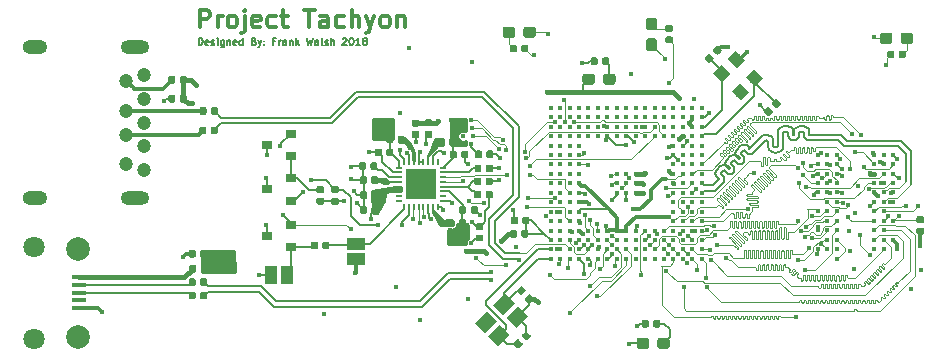
<source format=gtl>
G04 #@! TF.GenerationSoftware,KiCad,Pcbnew,5.0.0-fee4fd1~66~ubuntu18.04.1*
G04 #@! TF.CreationDate,2018-10-21T22:10:04-02:30*
G04 #@! TF.ProjectId,mpuBoard,6D7075426F6172642E6B696361645F70,rev?*
G04 #@! TF.SameCoordinates,Original*
G04 #@! TF.FileFunction,Copper,L1,Top,Signal*
G04 #@! TF.FilePolarity,Positive*
%FSLAX46Y46*%
G04 Gerber Fmt 4.6, Leading zero omitted, Abs format (unit mm)*
G04 Created by KiCad (PCBNEW 5.0.0-fee4fd1~66~ubuntu18.04.1) date Sun Oct 21 22:10:04 2018*
%MOMM*%
%LPD*%
G01*
G04 APERTURE LIST*
G04 #@! TA.AperFunction,NonConductor*
%ADD10C,0.150000*%
G04 #@! TD*
G04 #@! TA.AperFunction,NonConductor*
%ADD11C,0.300000*%
G04 #@! TD*
G04 #@! TA.AperFunction,Conductor*
%ADD12C,0.100000*%
G04 #@! TD*
G04 #@! TA.AperFunction,SMDPad,CuDef*
%ADD13C,0.590000*%
G04 #@! TD*
G04 #@! TA.AperFunction,SMDPad,CuDef*
%ADD14R,0.600000X0.200000*%
G04 #@! TD*
G04 #@! TA.AperFunction,SMDPad,CuDef*
%ADD15R,0.200000X0.600000*%
G04 #@! TD*
G04 #@! TA.AperFunction,SMDPad,CuDef*
%ADD16R,2.650000X2.650000*%
G04 #@! TD*
G04 #@! TA.AperFunction,ComponentPad*
%ADD17C,0.400000*%
G04 #@! TD*
G04 #@! TA.AperFunction,BGAPad,CuDef*
%ADD18C,0.400000*%
G04 #@! TD*
G04 #@! TA.AperFunction,SMDPad,CuDef*
%ADD19R,1.300000X0.450000*%
G04 #@! TD*
G04 #@! TA.AperFunction,ComponentPad*
%ADD20C,2.000000*%
G04 #@! TD*
G04 #@! TA.AperFunction,ComponentPad*
%ADD21C,1.800000*%
G04 #@! TD*
G04 #@! TA.AperFunction,SMDPad,CuDef*
%ADD22R,0.900000X0.800000*%
G04 #@! TD*
G04 #@! TA.AperFunction,SMDPad,CuDef*
%ADD23C,1.200000*%
G04 #@! TD*
G04 #@! TA.AperFunction,SMDPad,CuDef*
%ADD24C,0.980000*%
G04 #@! TD*
G04 #@! TA.AperFunction,SMDPad,CuDef*
%ADD25R,1.500000X1.000000*%
G04 #@! TD*
G04 #@! TA.AperFunction,SMDPad,CuDef*
%ADD26R,1.000000X1.500000*%
G04 #@! TD*
G04 #@! TA.AperFunction,SMDPad,CuDef*
%ADD27C,0.950000*%
G04 #@! TD*
G04 #@! TA.AperFunction,ComponentPad*
%ADD28C,1.200000*%
G04 #@! TD*
G04 #@! TA.AperFunction,ComponentPad*
%ADD29O,2.400000X1.200000*%
G04 #@! TD*
G04 #@! TA.AperFunction,ComponentPad*
%ADD30O,2.100000X1.200000*%
G04 #@! TD*
G04 #@! TA.AperFunction,ViaPad*
%ADD31C,0.450000*%
G04 #@! TD*
G04 #@! TA.AperFunction,Conductor*
%ADD32C,0.200000*%
G04 #@! TD*
G04 #@! TA.AperFunction,Conductor*
%ADD33C,0.400000*%
G04 #@! TD*
G04 #@! TA.AperFunction,Conductor*
%ADD34C,0.300000*%
G04 #@! TD*
G04 #@! TA.AperFunction,Conductor*
%ADD35C,0.088900*%
G04 #@! TD*
G04 #@! TA.AperFunction,Conductor*
%ADD36C,0.089000*%
G04 #@! TD*
G04 #@! TA.AperFunction,Conductor*
%ADD37C,0.254000*%
G04 #@! TD*
G04 APERTURE END LIST*
D10*
X85684614Y-84624828D02*
X85684614Y-84024828D01*
X85827471Y-84024828D01*
X85913185Y-84053400D01*
X85970328Y-84110542D01*
X85998899Y-84167685D01*
X86027471Y-84281971D01*
X86027471Y-84367685D01*
X85998899Y-84481971D01*
X85970328Y-84539114D01*
X85913185Y-84596257D01*
X85827471Y-84624828D01*
X85684614Y-84624828D01*
X86513185Y-84596257D02*
X86456042Y-84624828D01*
X86341757Y-84624828D01*
X86284614Y-84596257D01*
X86256042Y-84539114D01*
X86256042Y-84310542D01*
X86284614Y-84253400D01*
X86341757Y-84224828D01*
X86456042Y-84224828D01*
X86513185Y-84253400D01*
X86541757Y-84310542D01*
X86541757Y-84367685D01*
X86256042Y-84424828D01*
X86770328Y-84596257D02*
X86827471Y-84624828D01*
X86941757Y-84624828D01*
X86998899Y-84596257D01*
X87027471Y-84539114D01*
X87027471Y-84510542D01*
X86998899Y-84453400D01*
X86941757Y-84424828D01*
X86856042Y-84424828D01*
X86798899Y-84396257D01*
X86770328Y-84339114D01*
X86770328Y-84310542D01*
X86798899Y-84253400D01*
X86856042Y-84224828D01*
X86941757Y-84224828D01*
X86998899Y-84253400D01*
X87284614Y-84624828D02*
X87284614Y-84224828D01*
X87284614Y-84024828D02*
X87256042Y-84053400D01*
X87284614Y-84081971D01*
X87313185Y-84053400D01*
X87284614Y-84024828D01*
X87284614Y-84081971D01*
X87827471Y-84224828D02*
X87827471Y-84710542D01*
X87798899Y-84767685D01*
X87770328Y-84796257D01*
X87713185Y-84824828D01*
X87627471Y-84824828D01*
X87570328Y-84796257D01*
X87827471Y-84596257D02*
X87770328Y-84624828D01*
X87656042Y-84624828D01*
X87598899Y-84596257D01*
X87570328Y-84567685D01*
X87541757Y-84510542D01*
X87541757Y-84339114D01*
X87570328Y-84281971D01*
X87598899Y-84253400D01*
X87656042Y-84224828D01*
X87770328Y-84224828D01*
X87827471Y-84253400D01*
X88113185Y-84224828D02*
X88113185Y-84624828D01*
X88113185Y-84281971D02*
X88141757Y-84253400D01*
X88198899Y-84224828D01*
X88284614Y-84224828D01*
X88341757Y-84253400D01*
X88370328Y-84310542D01*
X88370328Y-84624828D01*
X88884614Y-84596257D02*
X88827471Y-84624828D01*
X88713185Y-84624828D01*
X88656042Y-84596257D01*
X88627471Y-84539114D01*
X88627471Y-84310542D01*
X88656042Y-84253400D01*
X88713185Y-84224828D01*
X88827471Y-84224828D01*
X88884614Y-84253400D01*
X88913185Y-84310542D01*
X88913185Y-84367685D01*
X88627471Y-84424828D01*
X89427471Y-84624828D02*
X89427471Y-84024828D01*
X89427471Y-84596257D02*
X89370328Y-84624828D01*
X89256042Y-84624828D01*
X89198899Y-84596257D01*
X89170328Y-84567685D01*
X89141757Y-84510542D01*
X89141757Y-84339114D01*
X89170328Y-84281971D01*
X89198899Y-84253400D01*
X89256042Y-84224828D01*
X89370328Y-84224828D01*
X89427471Y-84253400D01*
X90370328Y-84310542D02*
X90456042Y-84339114D01*
X90484614Y-84367685D01*
X90513185Y-84424828D01*
X90513185Y-84510542D01*
X90484614Y-84567685D01*
X90456042Y-84596257D01*
X90398899Y-84624828D01*
X90170328Y-84624828D01*
X90170328Y-84024828D01*
X90370328Y-84024828D01*
X90427471Y-84053400D01*
X90456042Y-84081971D01*
X90484614Y-84139114D01*
X90484614Y-84196257D01*
X90456042Y-84253400D01*
X90427471Y-84281971D01*
X90370328Y-84310542D01*
X90170328Y-84310542D01*
X90713185Y-84224828D02*
X90856042Y-84624828D01*
X90998899Y-84224828D02*
X90856042Y-84624828D01*
X90798899Y-84767685D01*
X90770328Y-84796257D01*
X90713185Y-84824828D01*
X91227471Y-84567685D02*
X91256042Y-84596257D01*
X91227471Y-84624828D01*
X91198899Y-84596257D01*
X91227471Y-84567685D01*
X91227471Y-84624828D01*
X91227471Y-84253400D02*
X91256042Y-84281971D01*
X91227471Y-84310542D01*
X91198899Y-84281971D01*
X91227471Y-84253400D01*
X91227471Y-84310542D01*
X92170328Y-84310542D02*
X91970328Y-84310542D01*
X91970328Y-84624828D02*
X91970328Y-84024828D01*
X92256042Y-84024828D01*
X92484614Y-84624828D02*
X92484614Y-84224828D01*
X92484614Y-84339114D02*
X92513185Y-84281971D01*
X92541757Y-84253400D01*
X92598899Y-84224828D01*
X92656042Y-84224828D01*
X93113185Y-84624828D02*
X93113185Y-84310542D01*
X93084614Y-84253400D01*
X93027471Y-84224828D01*
X92913185Y-84224828D01*
X92856042Y-84253400D01*
X93113185Y-84596257D02*
X93056042Y-84624828D01*
X92913185Y-84624828D01*
X92856042Y-84596257D01*
X92827471Y-84539114D01*
X92827471Y-84481971D01*
X92856042Y-84424828D01*
X92913185Y-84396257D01*
X93056042Y-84396257D01*
X93113185Y-84367685D01*
X93398899Y-84224828D02*
X93398899Y-84624828D01*
X93398899Y-84281971D02*
X93427471Y-84253400D01*
X93484614Y-84224828D01*
X93570328Y-84224828D01*
X93627471Y-84253400D01*
X93656042Y-84310542D01*
X93656042Y-84624828D01*
X93941757Y-84624828D02*
X93941757Y-84024828D01*
X93998899Y-84396257D02*
X94170328Y-84624828D01*
X94170328Y-84224828D02*
X93941757Y-84453400D01*
X94827471Y-84024828D02*
X94970328Y-84624828D01*
X95084614Y-84196257D01*
X95198899Y-84624828D01*
X95341757Y-84024828D01*
X95827471Y-84624828D02*
X95827471Y-84310542D01*
X95798899Y-84253400D01*
X95741757Y-84224828D01*
X95627471Y-84224828D01*
X95570328Y-84253400D01*
X95827471Y-84596257D02*
X95770328Y-84624828D01*
X95627471Y-84624828D01*
X95570328Y-84596257D01*
X95541757Y-84539114D01*
X95541757Y-84481971D01*
X95570328Y-84424828D01*
X95627471Y-84396257D01*
X95770328Y-84396257D01*
X95827471Y-84367685D01*
X96198899Y-84624828D02*
X96141757Y-84596257D01*
X96113185Y-84539114D01*
X96113185Y-84024828D01*
X96398899Y-84596257D02*
X96456042Y-84624828D01*
X96570328Y-84624828D01*
X96627471Y-84596257D01*
X96656042Y-84539114D01*
X96656042Y-84510542D01*
X96627471Y-84453400D01*
X96570328Y-84424828D01*
X96484614Y-84424828D01*
X96427471Y-84396257D01*
X96398899Y-84339114D01*
X96398899Y-84310542D01*
X96427471Y-84253400D01*
X96484614Y-84224828D01*
X96570328Y-84224828D01*
X96627471Y-84253400D01*
X96913185Y-84624828D02*
X96913185Y-84024828D01*
X97170328Y-84624828D02*
X97170328Y-84310542D01*
X97141757Y-84253400D01*
X97084614Y-84224828D01*
X96998899Y-84224828D01*
X96941757Y-84253400D01*
X96913185Y-84281971D01*
X97884614Y-84081971D02*
X97913185Y-84053400D01*
X97970328Y-84024828D01*
X98113185Y-84024828D01*
X98170328Y-84053400D01*
X98198899Y-84081971D01*
X98227471Y-84139114D01*
X98227471Y-84196257D01*
X98198899Y-84281971D01*
X97856042Y-84624828D01*
X98227471Y-84624828D01*
X98598899Y-84024828D02*
X98656042Y-84024828D01*
X98713185Y-84053400D01*
X98741757Y-84081971D01*
X98770328Y-84139114D01*
X98798899Y-84253400D01*
X98798899Y-84396257D01*
X98770328Y-84510542D01*
X98741757Y-84567685D01*
X98713185Y-84596257D01*
X98656042Y-84624828D01*
X98598899Y-84624828D01*
X98541757Y-84596257D01*
X98513185Y-84567685D01*
X98484614Y-84510542D01*
X98456042Y-84396257D01*
X98456042Y-84253400D01*
X98484614Y-84139114D01*
X98513185Y-84081971D01*
X98541757Y-84053400D01*
X98598899Y-84024828D01*
X99370328Y-84624828D02*
X99027471Y-84624828D01*
X99198899Y-84624828D02*
X99198899Y-84024828D01*
X99141757Y-84110542D01*
X99084614Y-84167685D01*
X99027471Y-84196257D01*
X99713185Y-84281971D02*
X99656042Y-84253400D01*
X99627471Y-84224828D01*
X99598899Y-84167685D01*
X99598899Y-84139114D01*
X99627471Y-84081971D01*
X99656042Y-84053400D01*
X99713185Y-84024828D01*
X99827471Y-84024828D01*
X99884614Y-84053400D01*
X99913185Y-84081971D01*
X99941757Y-84139114D01*
X99941757Y-84167685D01*
X99913185Y-84224828D01*
X99884614Y-84253400D01*
X99827471Y-84281971D01*
X99713185Y-84281971D01*
X99656042Y-84310542D01*
X99627471Y-84339114D01*
X99598899Y-84396257D01*
X99598899Y-84510542D01*
X99627471Y-84567685D01*
X99656042Y-84596257D01*
X99713185Y-84624828D01*
X99827471Y-84624828D01*
X99884614Y-84596257D01*
X99913185Y-84567685D01*
X99941757Y-84510542D01*
X99941757Y-84396257D01*
X99913185Y-84339114D01*
X99884614Y-84310542D01*
X99827471Y-84281971D01*
D11*
X85784028Y-83139671D02*
X85784028Y-81639671D01*
X86355457Y-81639671D01*
X86498314Y-81711100D01*
X86569742Y-81782528D01*
X86641171Y-81925385D01*
X86641171Y-82139671D01*
X86569742Y-82282528D01*
X86498314Y-82353957D01*
X86355457Y-82425385D01*
X85784028Y-82425385D01*
X87284028Y-83139671D02*
X87284028Y-82139671D01*
X87284028Y-82425385D02*
X87355457Y-82282528D01*
X87426885Y-82211100D01*
X87569742Y-82139671D01*
X87712600Y-82139671D01*
X88426885Y-83139671D02*
X88284028Y-83068242D01*
X88212600Y-82996814D01*
X88141171Y-82853957D01*
X88141171Y-82425385D01*
X88212600Y-82282528D01*
X88284028Y-82211100D01*
X88426885Y-82139671D01*
X88641171Y-82139671D01*
X88784028Y-82211100D01*
X88855457Y-82282528D01*
X88926885Y-82425385D01*
X88926885Y-82853957D01*
X88855457Y-82996814D01*
X88784028Y-83068242D01*
X88641171Y-83139671D01*
X88426885Y-83139671D01*
X89569742Y-82139671D02*
X89569742Y-83425385D01*
X89498314Y-83568242D01*
X89355457Y-83639671D01*
X89284028Y-83639671D01*
X89569742Y-81639671D02*
X89498314Y-81711100D01*
X89569742Y-81782528D01*
X89641171Y-81711100D01*
X89569742Y-81639671D01*
X89569742Y-81782528D01*
X90855457Y-83068242D02*
X90712600Y-83139671D01*
X90426885Y-83139671D01*
X90284028Y-83068242D01*
X90212600Y-82925385D01*
X90212600Y-82353957D01*
X90284028Y-82211100D01*
X90426885Y-82139671D01*
X90712600Y-82139671D01*
X90855457Y-82211100D01*
X90926885Y-82353957D01*
X90926885Y-82496814D01*
X90212600Y-82639671D01*
X92212600Y-83068242D02*
X92069742Y-83139671D01*
X91784028Y-83139671D01*
X91641171Y-83068242D01*
X91569742Y-82996814D01*
X91498314Y-82853957D01*
X91498314Y-82425385D01*
X91569742Y-82282528D01*
X91641171Y-82211100D01*
X91784028Y-82139671D01*
X92069742Y-82139671D01*
X92212600Y-82211100D01*
X92641171Y-82139671D02*
X93212600Y-82139671D01*
X92855457Y-81639671D02*
X92855457Y-82925385D01*
X92926885Y-83068242D01*
X93069742Y-83139671D01*
X93212600Y-83139671D01*
X94641171Y-81639671D02*
X95498314Y-81639671D01*
X95069742Y-83139671D02*
X95069742Y-81639671D01*
X96641171Y-83139671D02*
X96641171Y-82353957D01*
X96569742Y-82211100D01*
X96426885Y-82139671D01*
X96141171Y-82139671D01*
X95998314Y-82211100D01*
X96641171Y-83068242D02*
X96498314Y-83139671D01*
X96141171Y-83139671D01*
X95998314Y-83068242D01*
X95926885Y-82925385D01*
X95926885Y-82782528D01*
X95998314Y-82639671D01*
X96141171Y-82568242D01*
X96498314Y-82568242D01*
X96641171Y-82496814D01*
X97998314Y-83068242D02*
X97855457Y-83139671D01*
X97569742Y-83139671D01*
X97426885Y-83068242D01*
X97355457Y-82996814D01*
X97284028Y-82853957D01*
X97284028Y-82425385D01*
X97355457Y-82282528D01*
X97426885Y-82211100D01*
X97569742Y-82139671D01*
X97855457Y-82139671D01*
X97998314Y-82211100D01*
X98641171Y-83139671D02*
X98641171Y-81639671D01*
X99284028Y-83139671D02*
X99284028Y-82353957D01*
X99212600Y-82211100D01*
X99069742Y-82139671D01*
X98855457Y-82139671D01*
X98712600Y-82211100D01*
X98641171Y-82282528D01*
X99855457Y-82139671D02*
X100212600Y-83139671D01*
X100569742Y-82139671D02*
X100212600Y-83139671D01*
X100069742Y-83496814D01*
X99998314Y-83568242D01*
X99855457Y-83639671D01*
X101355457Y-83139671D02*
X101212600Y-83068242D01*
X101141171Y-82996814D01*
X101069742Y-82853957D01*
X101069742Y-82425385D01*
X101141171Y-82282528D01*
X101212600Y-82211100D01*
X101355457Y-82139671D01*
X101569742Y-82139671D01*
X101712600Y-82211100D01*
X101784028Y-82282528D01*
X101855457Y-82425385D01*
X101855457Y-82853957D01*
X101784028Y-82996814D01*
X101712600Y-83068242D01*
X101569742Y-83139671D01*
X101355457Y-83139671D01*
X102498314Y-82139671D02*
X102498314Y-83139671D01*
X102498314Y-82282528D02*
X102569742Y-82211100D01*
X102712600Y-82139671D01*
X102926885Y-82139671D01*
X103069742Y-82211100D01*
X103141171Y-82353957D01*
X103141171Y-83139671D01*
D12*
G04 #@! TO.N,+5V*
G04 #@! TO.C,C34*
G36*
X84556958Y-88860710D02*
X84571276Y-88862834D01*
X84585317Y-88866351D01*
X84598946Y-88871228D01*
X84612031Y-88877417D01*
X84624447Y-88884858D01*
X84636073Y-88893481D01*
X84646798Y-88903202D01*
X84656519Y-88913927D01*
X84665142Y-88925553D01*
X84672583Y-88937969D01*
X84678772Y-88951054D01*
X84683649Y-88964683D01*
X84687166Y-88978724D01*
X84689290Y-88993042D01*
X84690000Y-89007500D01*
X84690000Y-89352500D01*
X84689290Y-89366958D01*
X84687166Y-89381276D01*
X84683649Y-89395317D01*
X84678772Y-89408946D01*
X84672583Y-89422031D01*
X84665142Y-89434447D01*
X84656519Y-89446073D01*
X84646798Y-89456798D01*
X84636073Y-89466519D01*
X84624447Y-89475142D01*
X84612031Y-89482583D01*
X84598946Y-89488772D01*
X84585317Y-89493649D01*
X84571276Y-89497166D01*
X84556958Y-89499290D01*
X84542500Y-89500000D01*
X84247500Y-89500000D01*
X84233042Y-89499290D01*
X84218724Y-89497166D01*
X84204683Y-89493649D01*
X84191054Y-89488772D01*
X84177969Y-89482583D01*
X84165553Y-89475142D01*
X84153927Y-89466519D01*
X84143202Y-89456798D01*
X84133481Y-89446073D01*
X84124858Y-89434447D01*
X84117417Y-89422031D01*
X84111228Y-89408946D01*
X84106351Y-89395317D01*
X84102834Y-89381276D01*
X84100710Y-89366958D01*
X84100000Y-89352500D01*
X84100000Y-89007500D01*
X84100710Y-88993042D01*
X84102834Y-88978724D01*
X84106351Y-88964683D01*
X84111228Y-88951054D01*
X84117417Y-88937969D01*
X84124858Y-88925553D01*
X84133481Y-88913927D01*
X84143202Y-88903202D01*
X84153927Y-88893481D01*
X84165553Y-88884858D01*
X84177969Y-88877417D01*
X84191054Y-88871228D01*
X84204683Y-88866351D01*
X84218724Y-88862834D01*
X84233042Y-88860710D01*
X84247500Y-88860000D01*
X84542500Y-88860000D01*
X84556958Y-88860710D01*
X84556958Y-88860710D01*
G37*
D13*
G04 #@! TD*
G04 #@! TO.P,C34,1*
G04 #@! TO.N,+5V*
X84395000Y-89180000D03*
D12*
G04 #@! TO.N,GND*
G04 #@! TO.C,C34*
G36*
X83586958Y-88860710D02*
X83601276Y-88862834D01*
X83615317Y-88866351D01*
X83628946Y-88871228D01*
X83642031Y-88877417D01*
X83654447Y-88884858D01*
X83666073Y-88893481D01*
X83676798Y-88903202D01*
X83686519Y-88913927D01*
X83695142Y-88925553D01*
X83702583Y-88937969D01*
X83708772Y-88951054D01*
X83713649Y-88964683D01*
X83717166Y-88978724D01*
X83719290Y-88993042D01*
X83720000Y-89007500D01*
X83720000Y-89352500D01*
X83719290Y-89366958D01*
X83717166Y-89381276D01*
X83713649Y-89395317D01*
X83708772Y-89408946D01*
X83702583Y-89422031D01*
X83695142Y-89434447D01*
X83686519Y-89446073D01*
X83676798Y-89456798D01*
X83666073Y-89466519D01*
X83654447Y-89475142D01*
X83642031Y-89482583D01*
X83628946Y-89488772D01*
X83615317Y-89493649D01*
X83601276Y-89497166D01*
X83586958Y-89499290D01*
X83572500Y-89500000D01*
X83277500Y-89500000D01*
X83263042Y-89499290D01*
X83248724Y-89497166D01*
X83234683Y-89493649D01*
X83221054Y-89488772D01*
X83207969Y-89482583D01*
X83195553Y-89475142D01*
X83183927Y-89466519D01*
X83173202Y-89456798D01*
X83163481Y-89446073D01*
X83154858Y-89434447D01*
X83147417Y-89422031D01*
X83141228Y-89408946D01*
X83136351Y-89395317D01*
X83132834Y-89381276D01*
X83130710Y-89366958D01*
X83130000Y-89352500D01*
X83130000Y-89007500D01*
X83130710Y-88993042D01*
X83132834Y-88978724D01*
X83136351Y-88964683D01*
X83141228Y-88951054D01*
X83147417Y-88937969D01*
X83154858Y-88925553D01*
X83163481Y-88913927D01*
X83173202Y-88903202D01*
X83183927Y-88893481D01*
X83195553Y-88884858D01*
X83207969Y-88877417D01*
X83221054Y-88871228D01*
X83234683Y-88866351D01*
X83248724Y-88862834D01*
X83263042Y-88860710D01*
X83277500Y-88860000D01*
X83572500Y-88860000D01*
X83586958Y-88860710D01*
X83586958Y-88860710D01*
G37*
D13*
G04 #@! TD*
G04 #@! TO.P,C34,2*
G04 #@! TO.N,GND*
X83425000Y-89180000D03*
D12*
G04 #@! TO.N,+5V*
G04 #@! TO.C,F2*
G36*
X84556958Y-87260710D02*
X84571276Y-87262834D01*
X84585317Y-87266351D01*
X84598946Y-87271228D01*
X84612031Y-87277417D01*
X84624447Y-87284858D01*
X84636073Y-87293481D01*
X84646798Y-87303202D01*
X84656519Y-87313927D01*
X84665142Y-87325553D01*
X84672583Y-87337969D01*
X84678772Y-87351054D01*
X84683649Y-87364683D01*
X84687166Y-87378724D01*
X84689290Y-87393042D01*
X84690000Y-87407500D01*
X84690000Y-87752500D01*
X84689290Y-87766958D01*
X84687166Y-87781276D01*
X84683649Y-87795317D01*
X84678772Y-87808946D01*
X84672583Y-87822031D01*
X84665142Y-87834447D01*
X84656519Y-87846073D01*
X84646798Y-87856798D01*
X84636073Y-87866519D01*
X84624447Y-87875142D01*
X84612031Y-87882583D01*
X84598946Y-87888772D01*
X84585317Y-87893649D01*
X84571276Y-87897166D01*
X84556958Y-87899290D01*
X84542500Y-87900000D01*
X84247500Y-87900000D01*
X84233042Y-87899290D01*
X84218724Y-87897166D01*
X84204683Y-87893649D01*
X84191054Y-87888772D01*
X84177969Y-87882583D01*
X84165553Y-87875142D01*
X84153927Y-87866519D01*
X84143202Y-87856798D01*
X84133481Y-87846073D01*
X84124858Y-87834447D01*
X84117417Y-87822031D01*
X84111228Y-87808946D01*
X84106351Y-87795317D01*
X84102834Y-87781276D01*
X84100710Y-87766958D01*
X84100000Y-87752500D01*
X84100000Y-87407500D01*
X84100710Y-87393042D01*
X84102834Y-87378724D01*
X84106351Y-87364683D01*
X84111228Y-87351054D01*
X84117417Y-87337969D01*
X84124858Y-87325553D01*
X84133481Y-87313927D01*
X84143202Y-87303202D01*
X84153927Y-87293481D01*
X84165553Y-87284858D01*
X84177969Y-87277417D01*
X84191054Y-87271228D01*
X84204683Y-87266351D01*
X84218724Y-87262834D01*
X84233042Y-87260710D01*
X84247500Y-87260000D01*
X84542500Y-87260000D01*
X84556958Y-87260710D01*
X84556958Y-87260710D01*
G37*
D13*
G04 #@! TD*
G04 #@! TO.P,F2,1*
G04 #@! TO.N,+5V*
X84395000Y-87580000D03*
D12*
G04 #@! TO.N,Net-(F2-Pad2)*
G04 #@! TO.C,F2*
G36*
X83586958Y-87260710D02*
X83601276Y-87262834D01*
X83615317Y-87266351D01*
X83628946Y-87271228D01*
X83642031Y-87277417D01*
X83654447Y-87284858D01*
X83666073Y-87293481D01*
X83676798Y-87303202D01*
X83686519Y-87313927D01*
X83695142Y-87325553D01*
X83702583Y-87337969D01*
X83708772Y-87351054D01*
X83713649Y-87364683D01*
X83717166Y-87378724D01*
X83719290Y-87393042D01*
X83720000Y-87407500D01*
X83720000Y-87752500D01*
X83719290Y-87766958D01*
X83717166Y-87781276D01*
X83713649Y-87795317D01*
X83708772Y-87808946D01*
X83702583Y-87822031D01*
X83695142Y-87834447D01*
X83686519Y-87846073D01*
X83676798Y-87856798D01*
X83666073Y-87866519D01*
X83654447Y-87875142D01*
X83642031Y-87882583D01*
X83628946Y-87888772D01*
X83615317Y-87893649D01*
X83601276Y-87897166D01*
X83586958Y-87899290D01*
X83572500Y-87900000D01*
X83277500Y-87900000D01*
X83263042Y-87899290D01*
X83248724Y-87897166D01*
X83234683Y-87893649D01*
X83221054Y-87888772D01*
X83207969Y-87882583D01*
X83195553Y-87875142D01*
X83183927Y-87866519D01*
X83173202Y-87856798D01*
X83163481Y-87846073D01*
X83154858Y-87834447D01*
X83147417Y-87822031D01*
X83141228Y-87808946D01*
X83136351Y-87795317D01*
X83132834Y-87781276D01*
X83130710Y-87766958D01*
X83130000Y-87752500D01*
X83130000Y-87407500D01*
X83130710Y-87393042D01*
X83132834Y-87378724D01*
X83136351Y-87364683D01*
X83141228Y-87351054D01*
X83147417Y-87337969D01*
X83154858Y-87325553D01*
X83163481Y-87313927D01*
X83173202Y-87303202D01*
X83183927Y-87293481D01*
X83195553Y-87284858D01*
X83207969Y-87277417D01*
X83221054Y-87271228D01*
X83234683Y-87266351D01*
X83248724Y-87262834D01*
X83263042Y-87260710D01*
X83277500Y-87260000D01*
X83572500Y-87260000D01*
X83586958Y-87260710D01*
X83586958Y-87260710D01*
G37*
D13*
G04 #@! TD*
G04 #@! TO.P,F2,2*
G04 #@! TO.N,Net-(F2-Pad2)*
X83425000Y-87580000D03*
D14*
G04 #@! TO.P,U2,1*
G04 #@! TO.N,+1V8*
X102610000Y-95010000D03*
G04 #@! TO.P,U2,2*
G04 #@! TO.N,GND*
X102610000Y-95410000D03*
G04 #@! TO.P,U2,3*
G04 #@! TO.N,out4*
X102610000Y-95810000D03*
G04 #@! TO.P,U2,4*
G04 #@! TO.N,out5*
X102610000Y-96210000D03*
G04 #@! TO.P,U2,5*
G04 #@! TO.N,+5V*
X102610000Y-96610000D03*
G04 #@! TO.P,U2,6*
X102610000Y-97010000D03*
G04 #@! TO.P,U2,7*
G04 #@! TO.N,Net-(U2-Pad7)*
X102610000Y-97410000D03*
G04 #@! TO.P,U2,8*
G04 #@! TO.N,Net-(U2-Pad8)*
X102610000Y-97810000D03*
D15*
G04 #@! TO.P,U2,9*
G04 #@! TO.N,Net-(R1-Pad1)*
X103110000Y-98310000D03*
G04 #@! TO.P,U2,10*
G04 #@! TO.N,/power/PWRHLD*
X103510000Y-98310000D03*
G04 #@! TO.P,U2,11*
G04 #@! TO.N,/mpu/actGPIO0*
X103910000Y-98310000D03*
G04 #@! TO.P,U2,12*
G04 #@! TO.N,/mpu/actGPIO1*
X104310000Y-98310000D03*
G04 #@! TO.P,U2,13*
G04 #@! TO.N,/mpu/actGPIO2*
X104710000Y-98310000D03*
G04 #@! TO.P,U2,14*
G04 #@! TO.N,GND*
X105110000Y-98310000D03*
G04 #@! TO.P,U2,15*
G04 #@! TO.N,/power/sw3*
X105510000Y-98310000D03*
G04 #@! TO.P,U2,16*
G04 #@! TO.N,+5V*
X105910000Y-98310000D03*
D14*
G04 #@! TO.P,U2,17*
G04 #@! TO.N,GND*
X106410000Y-97810000D03*
G04 #@! TO.P,U2,18*
G04 #@! TO.N,Net-(U2-Pad18)*
X106410000Y-97410000D03*
G04 #@! TO.P,U2,19*
G04 #@! TO.N,+3V3*
X106410000Y-97010000D03*
G04 #@! TO.P,U2,20*
G04 #@! TO.N,/power/vsel*
X106410000Y-96610000D03*
G04 #@! TO.P,U2,21*
G04 #@! TO.N,/mpu/actSPI1*
X106410000Y-96210000D03*
G04 #@! TO.P,U2,22*
G04 #@! TO.N,/mpu/actSPI0*
X106410000Y-95810000D03*
G04 #@! TO.P,U2,23*
G04 #@! TO.N,/power/vddref*
X106410000Y-95410000D03*
G04 #@! TO.P,U2,24*
G04 #@! TO.N,+1V2*
X106410000Y-95010000D03*
D15*
G04 #@! TO.P,U2,25*
G04 #@! TO.N,Net-(U2-Pad25)*
X105910000Y-94510000D03*
G04 #@! TO.P,U2,26*
G04 #@! TO.N,+5V*
X105510000Y-94510000D03*
G04 #@! TO.P,U2,27*
G04 #@! TO.N,/power/sw2*
X105110000Y-94510000D03*
G04 #@! TO.P,U2,28*
G04 #@! TO.N,GND*
X104710000Y-94510000D03*
G04 #@! TO.P,U2,29*
X104310000Y-94510000D03*
G04 #@! TO.P,U2,30*
G04 #@! TO.N,/power/sw1*
X103910000Y-94510000D03*
G04 #@! TO.P,U2,31*
G04 #@! TO.N,+5V*
X103510000Y-94510000D03*
G04 #@! TO.P,U2,32*
G04 #@! TO.N,Net-(C3-Pad2)*
X103110000Y-94510000D03*
D16*
G04 #@! TO.P,U2,33*
G04 #@! TO.N,GND*
X104510000Y-96410000D03*
D17*
X103847500Y-95747500D03*
X105085000Y-95810000D03*
X103847500Y-97072500D03*
X105085000Y-97010000D03*
G04 #@! TD*
D12*
G04 #@! TO.N,/power/sw1*
G04 #@! TO.C,L1*
G36*
X103001958Y-92310710D02*
X103016276Y-92312834D01*
X103030317Y-92316351D01*
X103043946Y-92321228D01*
X103057031Y-92327417D01*
X103069447Y-92334858D01*
X103081073Y-92343481D01*
X103091798Y-92353202D01*
X103101519Y-92363927D01*
X103110142Y-92375553D01*
X103117583Y-92387969D01*
X103123772Y-92401054D01*
X103128649Y-92414683D01*
X103132166Y-92428724D01*
X103134290Y-92443042D01*
X103135000Y-92457500D01*
X103135000Y-92802500D01*
X103134290Y-92816958D01*
X103132166Y-92831276D01*
X103128649Y-92845317D01*
X103123772Y-92858946D01*
X103117583Y-92872031D01*
X103110142Y-92884447D01*
X103101519Y-92896073D01*
X103091798Y-92906798D01*
X103081073Y-92916519D01*
X103069447Y-92925142D01*
X103057031Y-92932583D01*
X103043946Y-92938772D01*
X103030317Y-92943649D01*
X103016276Y-92947166D01*
X103001958Y-92949290D01*
X102987500Y-92950000D01*
X102692500Y-92950000D01*
X102678042Y-92949290D01*
X102663724Y-92947166D01*
X102649683Y-92943649D01*
X102636054Y-92938772D01*
X102622969Y-92932583D01*
X102610553Y-92925142D01*
X102598927Y-92916519D01*
X102588202Y-92906798D01*
X102578481Y-92896073D01*
X102569858Y-92884447D01*
X102562417Y-92872031D01*
X102556228Y-92858946D01*
X102551351Y-92845317D01*
X102547834Y-92831276D01*
X102545710Y-92816958D01*
X102545000Y-92802500D01*
X102545000Y-92457500D01*
X102545710Y-92443042D01*
X102547834Y-92428724D01*
X102551351Y-92414683D01*
X102556228Y-92401054D01*
X102562417Y-92387969D01*
X102569858Y-92375553D01*
X102578481Y-92363927D01*
X102588202Y-92353202D01*
X102598927Y-92343481D01*
X102610553Y-92334858D01*
X102622969Y-92327417D01*
X102636054Y-92321228D01*
X102649683Y-92316351D01*
X102663724Y-92312834D01*
X102678042Y-92310710D01*
X102692500Y-92310000D01*
X102987500Y-92310000D01*
X103001958Y-92310710D01*
X103001958Y-92310710D01*
G37*
D13*
G04 #@! TD*
G04 #@! TO.P,L1,1*
G04 #@! TO.N,/power/sw1*
X102840000Y-92630000D03*
D12*
G04 #@! TO.N,+1V8*
G04 #@! TO.C,L1*
G36*
X102031958Y-92310710D02*
X102046276Y-92312834D01*
X102060317Y-92316351D01*
X102073946Y-92321228D01*
X102087031Y-92327417D01*
X102099447Y-92334858D01*
X102111073Y-92343481D01*
X102121798Y-92353202D01*
X102131519Y-92363927D01*
X102140142Y-92375553D01*
X102147583Y-92387969D01*
X102153772Y-92401054D01*
X102158649Y-92414683D01*
X102162166Y-92428724D01*
X102164290Y-92443042D01*
X102165000Y-92457500D01*
X102165000Y-92802500D01*
X102164290Y-92816958D01*
X102162166Y-92831276D01*
X102158649Y-92845317D01*
X102153772Y-92858946D01*
X102147583Y-92872031D01*
X102140142Y-92884447D01*
X102131519Y-92896073D01*
X102121798Y-92906798D01*
X102111073Y-92916519D01*
X102099447Y-92925142D01*
X102087031Y-92932583D01*
X102073946Y-92938772D01*
X102060317Y-92943649D01*
X102046276Y-92947166D01*
X102031958Y-92949290D01*
X102017500Y-92950000D01*
X101722500Y-92950000D01*
X101708042Y-92949290D01*
X101693724Y-92947166D01*
X101679683Y-92943649D01*
X101666054Y-92938772D01*
X101652969Y-92932583D01*
X101640553Y-92925142D01*
X101628927Y-92916519D01*
X101618202Y-92906798D01*
X101608481Y-92896073D01*
X101599858Y-92884447D01*
X101592417Y-92872031D01*
X101586228Y-92858946D01*
X101581351Y-92845317D01*
X101577834Y-92831276D01*
X101575710Y-92816958D01*
X101575000Y-92802500D01*
X101575000Y-92457500D01*
X101575710Y-92443042D01*
X101577834Y-92428724D01*
X101581351Y-92414683D01*
X101586228Y-92401054D01*
X101592417Y-92387969D01*
X101599858Y-92375553D01*
X101608481Y-92363927D01*
X101618202Y-92353202D01*
X101628927Y-92343481D01*
X101640553Y-92334858D01*
X101652969Y-92327417D01*
X101666054Y-92321228D01*
X101679683Y-92316351D01*
X101693724Y-92312834D01*
X101708042Y-92310710D01*
X101722500Y-92310000D01*
X102017500Y-92310000D01*
X102031958Y-92310710D01*
X102031958Y-92310710D01*
G37*
D13*
G04 #@! TD*
G04 #@! TO.P,L1,2*
G04 #@! TO.N,+1V8*
X101870000Y-92630000D03*
D18*
G04 #@! TO.P,U1,J9*
G04 #@! TO.N,GND*
X121889001Y-96341001D03*
G04 #@! TO.P,U1,J10*
X121889001Y-97141001D03*
G04 #@! TO.P,U1,H10*
G04 #@! TO.N,+1V8*
X122689001Y-97141001D03*
G04 #@! TO.P,U1,H9*
X122689001Y-96341001D03*
G04 #@! TO.P,U1,H8*
X122689001Y-95541001D03*
G04 #@! TO.P,U1,J8*
G04 #@! TO.N,GND*
X121889001Y-95541001D03*
G04 #@! TO.P,U1,K8*
X121089001Y-95541001D03*
G04 #@! TO.P,U1,K9*
X121089001Y-96341001D03*
G04 #@! TO.P,U1,K10*
X121089001Y-97141001D03*
G04 #@! TO.P,U1,J1*
G04 #@! TO.N,N/C*
X121889001Y-89941001D03*
G04 #@! TO.P,U1,J2*
X121889001Y-90741001D03*
G04 #@! TO.P,U1,J3*
X121889001Y-91541001D03*
G04 #@! TO.P,U1,J4*
G04 #@! TO.N,+1V2*
X121889001Y-92341001D03*
G04 #@! TO.P,U1,A1*
G04 #@! TO.N,Net-(U1-PadA1)*
X128289001Y-89941001D03*
G04 #@! TO.P,U1,B2*
G04 #@! TO.N,GND*
X127489001Y-90741001D03*
G04 #@! TO.P,U1,C3*
G04 #@! TO.N,Net-(U1-PadC3)*
X126689001Y-91541001D03*
G04 #@! TO.P,U1,D4*
G04 #@! TO.N,Net-(U1-PadD4)*
X125889001Y-92341001D03*
G04 #@! TO.P,U1,E4*
G04 #@! TO.N,/mpu/actGPIO0*
X125089001Y-92341001D03*
G04 #@! TO.P,U1,F4*
G04 #@! TO.N,/mpu/actGPIO2*
X124289001Y-92341001D03*
G04 #@! TO.P,U1,G4*
G04 #@! TO.N,Net-(U1-PadG4)*
X123489001Y-92341001D03*
G04 #@! TO.P,U1,H4*
G04 #@! TO.N,N/C*
X122689001Y-92341001D03*
G04 #@! TO.P,U1,D5*
G04 #@! TO.N,GND*
X125889001Y-93141001D03*
G04 #@! TO.P,U1,D6*
G04 #@! TO.N,+3V3*
X125889001Y-93941001D03*
G04 #@! TO.P,U1,D7*
G04 #@! TO.N,Net-(U1-PadD7)*
X125889001Y-94741001D03*
G04 #@! TO.P,U1,D8*
G04 #@! TO.N,GND*
X125889001Y-95541001D03*
G04 #@! TO.P,U1,D9*
G04 #@! TO.N,/memory/ramsel2*
X125889001Y-96341001D03*
G04 #@! TO.P,U1,D10*
G04 #@! TO.N,/memory/ramsel4*
X125889001Y-97141001D03*
G04 #@! TO.P,U1,D11*
G04 #@! TO.N,Net-(U1-PadD11)*
X125889001Y-97941001D03*
G04 #@! TO.P,U1,D12*
G04 #@! TO.N,Net-(U1-PadD12)*
X125889001Y-98741001D03*
G04 #@! TO.P,U1,H14*
G04 #@! TO.N,GND*
X122689001Y-100341001D03*
G04 #@! TO.P,U1,H15*
G04 #@! TO.N,Net-(U1-PadH15)*
X122689001Y-101141001D03*
G04 #@! TO.P,U1,H16*
G04 #@! TO.N,Net-(U1-PadH16)*
X122689001Y-101941001D03*
G04 #@! TO.P,U1,H17*
G04 #@! TO.N,Net-(U1-PadH17)*
X122689001Y-102741001D03*
G04 #@! TO.P,U1,J17*
G04 #@! TO.N,/mpu/flashData6*
X121889001Y-102741001D03*
G04 #@! TO.P,U1,J16*
G04 #@! TO.N,/mpu/flashData7*
X121889001Y-101941001D03*
G04 #@! TO.P,U1,J15*
G04 #@! TO.N,Net-(U1-PadJ15)*
X121889001Y-101141001D03*
G04 #@! TO.P,U1,J14*
G04 #@! TO.N,+3V3*
X121889001Y-100341001D03*
G04 #@! TO.P,U1,G14*
G04 #@! TO.N,/memory/a9*
X123489001Y-100341001D03*
G04 #@! TO.P,U1,G15*
G04 #@! TO.N,+1V2*
X123489001Y-101141001D03*
G04 #@! TO.P,U1,G16*
G04 #@! TO.N,Net-(U1-PadG16)*
X123489001Y-101941001D03*
G04 #@! TO.P,U1,G17*
G04 #@! TO.N,Net-(U1-PadG17)*
X123489001Y-102741001D03*
G04 #@! TO.P,U1,F17*
G04 #@! TO.N,Net-(U1-PadF17)*
X124289001Y-102741001D03*
G04 #@! TO.P,U1,F16*
G04 #@! TO.N,/memory/a2*
X124289001Y-101941001D03*
G04 #@! TO.P,U1,F15*
G04 #@! TO.N,/memory/a5*
X124289001Y-101141001D03*
G04 #@! TO.P,U1,F14*
G04 #@! TO.N,/memory/a11*
X124289001Y-100341001D03*
G04 #@! TO.P,U1,E14*
G04 #@! TO.N,/memory/ramsel6*
X125089001Y-100341001D03*
G04 #@! TO.P,U1,E15*
G04 #@! TO.N,/memory/a8*
X125089001Y-101141001D03*
G04 #@! TO.P,U1,E16*
G04 #@! TO.N,/memory/a6*
X125089001Y-101941001D03*
G04 #@! TO.P,U1,E17*
G04 #@! TO.N,Net-(U1-PadE17)*
X125089001Y-102741001D03*
G04 #@! TO.P,U1,D17*
G04 #@! TO.N,/memory/a0*
X125889001Y-102741001D03*
G04 #@! TO.P,U1,D16*
G04 #@! TO.N,/memory/a7*
X125889001Y-101941001D03*
G04 #@! TO.P,U1,D15*
G04 #@! TO.N,Net-(U1-PadD15)*
X125889001Y-101141001D03*
G04 #@! TO.P,U1,D14*
G04 #@! TO.N,Net-(U1-PadD14)*
X125889001Y-100341001D03*
G04 #@! TO.P,U1,D13*
G04 #@! TO.N,/memory/d3*
X125889001Y-99541001D03*
G04 #@! TO.P,U1,C15*
G04 #@! TO.N,Net-(U1-PadC15)*
X126689001Y-101141001D03*
G04 #@! TO.P,U1,B16*
G04 #@! TO.N,/memory/a12*
X127489001Y-101941001D03*
G04 #@! TO.P,U1,A17*
G04 #@! TO.N,/memory/a4*
X128289001Y-102741001D03*
G04 #@! TO.P,U1,B17*
G04 #@! TO.N,/memory/a3*
X127489001Y-102741001D03*
G04 #@! TO.P,U1,C17*
G04 #@! TO.N,/memory/a1*
X126689001Y-102741001D03*
G04 #@! TO.P,U1,C16*
G04 #@! TO.N,/memory/a10*
X126689001Y-101941001D03*
G04 #@! TO.P,U1,A16*
G04 #@! TO.N,/memory/a13*
X128289001Y-101941001D03*
G04 #@! TO.P,U1,A15*
G04 #@! TO.N,/memory/ramsel7*
X128289001Y-101141001D03*
G04 #@! TO.P,U1,B15*
G04 #@! TO.N,/memory/ramsel5*
X127489001Y-101141001D03*
G04 #@! TO.P,U1,B14*
G04 #@! TO.N,/memory/d0*
X127489001Y-100341001D03*
G04 #@! TO.P,U1,A14*
G04 #@! TO.N,/memory/d1*
X128289001Y-100341001D03*
G04 #@! TO.P,U1,A13*
G04 #@! TO.N,/memory/d6*
X128289001Y-99541001D03*
G04 #@! TO.P,U1,B13*
G04 #@! TO.N,/memory/d5*
X127489001Y-99541001D03*
G04 #@! TO.P,U1,C14*
G04 #@! TO.N,/memory/d2*
X126689001Y-100341001D03*
G04 #@! TO.P,U1,C13*
G04 #@! TO.N,/memory/d4*
X126689001Y-99541001D03*
G04 #@! TO.P,U1,C12*
G04 #@! TO.N,/memory/d7*
X126689001Y-98741001D03*
G04 #@! TO.P,U1,B12*
G04 #@! TO.N,Net-(U1-PadB12)*
X127489001Y-98741001D03*
G04 #@! TO.P,U1,A12*
G04 #@! TO.N,Net-(U1-PadA12)*
X128289001Y-98741001D03*
G04 #@! TO.P,U1,A11*
G04 #@! TO.N,Net-(U1-PadA11)*
X128289001Y-97941001D03*
G04 #@! TO.P,U1,B11*
G04 #@! TO.N,Net-(U1-PadB11)*
X127489001Y-97941001D03*
G04 #@! TO.P,U1,C11*
G04 #@! TO.N,Net-(U1-PadC11)*
X126689001Y-97941001D03*
G04 #@! TO.P,U1,C10*
G04 #@! TO.N,Net-(U1-PadC10)*
X126689001Y-97141001D03*
G04 #@! TO.P,U1,B10*
G04 #@! TO.N,/memory/ramsel3*
X127489001Y-97141001D03*
G04 #@! TO.P,U1,A10*
G04 #@! TO.N,/memory/ramclk_P*
X128289001Y-97141001D03*
G04 #@! TO.P,U1,A9*
G04 #@! TO.N,/memory/ramclk_N*
X128289001Y-96341001D03*
G04 #@! TO.P,U1,B9*
G04 #@! TO.N,/memory/ramsel1*
X127489001Y-96341001D03*
G04 #@! TO.P,U1,C9*
G04 #@! TO.N,Net-(U1-PadC9)*
X126689001Y-96341001D03*
G04 #@! TO.P,U1,C8*
G04 #@! TO.N,+1V2*
X126689001Y-95541001D03*
G04 #@! TO.P,U1,B8*
G04 #@! TO.N,/memory/ramsel8*
X127489001Y-95541001D03*
G04 #@! TO.P,U1,A8*
G04 #@! TO.N,Net-(U1-PadA8)*
X128289001Y-95541001D03*
G04 #@! TO.P,U1,A7*
G04 #@! TO.N,/memory/ramsel9*
X128289001Y-94741001D03*
G04 #@! TO.P,U1,B7*
G04 #@! TO.N,Net-(U1-PadB7)*
X127489001Y-94741001D03*
G04 #@! TO.P,U1,C7*
G04 #@! TO.N,Net-(U1-PadC7)*
X126689001Y-94741001D03*
G04 #@! TO.P,U1,C6*
G04 #@! TO.N,Net-(U1-PadC6)*
X126689001Y-93941001D03*
G04 #@! TO.P,U1,B6*
G04 #@! TO.N,Net-(U1-PadB6)*
X127489001Y-93941001D03*
G04 #@! TO.P,U1,A6*
G04 #@! TO.N,Net-(U1-PadA6)*
X128289001Y-93941001D03*
G04 #@! TO.P,U1,A5*
G04 #@! TO.N,Net-(U1-PadA5)*
X128289001Y-93141001D03*
G04 #@! TO.P,U1,B5*
G04 #@! TO.N,Net-(U1-PadB5)*
X127489001Y-93141001D03*
G04 #@! TO.P,U1,C5*
G04 #@! TO.N,/memory/ramsel0*
X126689001Y-93141001D03*
G04 #@! TO.P,U1,C4*
G04 #@! TO.N,out5*
X126689001Y-92341001D03*
G04 #@! TO.P,U1,B4*
G04 #@! TO.N,Net-(U1-PadB4)*
X127489001Y-92341001D03*
G04 #@! TO.P,U1,A4*
G04 #@! TO.N,Net-(C29-Pad2)*
X128289001Y-92341001D03*
G04 #@! TO.P,U1,A3*
G04 #@! TO.N,Net-(C28-Pad2)*
X128289001Y-91541001D03*
G04 #@! TO.P,U1,B3*
G04 #@! TO.N,GND*
X127489001Y-91541001D03*
G04 #@! TO.P,U1,A2*
G04 #@! TO.N,+3V3*
X128289001Y-90741001D03*
G04 #@! TO.P,U1,B1*
G04 #@! TO.N,Net-(U1-PadB1)*
X127489001Y-89941001D03*
G04 #@! TO.P,U1,C1*
G04 #@! TO.N,Net-(U1-PadC1)*
X126689001Y-89941001D03*
G04 #@! TO.P,U1,C2*
G04 #@! TO.N,Net-(U1-PadC2)*
X126689001Y-90741001D03*
G04 #@! TO.P,U1,D2*
G04 #@! TO.N,Net-(U1-PadD2)*
X125889001Y-90741001D03*
G04 #@! TO.P,U1,D1*
G04 #@! TO.N,Net-(U1-PadD1)*
X125889001Y-89941001D03*
G04 #@! TO.P,U1,D3*
G04 #@! TO.N,Net-(U1-PadD3)*
X125889001Y-91541001D03*
G04 #@! TO.P,U1,E3*
G04 #@! TO.N,Net-(U1-PadE3)*
X125089001Y-91541001D03*
G04 #@! TO.P,U1,E2*
G04 #@! TO.N,Net-(U1-PadE2)*
X125089001Y-90741001D03*
G04 #@! TO.P,U1,E1*
G04 #@! TO.N,Net-(U1-PadE1)*
X125089001Y-89941001D03*
G04 #@! TO.P,U1,F1*
G04 #@! TO.N,Net-(U1-PadF1)*
X124289001Y-89941001D03*
G04 #@! TO.P,U1,F2*
G04 #@! TO.N,Net-(U1-PadF2)*
X124289001Y-90741001D03*
G04 #@! TO.P,U1,F3*
G04 #@! TO.N,/mpu/actGPIO1*
X124289001Y-91541001D03*
G04 #@! TO.P,U1,G3*
G04 #@! TO.N,Net-(R20-Pad2)*
X123489001Y-91541001D03*
G04 #@! TO.P,U1,H3*
G04 #@! TO.N,N/C*
X122689001Y-91541001D03*
G04 #@! TO.P,U1,H2*
X122689001Y-90741001D03*
G04 #@! TO.P,U1,G2*
X123489001Y-90741001D03*
G04 #@! TO.P,U1,G1*
X123489001Y-89941001D03*
G04 #@! TO.P,U1,H1*
X122689001Y-89941001D03*
G04 #@! TO.P,U1,P10*
G04 #@! TO.N,+1V2*
X117889001Y-97141001D03*
G04 #@! TO.P,U1,P11*
G04 #@! TO.N,GND*
X117889001Y-97941001D03*
G04 #@! TO.P,U1,P12*
G04 #@! TO.N,+3V3*
X117889001Y-98741001D03*
G04 #@! TO.P,U1,P13*
G04 #@! TO.N,GND*
X117889001Y-99541001D03*
G04 #@! TO.P,U1,P14*
X117889001Y-100341001D03*
G04 #@! TO.P,U1,N14*
G04 #@! TO.N,/mpu/flashCTL2*
X118689001Y-100341001D03*
G04 #@! TO.P,U1,M14*
G04 #@! TO.N,/mpu/flashCTL0*
X119489001Y-100341001D03*
G04 #@! TO.P,U1,L14*
G04 #@! TO.N,+3V3*
X120289001Y-100341001D03*
G04 #@! TO.P,U1,K14*
X121089001Y-100341001D03*
G04 #@! TO.P,U1,K15*
G04 #@! TO.N,/mpu/flashData5*
X121089001Y-101141001D03*
G04 #@! TO.P,U1,K16*
G04 #@! TO.N,/mpu/flashData4*
X121089001Y-101941001D03*
G04 #@! TO.P,U1,K17*
G04 #@! TO.N,/mpu/flashData3*
X121089001Y-102741001D03*
G04 #@! TO.P,U1,L17*
G04 #@! TO.N,/mpu/flashData2*
X120289001Y-102741001D03*
G04 #@! TO.P,U1,M17*
G04 #@! TO.N,/mpu/flashCTL4*
X119489001Y-102741001D03*
G04 #@! TO.P,U1,N17*
G04 #@! TO.N,/mpu/microD-*
X118689001Y-102741001D03*
G04 #@! TO.P,U1,P17*
G04 #@! TO.N,/mpu/microD+*
X117889001Y-102741001D03*
G04 #@! TO.P,U1,P16*
G04 #@! TO.N,/mpu/flashCTL6*
X117889001Y-101941001D03*
G04 #@! TO.P,U1,P15*
G04 #@! TO.N,/mpu/flashCTL5*
X117889001Y-101141001D03*
G04 #@! TO.P,U1,R15*
G04 #@! TO.N,+3V3*
X117089001Y-101141001D03*
G04 #@! TO.P,U1,T16*
G04 #@! TO.N,out5*
X116289001Y-101941001D03*
G04 #@! TO.P,U1,U17*
G04 #@! TO.N,Net-(C26-Pad2)*
X115489001Y-102741001D03*
G04 #@! TO.P,U1,T17*
G04 #@! TO.N,GND*
X116289001Y-102741001D03*
G04 #@! TO.P,U1,R17*
G04 #@! TO.N,/mpu/fullD+*
X117089001Y-102741001D03*
G04 #@! TO.P,U1,R16*
G04 #@! TO.N,/mpu/fullD-*
X117089001Y-101941001D03*
G04 #@! TO.P,U1,N16*
G04 #@! TO.N,+3V3*
X118689001Y-101941001D03*
G04 #@! TO.P,U1,N15*
G04 #@! TO.N,Net-(U1-PadN15)*
X118689001Y-101141001D03*
G04 #@! TO.P,U1,M15*
G04 #@! TO.N,/mpu/flashCTL1*
X119489001Y-101141001D03*
G04 #@! TO.P,U1,M16*
G04 #@! TO.N,GND*
X119489001Y-101941001D03*
G04 #@! TO.P,U1,L16*
G04 #@! TO.N,/mpu/flashData1*
X120289001Y-101941001D03*
G04 #@! TO.P,U1,L15*
G04 #@! TO.N,/mpu/flashData0*
X120289001Y-101141001D03*
G04 #@! TO.P,U1,R14*
G04 #@! TO.N,out5*
X117089001Y-100341001D03*
G04 #@! TO.P,U1,T15*
G04 #@! TO.N,Net-(U1-PadT15)*
X116289001Y-101141001D03*
G04 #@! TO.P,U1,U16*
G04 #@! TO.N,Net-(C27-Pad2)*
X115489001Y-101941001D03*
G04 #@! TO.P,U1,U15*
G04 #@! TO.N,Net-(R10-Pad2)*
X115489001Y-101141001D03*
G04 #@! TO.P,U1,U14*
G04 #@! TO.N,Net-(U1-PadU14)*
X115489001Y-100341001D03*
G04 #@! TO.P,U1,U13*
G04 #@! TO.N,Net-(U1-PadU13)*
X115489001Y-99541001D03*
G04 #@! TO.P,U1,U12*
G04 #@! TO.N,Net-(U1-PadU12)*
X115489001Y-98741001D03*
G04 #@! TO.P,U1,U11*
G04 #@! TO.N,Net-(U1-PadU11)*
X115489001Y-97941001D03*
G04 #@! TO.P,U1,U10*
G04 #@! TO.N,Net-(U1-PadU10)*
X115489001Y-97141001D03*
G04 #@! TO.P,U1,U9*
G04 #@! TO.N,Net-(U1-PadU9)*
X115489001Y-96341001D03*
G04 #@! TO.P,U1,U8*
G04 #@! TO.N,Net-(U1-PadU8)*
X115489001Y-95541001D03*
G04 #@! TO.P,U1,U7*
G04 #@! TO.N,Net-(U1-PadU7)*
X115489001Y-94741001D03*
G04 #@! TO.P,U1,U6*
G04 #@! TO.N,Net-(U1-PadU6)*
X115489001Y-93941001D03*
G04 #@! TO.P,U1,U5*
G04 #@! TO.N,Net-(U1-PadU5)*
X115489001Y-93141001D03*
G04 #@! TO.P,U1,U4*
G04 #@! TO.N,Net-(U1-PadU4)*
X115489001Y-92341001D03*
G04 #@! TO.P,U1,U3*
G04 #@! TO.N,Net-(U1-PadU3)*
X115489001Y-91541001D03*
G04 #@! TO.P,U1,U2*
G04 #@! TO.N,Net-(U1-PadU2)*
X115489001Y-90741001D03*
G04 #@! TO.P,U1,U1*
G04 #@! TO.N,N/C*
X115489001Y-89941001D03*
G04 #@! TO.P,U1,T1*
X116289001Y-89941001D03*
G04 #@! TO.P,U1,R1*
X117089001Y-89941001D03*
G04 #@! TO.P,U1,P1*
X117889001Y-89941001D03*
G04 #@! TO.P,U1,N1*
X118689001Y-89941001D03*
G04 #@! TO.P,U1,M1*
X119489001Y-89941001D03*
G04 #@! TO.P,U1,L1*
X120289001Y-89941001D03*
G04 #@! TO.P,U1,K1*
X121089001Y-89941001D03*
G04 #@! TO.P,U1,K2*
X121089001Y-90741001D03*
G04 #@! TO.P,U1,K3*
X121089001Y-91541001D03*
G04 #@! TO.P,U1,K4*
X121089001Y-92341001D03*
G04 #@! TO.P,U1,L4*
G04 #@! TO.N,+3V3*
X120289001Y-92341001D03*
G04 #@! TO.P,U1,L3*
X120289001Y-91541001D03*
G04 #@! TO.P,U1,L2*
G04 #@! TO.N,N/C*
X120289001Y-90741001D03*
G04 #@! TO.P,U1,M2*
X119489001Y-90741001D03*
G04 #@! TO.P,U1,M3*
X119489001Y-91541001D03*
G04 #@! TO.P,U1,M4*
X119489001Y-92341001D03*
G04 #@! TO.P,U1,N4*
X118689001Y-92341001D03*
G04 #@! TO.P,U1,N3*
X118689001Y-91541001D03*
G04 #@! TO.P,U1,N2*
X118689001Y-90741001D03*
G04 #@! TO.P,U1,P2*
X117889001Y-90741001D03*
G04 #@! TO.P,U1,P3*
X117889001Y-91541001D03*
G04 #@! TO.P,U1,P4*
G04 #@! TO.N,Net-(U1-PadP4)*
X117889001Y-92341001D03*
G04 #@! TO.P,U1,R4*
G04 #@! TO.N,Net-(U1-PadR4)*
X117089001Y-92341001D03*
G04 #@! TO.P,U1,R3*
G04 #@! TO.N,N/C*
X117089001Y-91541001D03*
G04 #@! TO.P,U1,R2*
X117089001Y-90741001D03*
G04 #@! TO.P,U1,T2*
X116289001Y-90741001D03*
G04 #@! TO.P,U1,T3*
G04 #@! TO.N,Net-(U1-PadT3)*
X116289001Y-91541001D03*
G04 #@! TO.P,U1,T4*
G04 #@! TO.N,Net-(U1-PadT4)*
X116289001Y-92341001D03*
G04 #@! TO.P,U1,T5*
G04 #@! TO.N,Net-(U1-PadT5)*
X116289001Y-93141001D03*
G04 #@! TO.P,U1,T6*
G04 #@! TO.N,Net-(U1-PadT6)*
X116289001Y-93941001D03*
G04 #@! TO.P,U1,T7*
G04 #@! TO.N,Net-(U1-PadT7)*
X116289001Y-94741001D03*
G04 #@! TO.P,U1,T8*
G04 #@! TO.N,Net-(U1-PadT8)*
X116289001Y-95541001D03*
G04 #@! TO.P,U1,T9*
G04 #@! TO.N,Net-(U1-PadT9)*
X116289001Y-96341001D03*
G04 #@! TO.P,U1,T10*
G04 #@! TO.N,Net-(U1-PadT10)*
X116289001Y-97141001D03*
G04 #@! TO.P,U1,T11*
G04 #@! TO.N,Net-(U1-PadT11)*
X116289001Y-97941001D03*
G04 #@! TO.P,U1,T12*
G04 #@! TO.N,/mpu/actSPI1*
X116289001Y-98741001D03*
G04 #@! TO.P,U1,T13*
G04 #@! TO.N,Net-(U1-PadT13)*
X116289001Y-99541001D03*
G04 #@! TO.P,U1,T14*
G04 #@! TO.N,Net-(U1-PadT14)*
X116289001Y-100341001D03*
G04 #@! TO.P,U1,R13*
G04 #@! TO.N,/mpu/mpu_shutdown*
X117089001Y-99541001D03*
G04 #@! TO.P,U1,R12*
G04 #@! TO.N,Net-(U1-PadR12)*
X117089001Y-98741001D03*
G04 #@! TO.P,U1,R11*
G04 #@! TO.N,Net-(U1-PadR11)*
X117089001Y-97941001D03*
G04 #@! TO.P,U1,R10*
G04 #@! TO.N,/mpu/actSPI0*
X117089001Y-97141001D03*
G04 #@! TO.P,U1,R9*
G04 #@! TO.N,Net-(U1-PadR9)*
X117089001Y-96341001D03*
G04 #@! TO.P,U1,R8*
G04 #@! TO.N,Net-(U1-PadR8)*
X117089001Y-95541001D03*
G04 #@! TO.P,U1,R7*
G04 #@! TO.N,Net-(U1-PadR7)*
X117089001Y-94741001D03*
G04 #@! TO.P,U1,R6*
G04 #@! TO.N,Net-(U1-PadR6)*
X117089001Y-93941001D03*
G04 #@! TO.P,U1,R5*
G04 #@! TO.N,Net-(U1-PadR5)*
X117089001Y-93141001D03*
G04 #@! TO.P,U1,P5*
G04 #@! TO.N,Net-(U1-PadP5)*
X117889001Y-93141001D03*
G04 #@! TO.P,U1,P6*
G04 #@! TO.N,GND*
X117889001Y-93941001D03*
G04 #@! TO.P,U1,P7*
X117889001Y-94741001D03*
G04 #@! TO.P,U1,P8*
G04 #@! TO.N,Net-(U1-PadP8)*
X117889001Y-95541001D03*
G04 #@! TO.P,U1,P9*
G04 #@! TO.N,+3V3*
X117889001Y-96341001D03*
G04 #@! TD*
D12*
G04 #@! TO.N,GND*
G04 #@! TO.C,C1*
G36*
X99821958Y-97020710D02*
X99836276Y-97022834D01*
X99850317Y-97026351D01*
X99863946Y-97031228D01*
X99877031Y-97037417D01*
X99889447Y-97044858D01*
X99901073Y-97053481D01*
X99911798Y-97063202D01*
X99921519Y-97073927D01*
X99930142Y-97085553D01*
X99937583Y-97097969D01*
X99943772Y-97111054D01*
X99948649Y-97124683D01*
X99952166Y-97138724D01*
X99954290Y-97153042D01*
X99955000Y-97167500D01*
X99955000Y-97512500D01*
X99954290Y-97526958D01*
X99952166Y-97541276D01*
X99948649Y-97555317D01*
X99943772Y-97568946D01*
X99937583Y-97582031D01*
X99930142Y-97594447D01*
X99921519Y-97606073D01*
X99911798Y-97616798D01*
X99901073Y-97626519D01*
X99889447Y-97635142D01*
X99877031Y-97642583D01*
X99863946Y-97648772D01*
X99850317Y-97653649D01*
X99836276Y-97657166D01*
X99821958Y-97659290D01*
X99807500Y-97660000D01*
X99512500Y-97660000D01*
X99498042Y-97659290D01*
X99483724Y-97657166D01*
X99469683Y-97653649D01*
X99456054Y-97648772D01*
X99442969Y-97642583D01*
X99430553Y-97635142D01*
X99418927Y-97626519D01*
X99408202Y-97616798D01*
X99398481Y-97606073D01*
X99389858Y-97594447D01*
X99382417Y-97582031D01*
X99376228Y-97568946D01*
X99371351Y-97555317D01*
X99367834Y-97541276D01*
X99365710Y-97526958D01*
X99365000Y-97512500D01*
X99365000Y-97167500D01*
X99365710Y-97153042D01*
X99367834Y-97138724D01*
X99371351Y-97124683D01*
X99376228Y-97111054D01*
X99382417Y-97097969D01*
X99389858Y-97085553D01*
X99398481Y-97073927D01*
X99408202Y-97063202D01*
X99418927Y-97053481D01*
X99430553Y-97044858D01*
X99442969Y-97037417D01*
X99456054Y-97031228D01*
X99469683Y-97026351D01*
X99483724Y-97022834D01*
X99498042Y-97020710D01*
X99512500Y-97020000D01*
X99807500Y-97020000D01*
X99821958Y-97020710D01*
X99821958Y-97020710D01*
G37*
D13*
G04 #@! TD*
G04 #@! TO.P,C1,2*
G04 #@! TO.N,GND*
X99660000Y-97340000D03*
D12*
G04 #@! TO.N,+5V*
G04 #@! TO.C,C1*
G36*
X100791958Y-97020710D02*
X100806276Y-97022834D01*
X100820317Y-97026351D01*
X100833946Y-97031228D01*
X100847031Y-97037417D01*
X100859447Y-97044858D01*
X100871073Y-97053481D01*
X100881798Y-97063202D01*
X100891519Y-97073927D01*
X100900142Y-97085553D01*
X100907583Y-97097969D01*
X100913772Y-97111054D01*
X100918649Y-97124683D01*
X100922166Y-97138724D01*
X100924290Y-97153042D01*
X100925000Y-97167500D01*
X100925000Y-97512500D01*
X100924290Y-97526958D01*
X100922166Y-97541276D01*
X100918649Y-97555317D01*
X100913772Y-97568946D01*
X100907583Y-97582031D01*
X100900142Y-97594447D01*
X100891519Y-97606073D01*
X100881798Y-97616798D01*
X100871073Y-97626519D01*
X100859447Y-97635142D01*
X100847031Y-97642583D01*
X100833946Y-97648772D01*
X100820317Y-97653649D01*
X100806276Y-97657166D01*
X100791958Y-97659290D01*
X100777500Y-97660000D01*
X100482500Y-97660000D01*
X100468042Y-97659290D01*
X100453724Y-97657166D01*
X100439683Y-97653649D01*
X100426054Y-97648772D01*
X100412969Y-97642583D01*
X100400553Y-97635142D01*
X100388927Y-97626519D01*
X100378202Y-97616798D01*
X100368481Y-97606073D01*
X100359858Y-97594447D01*
X100352417Y-97582031D01*
X100346228Y-97568946D01*
X100341351Y-97555317D01*
X100337834Y-97541276D01*
X100335710Y-97526958D01*
X100335000Y-97512500D01*
X100335000Y-97167500D01*
X100335710Y-97153042D01*
X100337834Y-97138724D01*
X100341351Y-97124683D01*
X100346228Y-97111054D01*
X100352417Y-97097969D01*
X100359858Y-97085553D01*
X100368481Y-97073927D01*
X100378202Y-97063202D01*
X100388927Y-97053481D01*
X100400553Y-97044858D01*
X100412969Y-97037417D01*
X100426054Y-97031228D01*
X100439683Y-97026351D01*
X100453724Y-97022834D01*
X100468042Y-97020710D01*
X100482500Y-97020000D01*
X100777500Y-97020000D01*
X100791958Y-97020710D01*
X100791958Y-97020710D01*
G37*
D13*
G04 #@! TD*
G04 #@! TO.P,C1,1*
G04 #@! TO.N,+5V*
X100630000Y-97340000D03*
D12*
G04 #@! TO.N,+5V*
G04 #@! TO.C,C2*
G36*
X100776958Y-98290710D02*
X100791276Y-98292834D01*
X100805317Y-98296351D01*
X100818946Y-98301228D01*
X100832031Y-98307417D01*
X100844447Y-98314858D01*
X100856073Y-98323481D01*
X100866798Y-98333202D01*
X100876519Y-98343927D01*
X100885142Y-98355553D01*
X100892583Y-98367969D01*
X100898772Y-98381054D01*
X100903649Y-98394683D01*
X100907166Y-98408724D01*
X100909290Y-98423042D01*
X100910000Y-98437500D01*
X100910000Y-98782500D01*
X100909290Y-98796958D01*
X100907166Y-98811276D01*
X100903649Y-98825317D01*
X100898772Y-98838946D01*
X100892583Y-98852031D01*
X100885142Y-98864447D01*
X100876519Y-98876073D01*
X100866798Y-98886798D01*
X100856073Y-98896519D01*
X100844447Y-98905142D01*
X100832031Y-98912583D01*
X100818946Y-98918772D01*
X100805317Y-98923649D01*
X100791276Y-98927166D01*
X100776958Y-98929290D01*
X100762500Y-98930000D01*
X100467500Y-98930000D01*
X100453042Y-98929290D01*
X100438724Y-98927166D01*
X100424683Y-98923649D01*
X100411054Y-98918772D01*
X100397969Y-98912583D01*
X100385553Y-98905142D01*
X100373927Y-98896519D01*
X100363202Y-98886798D01*
X100353481Y-98876073D01*
X100344858Y-98864447D01*
X100337417Y-98852031D01*
X100331228Y-98838946D01*
X100326351Y-98825317D01*
X100322834Y-98811276D01*
X100320710Y-98796958D01*
X100320000Y-98782500D01*
X100320000Y-98437500D01*
X100320710Y-98423042D01*
X100322834Y-98408724D01*
X100326351Y-98394683D01*
X100331228Y-98381054D01*
X100337417Y-98367969D01*
X100344858Y-98355553D01*
X100353481Y-98343927D01*
X100363202Y-98333202D01*
X100373927Y-98323481D01*
X100385553Y-98314858D01*
X100397969Y-98307417D01*
X100411054Y-98301228D01*
X100424683Y-98296351D01*
X100438724Y-98292834D01*
X100453042Y-98290710D01*
X100467500Y-98290000D01*
X100762500Y-98290000D01*
X100776958Y-98290710D01*
X100776958Y-98290710D01*
G37*
D13*
G04 #@! TD*
G04 #@! TO.P,C2,1*
G04 #@! TO.N,+5V*
X100615000Y-98610000D03*
D12*
G04 #@! TO.N,GND*
G04 #@! TO.C,C2*
G36*
X99806958Y-98290710D02*
X99821276Y-98292834D01*
X99835317Y-98296351D01*
X99848946Y-98301228D01*
X99862031Y-98307417D01*
X99874447Y-98314858D01*
X99886073Y-98323481D01*
X99896798Y-98333202D01*
X99906519Y-98343927D01*
X99915142Y-98355553D01*
X99922583Y-98367969D01*
X99928772Y-98381054D01*
X99933649Y-98394683D01*
X99937166Y-98408724D01*
X99939290Y-98423042D01*
X99940000Y-98437500D01*
X99940000Y-98782500D01*
X99939290Y-98796958D01*
X99937166Y-98811276D01*
X99933649Y-98825317D01*
X99928772Y-98838946D01*
X99922583Y-98852031D01*
X99915142Y-98864447D01*
X99906519Y-98876073D01*
X99896798Y-98886798D01*
X99886073Y-98896519D01*
X99874447Y-98905142D01*
X99862031Y-98912583D01*
X99848946Y-98918772D01*
X99835317Y-98923649D01*
X99821276Y-98927166D01*
X99806958Y-98929290D01*
X99792500Y-98930000D01*
X99497500Y-98930000D01*
X99483042Y-98929290D01*
X99468724Y-98927166D01*
X99454683Y-98923649D01*
X99441054Y-98918772D01*
X99427969Y-98912583D01*
X99415553Y-98905142D01*
X99403927Y-98896519D01*
X99393202Y-98886798D01*
X99383481Y-98876073D01*
X99374858Y-98864447D01*
X99367417Y-98852031D01*
X99361228Y-98838946D01*
X99356351Y-98825317D01*
X99352834Y-98811276D01*
X99350710Y-98796958D01*
X99350000Y-98782500D01*
X99350000Y-98437500D01*
X99350710Y-98423042D01*
X99352834Y-98408724D01*
X99356351Y-98394683D01*
X99361228Y-98381054D01*
X99367417Y-98367969D01*
X99374858Y-98355553D01*
X99383481Y-98343927D01*
X99393202Y-98333202D01*
X99403927Y-98323481D01*
X99415553Y-98314858D01*
X99427969Y-98307417D01*
X99441054Y-98301228D01*
X99454683Y-98296351D01*
X99468724Y-98292834D01*
X99483042Y-98290710D01*
X99497500Y-98290000D01*
X99792500Y-98290000D01*
X99806958Y-98290710D01*
X99806958Y-98290710D01*
G37*
D13*
G04 #@! TD*
G04 #@! TO.P,C2,2*
G04 #@! TO.N,GND*
X99645000Y-98610000D03*
D12*
G04 #@! TO.N,Net-(C3-Pad2)*
G04 #@! TO.C,C3*
G36*
X104236958Y-91910710D02*
X104251276Y-91912834D01*
X104265317Y-91916351D01*
X104278946Y-91921228D01*
X104292031Y-91927417D01*
X104304447Y-91934858D01*
X104316073Y-91943481D01*
X104326798Y-91953202D01*
X104336519Y-91963927D01*
X104345142Y-91975553D01*
X104352583Y-91987969D01*
X104358772Y-92001054D01*
X104363649Y-92014683D01*
X104367166Y-92028724D01*
X104369290Y-92043042D01*
X104370000Y-92057500D01*
X104370000Y-92352500D01*
X104369290Y-92366958D01*
X104367166Y-92381276D01*
X104363649Y-92395317D01*
X104358772Y-92408946D01*
X104352583Y-92422031D01*
X104345142Y-92434447D01*
X104336519Y-92446073D01*
X104326798Y-92456798D01*
X104316073Y-92466519D01*
X104304447Y-92475142D01*
X104292031Y-92482583D01*
X104278946Y-92488772D01*
X104265317Y-92493649D01*
X104251276Y-92497166D01*
X104236958Y-92499290D01*
X104222500Y-92500000D01*
X103877500Y-92500000D01*
X103863042Y-92499290D01*
X103848724Y-92497166D01*
X103834683Y-92493649D01*
X103821054Y-92488772D01*
X103807969Y-92482583D01*
X103795553Y-92475142D01*
X103783927Y-92466519D01*
X103773202Y-92456798D01*
X103763481Y-92446073D01*
X103754858Y-92434447D01*
X103747417Y-92422031D01*
X103741228Y-92408946D01*
X103736351Y-92395317D01*
X103732834Y-92381276D01*
X103730710Y-92366958D01*
X103730000Y-92352500D01*
X103730000Y-92057500D01*
X103730710Y-92043042D01*
X103732834Y-92028724D01*
X103736351Y-92014683D01*
X103741228Y-92001054D01*
X103747417Y-91987969D01*
X103754858Y-91975553D01*
X103763481Y-91963927D01*
X103773202Y-91953202D01*
X103783927Y-91943481D01*
X103795553Y-91934858D01*
X103807969Y-91927417D01*
X103821054Y-91921228D01*
X103834683Y-91916351D01*
X103848724Y-91912834D01*
X103863042Y-91910710D01*
X103877500Y-91910000D01*
X104222500Y-91910000D01*
X104236958Y-91910710D01*
X104236958Y-91910710D01*
G37*
D13*
G04 #@! TD*
G04 #@! TO.P,C3,2*
G04 #@! TO.N,Net-(C3-Pad2)*
X104050000Y-92205000D03*
D12*
G04 #@! TO.N,GND*
G04 #@! TO.C,C3*
G36*
X104236958Y-90940710D02*
X104251276Y-90942834D01*
X104265317Y-90946351D01*
X104278946Y-90951228D01*
X104292031Y-90957417D01*
X104304447Y-90964858D01*
X104316073Y-90973481D01*
X104326798Y-90983202D01*
X104336519Y-90993927D01*
X104345142Y-91005553D01*
X104352583Y-91017969D01*
X104358772Y-91031054D01*
X104363649Y-91044683D01*
X104367166Y-91058724D01*
X104369290Y-91073042D01*
X104370000Y-91087500D01*
X104370000Y-91382500D01*
X104369290Y-91396958D01*
X104367166Y-91411276D01*
X104363649Y-91425317D01*
X104358772Y-91438946D01*
X104352583Y-91452031D01*
X104345142Y-91464447D01*
X104336519Y-91476073D01*
X104326798Y-91486798D01*
X104316073Y-91496519D01*
X104304447Y-91505142D01*
X104292031Y-91512583D01*
X104278946Y-91518772D01*
X104265317Y-91523649D01*
X104251276Y-91527166D01*
X104236958Y-91529290D01*
X104222500Y-91530000D01*
X103877500Y-91530000D01*
X103863042Y-91529290D01*
X103848724Y-91527166D01*
X103834683Y-91523649D01*
X103821054Y-91518772D01*
X103807969Y-91512583D01*
X103795553Y-91505142D01*
X103783927Y-91496519D01*
X103773202Y-91486798D01*
X103763481Y-91476073D01*
X103754858Y-91464447D01*
X103747417Y-91452031D01*
X103741228Y-91438946D01*
X103736351Y-91425317D01*
X103732834Y-91411276D01*
X103730710Y-91396958D01*
X103730000Y-91382500D01*
X103730000Y-91087500D01*
X103730710Y-91073042D01*
X103732834Y-91058724D01*
X103736351Y-91044683D01*
X103741228Y-91031054D01*
X103747417Y-91017969D01*
X103754858Y-91005553D01*
X103763481Y-90993927D01*
X103773202Y-90983202D01*
X103783927Y-90973481D01*
X103795553Y-90964858D01*
X103807969Y-90957417D01*
X103821054Y-90951228D01*
X103834683Y-90946351D01*
X103848724Y-90942834D01*
X103863042Y-90940710D01*
X103877500Y-90940000D01*
X104222500Y-90940000D01*
X104236958Y-90940710D01*
X104236958Y-90940710D01*
G37*
D13*
G04 #@! TD*
G04 #@! TO.P,C3,1*
G04 #@! TO.N,GND*
X104050000Y-91235000D03*
D12*
G04 #@! TO.N,GND*
G04 #@! TO.C,C4*
G36*
X105336958Y-90935710D02*
X105351276Y-90937834D01*
X105365317Y-90941351D01*
X105378946Y-90946228D01*
X105392031Y-90952417D01*
X105404447Y-90959858D01*
X105416073Y-90968481D01*
X105426798Y-90978202D01*
X105436519Y-90988927D01*
X105445142Y-91000553D01*
X105452583Y-91012969D01*
X105458772Y-91026054D01*
X105463649Y-91039683D01*
X105467166Y-91053724D01*
X105469290Y-91068042D01*
X105470000Y-91082500D01*
X105470000Y-91377500D01*
X105469290Y-91391958D01*
X105467166Y-91406276D01*
X105463649Y-91420317D01*
X105458772Y-91433946D01*
X105452583Y-91447031D01*
X105445142Y-91459447D01*
X105436519Y-91471073D01*
X105426798Y-91481798D01*
X105416073Y-91491519D01*
X105404447Y-91500142D01*
X105392031Y-91507583D01*
X105378946Y-91513772D01*
X105365317Y-91518649D01*
X105351276Y-91522166D01*
X105336958Y-91524290D01*
X105322500Y-91525000D01*
X104977500Y-91525000D01*
X104963042Y-91524290D01*
X104948724Y-91522166D01*
X104934683Y-91518649D01*
X104921054Y-91513772D01*
X104907969Y-91507583D01*
X104895553Y-91500142D01*
X104883927Y-91491519D01*
X104873202Y-91481798D01*
X104863481Y-91471073D01*
X104854858Y-91459447D01*
X104847417Y-91447031D01*
X104841228Y-91433946D01*
X104836351Y-91420317D01*
X104832834Y-91406276D01*
X104830710Y-91391958D01*
X104830000Y-91377500D01*
X104830000Y-91082500D01*
X104830710Y-91068042D01*
X104832834Y-91053724D01*
X104836351Y-91039683D01*
X104841228Y-91026054D01*
X104847417Y-91012969D01*
X104854858Y-91000553D01*
X104863481Y-90988927D01*
X104873202Y-90978202D01*
X104883927Y-90968481D01*
X104895553Y-90959858D01*
X104907969Y-90952417D01*
X104921054Y-90946228D01*
X104934683Y-90941351D01*
X104948724Y-90937834D01*
X104963042Y-90935710D01*
X104977500Y-90935000D01*
X105322500Y-90935000D01*
X105336958Y-90935710D01*
X105336958Y-90935710D01*
G37*
D13*
G04 #@! TD*
G04 #@! TO.P,C4,1*
G04 #@! TO.N,GND*
X105150000Y-91230000D03*
D12*
G04 #@! TO.N,+5V*
G04 #@! TO.C,C4*
G36*
X105336958Y-91905710D02*
X105351276Y-91907834D01*
X105365317Y-91911351D01*
X105378946Y-91916228D01*
X105392031Y-91922417D01*
X105404447Y-91929858D01*
X105416073Y-91938481D01*
X105426798Y-91948202D01*
X105436519Y-91958927D01*
X105445142Y-91970553D01*
X105452583Y-91982969D01*
X105458772Y-91996054D01*
X105463649Y-92009683D01*
X105467166Y-92023724D01*
X105469290Y-92038042D01*
X105470000Y-92052500D01*
X105470000Y-92347500D01*
X105469290Y-92361958D01*
X105467166Y-92376276D01*
X105463649Y-92390317D01*
X105458772Y-92403946D01*
X105452583Y-92417031D01*
X105445142Y-92429447D01*
X105436519Y-92441073D01*
X105426798Y-92451798D01*
X105416073Y-92461519D01*
X105404447Y-92470142D01*
X105392031Y-92477583D01*
X105378946Y-92483772D01*
X105365317Y-92488649D01*
X105351276Y-92492166D01*
X105336958Y-92494290D01*
X105322500Y-92495000D01*
X104977500Y-92495000D01*
X104963042Y-92494290D01*
X104948724Y-92492166D01*
X104934683Y-92488649D01*
X104921054Y-92483772D01*
X104907969Y-92477583D01*
X104895553Y-92470142D01*
X104883927Y-92461519D01*
X104873202Y-92451798D01*
X104863481Y-92441073D01*
X104854858Y-92429447D01*
X104847417Y-92417031D01*
X104841228Y-92403946D01*
X104836351Y-92390317D01*
X104832834Y-92376276D01*
X104830710Y-92361958D01*
X104830000Y-92347500D01*
X104830000Y-92052500D01*
X104830710Y-92038042D01*
X104832834Y-92023724D01*
X104836351Y-92009683D01*
X104841228Y-91996054D01*
X104847417Y-91982969D01*
X104854858Y-91970553D01*
X104863481Y-91958927D01*
X104873202Y-91948202D01*
X104883927Y-91938481D01*
X104895553Y-91929858D01*
X104907969Y-91922417D01*
X104921054Y-91916228D01*
X104934683Y-91911351D01*
X104948724Y-91907834D01*
X104963042Y-91905710D01*
X104977500Y-91905000D01*
X105322500Y-91905000D01*
X105336958Y-91905710D01*
X105336958Y-91905710D01*
G37*
D13*
G04 #@! TD*
G04 #@! TO.P,C4,2*
G04 #@! TO.N,+5V*
X105150000Y-92200000D03*
D12*
G04 #@! TO.N,+5V*
G04 #@! TO.C,C5*
G36*
X109536958Y-93560710D02*
X109551276Y-93562834D01*
X109565317Y-93566351D01*
X109578946Y-93571228D01*
X109592031Y-93577417D01*
X109604447Y-93584858D01*
X109616073Y-93593481D01*
X109626798Y-93603202D01*
X109636519Y-93613927D01*
X109645142Y-93625553D01*
X109652583Y-93637969D01*
X109658772Y-93651054D01*
X109663649Y-93664683D01*
X109667166Y-93678724D01*
X109669290Y-93693042D01*
X109670000Y-93707500D01*
X109670000Y-94052500D01*
X109669290Y-94066958D01*
X109667166Y-94081276D01*
X109663649Y-94095317D01*
X109658772Y-94108946D01*
X109652583Y-94122031D01*
X109645142Y-94134447D01*
X109636519Y-94146073D01*
X109626798Y-94156798D01*
X109616073Y-94166519D01*
X109604447Y-94175142D01*
X109592031Y-94182583D01*
X109578946Y-94188772D01*
X109565317Y-94193649D01*
X109551276Y-94197166D01*
X109536958Y-94199290D01*
X109522500Y-94200000D01*
X109227500Y-94200000D01*
X109213042Y-94199290D01*
X109198724Y-94197166D01*
X109184683Y-94193649D01*
X109171054Y-94188772D01*
X109157969Y-94182583D01*
X109145553Y-94175142D01*
X109133927Y-94166519D01*
X109123202Y-94156798D01*
X109113481Y-94146073D01*
X109104858Y-94134447D01*
X109097417Y-94122031D01*
X109091228Y-94108946D01*
X109086351Y-94095317D01*
X109082834Y-94081276D01*
X109080710Y-94066958D01*
X109080000Y-94052500D01*
X109080000Y-93707500D01*
X109080710Y-93693042D01*
X109082834Y-93678724D01*
X109086351Y-93664683D01*
X109091228Y-93651054D01*
X109097417Y-93637969D01*
X109104858Y-93625553D01*
X109113481Y-93613927D01*
X109123202Y-93603202D01*
X109133927Y-93593481D01*
X109145553Y-93584858D01*
X109157969Y-93577417D01*
X109171054Y-93571228D01*
X109184683Y-93566351D01*
X109198724Y-93562834D01*
X109213042Y-93560710D01*
X109227500Y-93560000D01*
X109522500Y-93560000D01*
X109536958Y-93560710D01*
X109536958Y-93560710D01*
G37*
D13*
G04 #@! TD*
G04 #@! TO.P,C5,2*
G04 #@! TO.N,+5V*
X109375000Y-93880000D03*
D12*
G04 #@! TO.N,GND*
G04 #@! TO.C,C5*
G36*
X110506958Y-93560710D02*
X110521276Y-93562834D01*
X110535317Y-93566351D01*
X110548946Y-93571228D01*
X110562031Y-93577417D01*
X110574447Y-93584858D01*
X110586073Y-93593481D01*
X110596798Y-93603202D01*
X110606519Y-93613927D01*
X110615142Y-93625553D01*
X110622583Y-93637969D01*
X110628772Y-93651054D01*
X110633649Y-93664683D01*
X110637166Y-93678724D01*
X110639290Y-93693042D01*
X110640000Y-93707500D01*
X110640000Y-94052500D01*
X110639290Y-94066958D01*
X110637166Y-94081276D01*
X110633649Y-94095317D01*
X110628772Y-94108946D01*
X110622583Y-94122031D01*
X110615142Y-94134447D01*
X110606519Y-94146073D01*
X110596798Y-94156798D01*
X110586073Y-94166519D01*
X110574447Y-94175142D01*
X110562031Y-94182583D01*
X110548946Y-94188772D01*
X110535317Y-94193649D01*
X110521276Y-94197166D01*
X110506958Y-94199290D01*
X110492500Y-94200000D01*
X110197500Y-94200000D01*
X110183042Y-94199290D01*
X110168724Y-94197166D01*
X110154683Y-94193649D01*
X110141054Y-94188772D01*
X110127969Y-94182583D01*
X110115553Y-94175142D01*
X110103927Y-94166519D01*
X110093202Y-94156798D01*
X110083481Y-94146073D01*
X110074858Y-94134447D01*
X110067417Y-94122031D01*
X110061228Y-94108946D01*
X110056351Y-94095317D01*
X110052834Y-94081276D01*
X110050710Y-94066958D01*
X110050000Y-94052500D01*
X110050000Y-93707500D01*
X110050710Y-93693042D01*
X110052834Y-93678724D01*
X110056351Y-93664683D01*
X110061228Y-93651054D01*
X110067417Y-93637969D01*
X110074858Y-93625553D01*
X110083481Y-93613927D01*
X110093202Y-93603202D01*
X110103927Y-93593481D01*
X110115553Y-93584858D01*
X110127969Y-93577417D01*
X110141054Y-93571228D01*
X110154683Y-93566351D01*
X110168724Y-93562834D01*
X110183042Y-93560710D01*
X110197500Y-93560000D01*
X110492500Y-93560000D01*
X110506958Y-93560710D01*
X110506958Y-93560710D01*
G37*
D13*
G04 #@! TD*
G04 #@! TO.P,C5,1*
G04 #@! TO.N,GND*
X110345000Y-93880000D03*
D12*
G04 #@! TO.N,GND*
G04 #@! TO.C,C6*
G36*
X109666958Y-100675710D02*
X109681276Y-100677834D01*
X109695317Y-100681351D01*
X109708946Y-100686228D01*
X109722031Y-100692417D01*
X109734447Y-100699858D01*
X109746073Y-100708481D01*
X109756798Y-100718202D01*
X109766519Y-100728927D01*
X109775142Y-100740553D01*
X109782583Y-100752969D01*
X109788772Y-100766054D01*
X109793649Y-100779683D01*
X109797166Y-100793724D01*
X109799290Y-100808042D01*
X109800000Y-100822500D01*
X109800000Y-101117500D01*
X109799290Y-101131958D01*
X109797166Y-101146276D01*
X109793649Y-101160317D01*
X109788772Y-101173946D01*
X109782583Y-101187031D01*
X109775142Y-101199447D01*
X109766519Y-101211073D01*
X109756798Y-101221798D01*
X109746073Y-101231519D01*
X109734447Y-101240142D01*
X109722031Y-101247583D01*
X109708946Y-101253772D01*
X109695317Y-101258649D01*
X109681276Y-101262166D01*
X109666958Y-101264290D01*
X109652500Y-101265000D01*
X109307500Y-101265000D01*
X109293042Y-101264290D01*
X109278724Y-101262166D01*
X109264683Y-101258649D01*
X109251054Y-101253772D01*
X109237969Y-101247583D01*
X109225553Y-101240142D01*
X109213927Y-101231519D01*
X109203202Y-101221798D01*
X109193481Y-101211073D01*
X109184858Y-101199447D01*
X109177417Y-101187031D01*
X109171228Y-101173946D01*
X109166351Y-101160317D01*
X109162834Y-101146276D01*
X109160710Y-101131958D01*
X109160000Y-101117500D01*
X109160000Y-100822500D01*
X109160710Y-100808042D01*
X109162834Y-100793724D01*
X109166351Y-100779683D01*
X109171228Y-100766054D01*
X109177417Y-100752969D01*
X109184858Y-100740553D01*
X109193481Y-100728927D01*
X109203202Y-100718202D01*
X109213927Y-100708481D01*
X109225553Y-100699858D01*
X109237969Y-100692417D01*
X109251054Y-100686228D01*
X109264683Y-100681351D01*
X109278724Y-100677834D01*
X109293042Y-100675710D01*
X109307500Y-100675000D01*
X109652500Y-100675000D01*
X109666958Y-100675710D01*
X109666958Y-100675710D01*
G37*
D13*
G04 #@! TD*
G04 #@! TO.P,C6,2*
G04 #@! TO.N,GND*
X109480000Y-100970000D03*
D12*
G04 #@! TO.N,+5V*
G04 #@! TO.C,C6*
G36*
X109666958Y-99705710D02*
X109681276Y-99707834D01*
X109695317Y-99711351D01*
X109708946Y-99716228D01*
X109722031Y-99722417D01*
X109734447Y-99729858D01*
X109746073Y-99738481D01*
X109756798Y-99748202D01*
X109766519Y-99758927D01*
X109775142Y-99770553D01*
X109782583Y-99782969D01*
X109788772Y-99796054D01*
X109793649Y-99809683D01*
X109797166Y-99823724D01*
X109799290Y-99838042D01*
X109800000Y-99852500D01*
X109800000Y-100147500D01*
X109799290Y-100161958D01*
X109797166Y-100176276D01*
X109793649Y-100190317D01*
X109788772Y-100203946D01*
X109782583Y-100217031D01*
X109775142Y-100229447D01*
X109766519Y-100241073D01*
X109756798Y-100251798D01*
X109746073Y-100261519D01*
X109734447Y-100270142D01*
X109722031Y-100277583D01*
X109708946Y-100283772D01*
X109695317Y-100288649D01*
X109681276Y-100292166D01*
X109666958Y-100294290D01*
X109652500Y-100295000D01*
X109307500Y-100295000D01*
X109293042Y-100294290D01*
X109278724Y-100292166D01*
X109264683Y-100288649D01*
X109251054Y-100283772D01*
X109237969Y-100277583D01*
X109225553Y-100270142D01*
X109213927Y-100261519D01*
X109203202Y-100251798D01*
X109193481Y-100241073D01*
X109184858Y-100229447D01*
X109177417Y-100217031D01*
X109171228Y-100203946D01*
X109166351Y-100190317D01*
X109162834Y-100176276D01*
X109160710Y-100161958D01*
X109160000Y-100147500D01*
X109160000Y-99852500D01*
X109160710Y-99838042D01*
X109162834Y-99823724D01*
X109166351Y-99809683D01*
X109171228Y-99796054D01*
X109177417Y-99782969D01*
X109184858Y-99770553D01*
X109193481Y-99758927D01*
X109203202Y-99748202D01*
X109213927Y-99738481D01*
X109225553Y-99729858D01*
X109237969Y-99722417D01*
X109251054Y-99716228D01*
X109264683Y-99711351D01*
X109278724Y-99707834D01*
X109293042Y-99705710D01*
X109307500Y-99705000D01*
X109652500Y-99705000D01*
X109666958Y-99705710D01*
X109666958Y-99705710D01*
G37*
D13*
G04 #@! TD*
G04 #@! TO.P,C6,1*
G04 #@! TO.N,+5V*
X109480000Y-100000000D03*
D12*
G04 #@! TO.N,GND*
G04 #@! TO.C,C7*
G36*
X110471958Y-94760710D02*
X110486276Y-94762834D01*
X110500317Y-94766351D01*
X110513946Y-94771228D01*
X110527031Y-94777417D01*
X110539447Y-94784858D01*
X110551073Y-94793481D01*
X110561798Y-94803202D01*
X110571519Y-94813927D01*
X110580142Y-94825553D01*
X110587583Y-94837969D01*
X110593772Y-94851054D01*
X110598649Y-94864683D01*
X110602166Y-94878724D01*
X110604290Y-94893042D01*
X110605000Y-94907500D01*
X110605000Y-95252500D01*
X110604290Y-95266958D01*
X110602166Y-95281276D01*
X110598649Y-95295317D01*
X110593772Y-95308946D01*
X110587583Y-95322031D01*
X110580142Y-95334447D01*
X110571519Y-95346073D01*
X110561798Y-95356798D01*
X110551073Y-95366519D01*
X110539447Y-95375142D01*
X110527031Y-95382583D01*
X110513946Y-95388772D01*
X110500317Y-95393649D01*
X110486276Y-95397166D01*
X110471958Y-95399290D01*
X110457500Y-95400000D01*
X110162500Y-95400000D01*
X110148042Y-95399290D01*
X110133724Y-95397166D01*
X110119683Y-95393649D01*
X110106054Y-95388772D01*
X110092969Y-95382583D01*
X110080553Y-95375142D01*
X110068927Y-95366519D01*
X110058202Y-95356798D01*
X110048481Y-95346073D01*
X110039858Y-95334447D01*
X110032417Y-95322031D01*
X110026228Y-95308946D01*
X110021351Y-95295317D01*
X110017834Y-95281276D01*
X110015710Y-95266958D01*
X110015000Y-95252500D01*
X110015000Y-94907500D01*
X110015710Y-94893042D01*
X110017834Y-94878724D01*
X110021351Y-94864683D01*
X110026228Y-94851054D01*
X110032417Y-94837969D01*
X110039858Y-94825553D01*
X110048481Y-94813927D01*
X110058202Y-94803202D01*
X110068927Y-94793481D01*
X110080553Y-94784858D01*
X110092969Y-94777417D01*
X110106054Y-94771228D01*
X110119683Y-94766351D01*
X110133724Y-94762834D01*
X110148042Y-94760710D01*
X110162500Y-94760000D01*
X110457500Y-94760000D01*
X110471958Y-94760710D01*
X110471958Y-94760710D01*
G37*
D13*
G04 #@! TD*
G04 #@! TO.P,C7,2*
G04 #@! TO.N,GND*
X110310000Y-95080000D03*
D12*
G04 #@! TO.N,/power/vddref*
G04 #@! TO.C,C7*
G36*
X109501958Y-94760710D02*
X109516276Y-94762834D01*
X109530317Y-94766351D01*
X109543946Y-94771228D01*
X109557031Y-94777417D01*
X109569447Y-94784858D01*
X109581073Y-94793481D01*
X109591798Y-94803202D01*
X109601519Y-94813927D01*
X109610142Y-94825553D01*
X109617583Y-94837969D01*
X109623772Y-94851054D01*
X109628649Y-94864683D01*
X109632166Y-94878724D01*
X109634290Y-94893042D01*
X109635000Y-94907500D01*
X109635000Y-95252500D01*
X109634290Y-95266958D01*
X109632166Y-95281276D01*
X109628649Y-95295317D01*
X109623772Y-95308946D01*
X109617583Y-95322031D01*
X109610142Y-95334447D01*
X109601519Y-95346073D01*
X109591798Y-95356798D01*
X109581073Y-95366519D01*
X109569447Y-95375142D01*
X109557031Y-95382583D01*
X109543946Y-95388772D01*
X109530317Y-95393649D01*
X109516276Y-95397166D01*
X109501958Y-95399290D01*
X109487500Y-95400000D01*
X109192500Y-95400000D01*
X109178042Y-95399290D01*
X109163724Y-95397166D01*
X109149683Y-95393649D01*
X109136054Y-95388772D01*
X109122969Y-95382583D01*
X109110553Y-95375142D01*
X109098927Y-95366519D01*
X109088202Y-95356798D01*
X109078481Y-95346073D01*
X109069858Y-95334447D01*
X109062417Y-95322031D01*
X109056228Y-95308946D01*
X109051351Y-95295317D01*
X109047834Y-95281276D01*
X109045710Y-95266958D01*
X109045000Y-95252500D01*
X109045000Y-94907500D01*
X109045710Y-94893042D01*
X109047834Y-94878724D01*
X109051351Y-94864683D01*
X109056228Y-94851054D01*
X109062417Y-94837969D01*
X109069858Y-94825553D01*
X109078481Y-94813927D01*
X109088202Y-94803202D01*
X109098927Y-94793481D01*
X109110553Y-94784858D01*
X109122969Y-94777417D01*
X109136054Y-94771228D01*
X109149683Y-94766351D01*
X109163724Y-94762834D01*
X109178042Y-94760710D01*
X109192500Y-94760000D01*
X109487500Y-94760000D01*
X109501958Y-94760710D01*
X109501958Y-94760710D01*
G37*
D13*
G04 #@! TD*
G04 #@! TO.P,C7,1*
G04 #@! TO.N,/power/vddref*
X109340000Y-95080000D03*
D12*
G04 #@! TO.N,GND*
G04 #@! TO.C,C8*
G36*
X101071958Y-93400710D02*
X101086276Y-93402834D01*
X101100317Y-93406351D01*
X101113946Y-93411228D01*
X101127031Y-93417417D01*
X101139447Y-93424858D01*
X101151073Y-93433481D01*
X101161798Y-93443202D01*
X101171519Y-93453927D01*
X101180142Y-93465553D01*
X101187583Y-93477969D01*
X101193772Y-93491054D01*
X101198649Y-93504683D01*
X101202166Y-93518724D01*
X101204290Y-93533042D01*
X101205000Y-93547500D01*
X101205000Y-93892500D01*
X101204290Y-93906958D01*
X101202166Y-93921276D01*
X101198649Y-93935317D01*
X101193772Y-93948946D01*
X101187583Y-93962031D01*
X101180142Y-93974447D01*
X101171519Y-93986073D01*
X101161798Y-93996798D01*
X101151073Y-94006519D01*
X101139447Y-94015142D01*
X101127031Y-94022583D01*
X101113946Y-94028772D01*
X101100317Y-94033649D01*
X101086276Y-94037166D01*
X101071958Y-94039290D01*
X101057500Y-94040000D01*
X100762500Y-94040000D01*
X100748042Y-94039290D01*
X100733724Y-94037166D01*
X100719683Y-94033649D01*
X100706054Y-94028772D01*
X100692969Y-94022583D01*
X100680553Y-94015142D01*
X100668927Y-94006519D01*
X100658202Y-93996798D01*
X100648481Y-93986073D01*
X100639858Y-93974447D01*
X100632417Y-93962031D01*
X100626228Y-93948946D01*
X100621351Y-93935317D01*
X100617834Y-93921276D01*
X100615710Y-93906958D01*
X100615000Y-93892500D01*
X100615000Y-93547500D01*
X100615710Y-93533042D01*
X100617834Y-93518724D01*
X100621351Y-93504683D01*
X100626228Y-93491054D01*
X100632417Y-93477969D01*
X100639858Y-93465553D01*
X100648481Y-93453927D01*
X100658202Y-93443202D01*
X100668927Y-93433481D01*
X100680553Y-93424858D01*
X100692969Y-93417417D01*
X100706054Y-93411228D01*
X100719683Y-93406351D01*
X100733724Y-93402834D01*
X100748042Y-93400710D01*
X100762500Y-93400000D01*
X101057500Y-93400000D01*
X101071958Y-93400710D01*
X101071958Y-93400710D01*
G37*
D13*
G04 #@! TD*
G04 #@! TO.P,C8,2*
G04 #@! TO.N,GND*
X100910000Y-93720000D03*
D12*
G04 #@! TO.N,+1V8*
G04 #@! TO.C,C8*
G36*
X102041958Y-93400710D02*
X102056276Y-93402834D01*
X102070317Y-93406351D01*
X102083946Y-93411228D01*
X102097031Y-93417417D01*
X102109447Y-93424858D01*
X102121073Y-93433481D01*
X102131798Y-93443202D01*
X102141519Y-93453927D01*
X102150142Y-93465553D01*
X102157583Y-93477969D01*
X102163772Y-93491054D01*
X102168649Y-93504683D01*
X102172166Y-93518724D01*
X102174290Y-93533042D01*
X102175000Y-93547500D01*
X102175000Y-93892500D01*
X102174290Y-93906958D01*
X102172166Y-93921276D01*
X102168649Y-93935317D01*
X102163772Y-93948946D01*
X102157583Y-93962031D01*
X102150142Y-93974447D01*
X102141519Y-93986073D01*
X102131798Y-93996798D01*
X102121073Y-94006519D01*
X102109447Y-94015142D01*
X102097031Y-94022583D01*
X102083946Y-94028772D01*
X102070317Y-94033649D01*
X102056276Y-94037166D01*
X102041958Y-94039290D01*
X102027500Y-94040000D01*
X101732500Y-94040000D01*
X101718042Y-94039290D01*
X101703724Y-94037166D01*
X101689683Y-94033649D01*
X101676054Y-94028772D01*
X101662969Y-94022583D01*
X101650553Y-94015142D01*
X101638927Y-94006519D01*
X101628202Y-93996798D01*
X101618481Y-93986073D01*
X101609858Y-93974447D01*
X101602417Y-93962031D01*
X101596228Y-93948946D01*
X101591351Y-93935317D01*
X101587834Y-93921276D01*
X101585710Y-93906958D01*
X101585000Y-93892500D01*
X101585000Y-93547500D01*
X101585710Y-93533042D01*
X101587834Y-93518724D01*
X101591351Y-93504683D01*
X101596228Y-93491054D01*
X101602417Y-93477969D01*
X101609858Y-93465553D01*
X101618481Y-93453927D01*
X101628202Y-93443202D01*
X101638927Y-93433481D01*
X101650553Y-93424858D01*
X101662969Y-93417417D01*
X101676054Y-93411228D01*
X101689683Y-93406351D01*
X101703724Y-93402834D01*
X101718042Y-93400710D01*
X101732500Y-93400000D01*
X102027500Y-93400000D01*
X102041958Y-93400710D01*
X102041958Y-93400710D01*
G37*
D13*
G04 #@! TD*
G04 #@! TO.P,C8,1*
G04 #@! TO.N,+1V8*
X101880000Y-93720000D03*
D12*
G04 #@! TO.N,GND*
G04 #@! TO.C,C9*
G36*
X108386958Y-93590710D02*
X108401276Y-93592834D01*
X108415317Y-93596351D01*
X108428946Y-93601228D01*
X108442031Y-93607417D01*
X108454447Y-93614858D01*
X108466073Y-93623481D01*
X108476798Y-93633202D01*
X108486519Y-93643927D01*
X108495142Y-93655553D01*
X108502583Y-93667969D01*
X108508772Y-93681054D01*
X108513649Y-93694683D01*
X108517166Y-93708724D01*
X108519290Y-93723042D01*
X108520000Y-93737500D01*
X108520000Y-94082500D01*
X108519290Y-94096958D01*
X108517166Y-94111276D01*
X108513649Y-94125317D01*
X108508772Y-94138946D01*
X108502583Y-94152031D01*
X108495142Y-94164447D01*
X108486519Y-94176073D01*
X108476798Y-94186798D01*
X108466073Y-94196519D01*
X108454447Y-94205142D01*
X108442031Y-94212583D01*
X108428946Y-94218772D01*
X108415317Y-94223649D01*
X108401276Y-94227166D01*
X108386958Y-94229290D01*
X108372500Y-94230000D01*
X108077500Y-94230000D01*
X108063042Y-94229290D01*
X108048724Y-94227166D01*
X108034683Y-94223649D01*
X108021054Y-94218772D01*
X108007969Y-94212583D01*
X107995553Y-94205142D01*
X107983927Y-94196519D01*
X107973202Y-94186798D01*
X107963481Y-94176073D01*
X107954858Y-94164447D01*
X107947417Y-94152031D01*
X107941228Y-94138946D01*
X107936351Y-94125317D01*
X107932834Y-94111276D01*
X107930710Y-94096958D01*
X107930000Y-94082500D01*
X107930000Y-93737500D01*
X107930710Y-93723042D01*
X107932834Y-93708724D01*
X107936351Y-93694683D01*
X107941228Y-93681054D01*
X107947417Y-93667969D01*
X107954858Y-93655553D01*
X107963481Y-93643927D01*
X107973202Y-93633202D01*
X107983927Y-93623481D01*
X107995553Y-93614858D01*
X108007969Y-93607417D01*
X108021054Y-93601228D01*
X108034683Y-93596351D01*
X108048724Y-93592834D01*
X108063042Y-93590710D01*
X108077500Y-93590000D01*
X108372500Y-93590000D01*
X108386958Y-93590710D01*
X108386958Y-93590710D01*
G37*
D13*
G04 #@! TD*
G04 #@! TO.P,C9,2*
G04 #@! TO.N,GND*
X108225000Y-93910000D03*
D12*
G04 #@! TO.N,+1V2*
G04 #@! TO.C,C9*
G36*
X107416958Y-93590710D02*
X107431276Y-93592834D01*
X107445317Y-93596351D01*
X107458946Y-93601228D01*
X107472031Y-93607417D01*
X107484447Y-93614858D01*
X107496073Y-93623481D01*
X107506798Y-93633202D01*
X107516519Y-93643927D01*
X107525142Y-93655553D01*
X107532583Y-93667969D01*
X107538772Y-93681054D01*
X107543649Y-93694683D01*
X107547166Y-93708724D01*
X107549290Y-93723042D01*
X107550000Y-93737500D01*
X107550000Y-94082500D01*
X107549290Y-94096958D01*
X107547166Y-94111276D01*
X107543649Y-94125317D01*
X107538772Y-94138946D01*
X107532583Y-94152031D01*
X107525142Y-94164447D01*
X107516519Y-94176073D01*
X107506798Y-94186798D01*
X107496073Y-94196519D01*
X107484447Y-94205142D01*
X107472031Y-94212583D01*
X107458946Y-94218772D01*
X107445317Y-94223649D01*
X107431276Y-94227166D01*
X107416958Y-94229290D01*
X107402500Y-94230000D01*
X107107500Y-94230000D01*
X107093042Y-94229290D01*
X107078724Y-94227166D01*
X107064683Y-94223649D01*
X107051054Y-94218772D01*
X107037969Y-94212583D01*
X107025553Y-94205142D01*
X107013927Y-94196519D01*
X107003202Y-94186798D01*
X106993481Y-94176073D01*
X106984858Y-94164447D01*
X106977417Y-94152031D01*
X106971228Y-94138946D01*
X106966351Y-94125317D01*
X106962834Y-94111276D01*
X106960710Y-94096958D01*
X106960000Y-94082500D01*
X106960000Y-93737500D01*
X106960710Y-93723042D01*
X106962834Y-93708724D01*
X106966351Y-93694683D01*
X106971228Y-93681054D01*
X106977417Y-93667969D01*
X106984858Y-93655553D01*
X106993481Y-93643927D01*
X107003202Y-93633202D01*
X107013927Y-93623481D01*
X107025553Y-93614858D01*
X107037969Y-93607417D01*
X107051054Y-93601228D01*
X107064683Y-93596351D01*
X107078724Y-93592834D01*
X107093042Y-93590710D01*
X107107500Y-93590000D01*
X107402500Y-93590000D01*
X107416958Y-93590710D01*
X107416958Y-93590710D01*
G37*
D13*
G04 #@! TD*
G04 #@! TO.P,C9,1*
G04 #@! TO.N,+1V2*
X107255000Y-93910000D03*
D12*
G04 #@! TO.N,+3V3*
G04 #@! TO.C,C10*
G36*
X108211958Y-98270710D02*
X108226276Y-98272834D01*
X108240317Y-98276351D01*
X108253946Y-98281228D01*
X108267031Y-98287417D01*
X108279447Y-98294858D01*
X108291073Y-98303481D01*
X108301798Y-98313202D01*
X108311519Y-98323927D01*
X108320142Y-98335553D01*
X108327583Y-98347969D01*
X108333772Y-98361054D01*
X108338649Y-98374683D01*
X108342166Y-98388724D01*
X108344290Y-98403042D01*
X108345000Y-98417500D01*
X108345000Y-98762500D01*
X108344290Y-98776958D01*
X108342166Y-98791276D01*
X108338649Y-98805317D01*
X108333772Y-98818946D01*
X108327583Y-98832031D01*
X108320142Y-98844447D01*
X108311519Y-98856073D01*
X108301798Y-98866798D01*
X108291073Y-98876519D01*
X108279447Y-98885142D01*
X108267031Y-98892583D01*
X108253946Y-98898772D01*
X108240317Y-98903649D01*
X108226276Y-98907166D01*
X108211958Y-98909290D01*
X108197500Y-98910000D01*
X107902500Y-98910000D01*
X107888042Y-98909290D01*
X107873724Y-98907166D01*
X107859683Y-98903649D01*
X107846054Y-98898772D01*
X107832969Y-98892583D01*
X107820553Y-98885142D01*
X107808927Y-98876519D01*
X107798202Y-98866798D01*
X107788481Y-98856073D01*
X107779858Y-98844447D01*
X107772417Y-98832031D01*
X107766228Y-98818946D01*
X107761351Y-98805317D01*
X107757834Y-98791276D01*
X107755710Y-98776958D01*
X107755000Y-98762500D01*
X107755000Y-98417500D01*
X107755710Y-98403042D01*
X107757834Y-98388724D01*
X107761351Y-98374683D01*
X107766228Y-98361054D01*
X107772417Y-98347969D01*
X107779858Y-98335553D01*
X107788481Y-98323927D01*
X107798202Y-98313202D01*
X107808927Y-98303481D01*
X107820553Y-98294858D01*
X107832969Y-98287417D01*
X107846054Y-98281228D01*
X107859683Y-98276351D01*
X107873724Y-98272834D01*
X107888042Y-98270710D01*
X107902500Y-98270000D01*
X108197500Y-98270000D01*
X108211958Y-98270710D01*
X108211958Y-98270710D01*
G37*
D13*
G04 #@! TD*
G04 #@! TO.P,C10,1*
G04 #@! TO.N,+3V3*
X108050000Y-98590000D03*
D12*
G04 #@! TO.N,GND*
G04 #@! TO.C,C10*
G36*
X109181958Y-98270710D02*
X109196276Y-98272834D01*
X109210317Y-98276351D01*
X109223946Y-98281228D01*
X109237031Y-98287417D01*
X109249447Y-98294858D01*
X109261073Y-98303481D01*
X109271798Y-98313202D01*
X109281519Y-98323927D01*
X109290142Y-98335553D01*
X109297583Y-98347969D01*
X109303772Y-98361054D01*
X109308649Y-98374683D01*
X109312166Y-98388724D01*
X109314290Y-98403042D01*
X109315000Y-98417500D01*
X109315000Y-98762500D01*
X109314290Y-98776958D01*
X109312166Y-98791276D01*
X109308649Y-98805317D01*
X109303772Y-98818946D01*
X109297583Y-98832031D01*
X109290142Y-98844447D01*
X109281519Y-98856073D01*
X109271798Y-98866798D01*
X109261073Y-98876519D01*
X109249447Y-98885142D01*
X109237031Y-98892583D01*
X109223946Y-98898772D01*
X109210317Y-98903649D01*
X109196276Y-98907166D01*
X109181958Y-98909290D01*
X109167500Y-98910000D01*
X108872500Y-98910000D01*
X108858042Y-98909290D01*
X108843724Y-98907166D01*
X108829683Y-98903649D01*
X108816054Y-98898772D01*
X108802969Y-98892583D01*
X108790553Y-98885142D01*
X108778927Y-98876519D01*
X108768202Y-98866798D01*
X108758481Y-98856073D01*
X108749858Y-98844447D01*
X108742417Y-98832031D01*
X108736228Y-98818946D01*
X108731351Y-98805317D01*
X108727834Y-98791276D01*
X108725710Y-98776958D01*
X108725000Y-98762500D01*
X108725000Y-98417500D01*
X108725710Y-98403042D01*
X108727834Y-98388724D01*
X108731351Y-98374683D01*
X108736228Y-98361054D01*
X108742417Y-98347969D01*
X108749858Y-98335553D01*
X108758481Y-98323927D01*
X108768202Y-98313202D01*
X108778927Y-98303481D01*
X108790553Y-98294858D01*
X108802969Y-98287417D01*
X108816054Y-98281228D01*
X108829683Y-98276351D01*
X108843724Y-98272834D01*
X108858042Y-98270710D01*
X108872500Y-98270000D01*
X109167500Y-98270000D01*
X109181958Y-98270710D01*
X109181958Y-98270710D01*
G37*
D13*
G04 #@! TD*
G04 #@! TO.P,C10,2*
G04 #@! TO.N,GND*
X109020000Y-98590000D03*
D12*
G04 #@! TO.N,GND*
G04 #@! TO.C,C11*
G36*
X99721958Y-94560710D02*
X99736276Y-94562834D01*
X99750317Y-94566351D01*
X99763946Y-94571228D01*
X99777031Y-94577417D01*
X99789447Y-94584858D01*
X99801073Y-94593481D01*
X99811798Y-94603202D01*
X99821519Y-94613927D01*
X99830142Y-94625553D01*
X99837583Y-94637969D01*
X99843772Y-94651054D01*
X99848649Y-94664683D01*
X99852166Y-94678724D01*
X99854290Y-94693042D01*
X99855000Y-94707500D01*
X99855000Y-95052500D01*
X99854290Y-95066958D01*
X99852166Y-95081276D01*
X99848649Y-95095317D01*
X99843772Y-95108946D01*
X99837583Y-95122031D01*
X99830142Y-95134447D01*
X99821519Y-95146073D01*
X99811798Y-95156798D01*
X99801073Y-95166519D01*
X99789447Y-95175142D01*
X99777031Y-95182583D01*
X99763946Y-95188772D01*
X99750317Y-95193649D01*
X99736276Y-95197166D01*
X99721958Y-95199290D01*
X99707500Y-95200000D01*
X99412500Y-95200000D01*
X99398042Y-95199290D01*
X99383724Y-95197166D01*
X99369683Y-95193649D01*
X99356054Y-95188772D01*
X99342969Y-95182583D01*
X99330553Y-95175142D01*
X99318927Y-95166519D01*
X99308202Y-95156798D01*
X99298481Y-95146073D01*
X99289858Y-95134447D01*
X99282417Y-95122031D01*
X99276228Y-95108946D01*
X99271351Y-95095317D01*
X99267834Y-95081276D01*
X99265710Y-95066958D01*
X99265000Y-95052500D01*
X99265000Y-94707500D01*
X99265710Y-94693042D01*
X99267834Y-94678724D01*
X99271351Y-94664683D01*
X99276228Y-94651054D01*
X99282417Y-94637969D01*
X99289858Y-94625553D01*
X99298481Y-94613927D01*
X99308202Y-94603202D01*
X99318927Y-94593481D01*
X99330553Y-94584858D01*
X99342969Y-94577417D01*
X99356054Y-94571228D01*
X99369683Y-94566351D01*
X99383724Y-94562834D01*
X99398042Y-94560710D01*
X99412500Y-94560000D01*
X99707500Y-94560000D01*
X99721958Y-94560710D01*
X99721958Y-94560710D01*
G37*
D13*
G04 #@! TD*
G04 #@! TO.P,C11,2*
G04 #@! TO.N,GND*
X99560000Y-94880000D03*
D12*
G04 #@! TO.N,out4*
G04 #@! TO.C,C11*
G36*
X100691958Y-94560710D02*
X100706276Y-94562834D01*
X100720317Y-94566351D01*
X100733946Y-94571228D01*
X100747031Y-94577417D01*
X100759447Y-94584858D01*
X100771073Y-94593481D01*
X100781798Y-94603202D01*
X100791519Y-94613927D01*
X100800142Y-94625553D01*
X100807583Y-94637969D01*
X100813772Y-94651054D01*
X100818649Y-94664683D01*
X100822166Y-94678724D01*
X100824290Y-94693042D01*
X100825000Y-94707500D01*
X100825000Y-95052500D01*
X100824290Y-95066958D01*
X100822166Y-95081276D01*
X100818649Y-95095317D01*
X100813772Y-95108946D01*
X100807583Y-95122031D01*
X100800142Y-95134447D01*
X100791519Y-95146073D01*
X100781798Y-95156798D01*
X100771073Y-95166519D01*
X100759447Y-95175142D01*
X100747031Y-95182583D01*
X100733946Y-95188772D01*
X100720317Y-95193649D01*
X100706276Y-95197166D01*
X100691958Y-95199290D01*
X100677500Y-95200000D01*
X100382500Y-95200000D01*
X100368042Y-95199290D01*
X100353724Y-95197166D01*
X100339683Y-95193649D01*
X100326054Y-95188772D01*
X100312969Y-95182583D01*
X100300553Y-95175142D01*
X100288927Y-95166519D01*
X100278202Y-95156798D01*
X100268481Y-95146073D01*
X100259858Y-95134447D01*
X100252417Y-95122031D01*
X100246228Y-95108946D01*
X100241351Y-95095317D01*
X100237834Y-95081276D01*
X100235710Y-95066958D01*
X100235000Y-95052500D01*
X100235000Y-94707500D01*
X100235710Y-94693042D01*
X100237834Y-94678724D01*
X100241351Y-94664683D01*
X100246228Y-94651054D01*
X100252417Y-94637969D01*
X100259858Y-94625553D01*
X100268481Y-94613927D01*
X100278202Y-94603202D01*
X100288927Y-94593481D01*
X100300553Y-94584858D01*
X100312969Y-94577417D01*
X100326054Y-94571228D01*
X100339683Y-94566351D01*
X100353724Y-94562834D01*
X100368042Y-94560710D01*
X100382500Y-94560000D01*
X100677500Y-94560000D01*
X100691958Y-94560710D01*
X100691958Y-94560710D01*
G37*
D13*
G04 #@! TD*
G04 #@! TO.P,C11,1*
G04 #@! TO.N,out4*
X100530000Y-94880000D03*
D12*
G04 #@! TO.N,out5*
G04 #@! TO.C,C12*
G36*
X100761958Y-95750710D02*
X100776276Y-95752834D01*
X100790317Y-95756351D01*
X100803946Y-95761228D01*
X100817031Y-95767417D01*
X100829447Y-95774858D01*
X100841073Y-95783481D01*
X100851798Y-95793202D01*
X100861519Y-95803927D01*
X100870142Y-95815553D01*
X100877583Y-95827969D01*
X100883772Y-95841054D01*
X100888649Y-95854683D01*
X100892166Y-95868724D01*
X100894290Y-95883042D01*
X100895000Y-95897500D01*
X100895000Y-96242500D01*
X100894290Y-96256958D01*
X100892166Y-96271276D01*
X100888649Y-96285317D01*
X100883772Y-96298946D01*
X100877583Y-96312031D01*
X100870142Y-96324447D01*
X100861519Y-96336073D01*
X100851798Y-96346798D01*
X100841073Y-96356519D01*
X100829447Y-96365142D01*
X100817031Y-96372583D01*
X100803946Y-96378772D01*
X100790317Y-96383649D01*
X100776276Y-96387166D01*
X100761958Y-96389290D01*
X100747500Y-96390000D01*
X100452500Y-96390000D01*
X100438042Y-96389290D01*
X100423724Y-96387166D01*
X100409683Y-96383649D01*
X100396054Y-96378772D01*
X100382969Y-96372583D01*
X100370553Y-96365142D01*
X100358927Y-96356519D01*
X100348202Y-96346798D01*
X100338481Y-96336073D01*
X100329858Y-96324447D01*
X100322417Y-96312031D01*
X100316228Y-96298946D01*
X100311351Y-96285317D01*
X100307834Y-96271276D01*
X100305710Y-96256958D01*
X100305000Y-96242500D01*
X100305000Y-95897500D01*
X100305710Y-95883042D01*
X100307834Y-95868724D01*
X100311351Y-95854683D01*
X100316228Y-95841054D01*
X100322417Y-95827969D01*
X100329858Y-95815553D01*
X100338481Y-95803927D01*
X100348202Y-95793202D01*
X100358927Y-95783481D01*
X100370553Y-95774858D01*
X100382969Y-95767417D01*
X100396054Y-95761228D01*
X100409683Y-95756351D01*
X100423724Y-95752834D01*
X100438042Y-95750710D01*
X100452500Y-95750000D01*
X100747500Y-95750000D01*
X100761958Y-95750710D01*
X100761958Y-95750710D01*
G37*
D13*
G04 #@! TD*
G04 #@! TO.P,C12,1*
G04 #@! TO.N,out5*
X100600000Y-96070000D03*
D12*
G04 #@! TO.N,GND*
G04 #@! TO.C,C12*
G36*
X99791958Y-95750710D02*
X99806276Y-95752834D01*
X99820317Y-95756351D01*
X99833946Y-95761228D01*
X99847031Y-95767417D01*
X99859447Y-95774858D01*
X99871073Y-95783481D01*
X99881798Y-95793202D01*
X99891519Y-95803927D01*
X99900142Y-95815553D01*
X99907583Y-95827969D01*
X99913772Y-95841054D01*
X99918649Y-95854683D01*
X99922166Y-95868724D01*
X99924290Y-95883042D01*
X99925000Y-95897500D01*
X99925000Y-96242500D01*
X99924290Y-96256958D01*
X99922166Y-96271276D01*
X99918649Y-96285317D01*
X99913772Y-96298946D01*
X99907583Y-96312031D01*
X99900142Y-96324447D01*
X99891519Y-96336073D01*
X99881798Y-96346798D01*
X99871073Y-96356519D01*
X99859447Y-96365142D01*
X99847031Y-96372583D01*
X99833946Y-96378772D01*
X99820317Y-96383649D01*
X99806276Y-96387166D01*
X99791958Y-96389290D01*
X99777500Y-96390000D01*
X99482500Y-96390000D01*
X99468042Y-96389290D01*
X99453724Y-96387166D01*
X99439683Y-96383649D01*
X99426054Y-96378772D01*
X99412969Y-96372583D01*
X99400553Y-96365142D01*
X99388927Y-96356519D01*
X99378202Y-96346798D01*
X99368481Y-96336073D01*
X99359858Y-96324447D01*
X99352417Y-96312031D01*
X99346228Y-96298946D01*
X99341351Y-96285317D01*
X99337834Y-96271276D01*
X99335710Y-96256958D01*
X99335000Y-96242500D01*
X99335000Y-95897500D01*
X99335710Y-95883042D01*
X99337834Y-95868724D01*
X99341351Y-95854683D01*
X99346228Y-95841054D01*
X99352417Y-95827969D01*
X99359858Y-95815553D01*
X99368481Y-95803927D01*
X99378202Y-95793202D01*
X99388927Y-95783481D01*
X99400553Y-95774858D01*
X99412969Y-95767417D01*
X99426054Y-95761228D01*
X99439683Y-95756351D01*
X99453724Y-95752834D01*
X99468042Y-95750710D01*
X99482500Y-95750000D01*
X99777500Y-95750000D01*
X99791958Y-95750710D01*
X99791958Y-95750710D01*
G37*
D13*
G04 #@! TD*
G04 #@! TO.P,C12,2*
G04 #@! TO.N,GND*
X99630000Y-96070000D03*
D12*
G04 #@! TO.N,Net-(C26-Pad2)*
G04 #@! TO.C,C26*
G36*
X113036136Y-105042936D02*
X113050454Y-105045060D01*
X113064495Y-105048577D01*
X113078124Y-105053454D01*
X113091209Y-105059643D01*
X113103625Y-105067084D01*
X113115251Y-105075707D01*
X113125976Y-105085428D01*
X113334572Y-105294024D01*
X113344293Y-105304749D01*
X113352916Y-105316375D01*
X113360357Y-105328791D01*
X113366546Y-105341876D01*
X113371423Y-105355505D01*
X113374940Y-105369546D01*
X113377064Y-105383864D01*
X113377774Y-105398322D01*
X113377064Y-105412780D01*
X113374940Y-105427098D01*
X113371423Y-105441139D01*
X113366546Y-105454768D01*
X113360357Y-105467853D01*
X113352916Y-105480269D01*
X113344293Y-105491895D01*
X113334572Y-105502620D01*
X113090620Y-105746572D01*
X113079895Y-105756293D01*
X113068269Y-105764916D01*
X113055853Y-105772357D01*
X113042768Y-105778546D01*
X113029139Y-105783423D01*
X113015098Y-105786940D01*
X113000780Y-105789064D01*
X112986322Y-105789774D01*
X112971864Y-105789064D01*
X112957546Y-105786940D01*
X112943505Y-105783423D01*
X112929876Y-105778546D01*
X112916791Y-105772357D01*
X112904375Y-105764916D01*
X112892749Y-105756293D01*
X112882024Y-105746572D01*
X112673428Y-105537976D01*
X112663707Y-105527251D01*
X112655084Y-105515625D01*
X112647643Y-105503209D01*
X112641454Y-105490124D01*
X112636577Y-105476495D01*
X112633060Y-105462454D01*
X112630936Y-105448136D01*
X112630226Y-105433678D01*
X112630936Y-105419220D01*
X112633060Y-105404902D01*
X112636577Y-105390861D01*
X112641454Y-105377232D01*
X112647643Y-105364147D01*
X112655084Y-105351731D01*
X112663707Y-105340105D01*
X112673428Y-105329380D01*
X112917380Y-105085428D01*
X112928105Y-105075707D01*
X112939731Y-105067084D01*
X112952147Y-105059643D01*
X112965232Y-105053454D01*
X112978861Y-105048577D01*
X112992902Y-105045060D01*
X113007220Y-105042936D01*
X113021678Y-105042226D01*
X113036136Y-105042936D01*
X113036136Y-105042936D01*
G37*
D13*
G04 #@! TD*
G04 #@! TO.P,C26,2*
G04 #@! TO.N,Net-(C26-Pad2)*
X113004000Y-105416000D03*
D12*
G04 #@! TO.N,GND*
G04 #@! TO.C,C26*
G36*
X113722030Y-105728830D02*
X113736348Y-105730954D01*
X113750389Y-105734471D01*
X113764018Y-105739348D01*
X113777103Y-105745537D01*
X113789519Y-105752978D01*
X113801145Y-105761601D01*
X113811870Y-105771322D01*
X114020466Y-105979918D01*
X114030187Y-105990643D01*
X114038810Y-106002269D01*
X114046251Y-106014685D01*
X114052440Y-106027770D01*
X114057317Y-106041399D01*
X114060834Y-106055440D01*
X114062958Y-106069758D01*
X114063668Y-106084216D01*
X114062958Y-106098674D01*
X114060834Y-106112992D01*
X114057317Y-106127033D01*
X114052440Y-106140662D01*
X114046251Y-106153747D01*
X114038810Y-106166163D01*
X114030187Y-106177789D01*
X114020466Y-106188514D01*
X113776514Y-106432466D01*
X113765789Y-106442187D01*
X113754163Y-106450810D01*
X113741747Y-106458251D01*
X113728662Y-106464440D01*
X113715033Y-106469317D01*
X113700992Y-106472834D01*
X113686674Y-106474958D01*
X113672216Y-106475668D01*
X113657758Y-106474958D01*
X113643440Y-106472834D01*
X113629399Y-106469317D01*
X113615770Y-106464440D01*
X113602685Y-106458251D01*
X113590269Y-106450810D01*
X113578643Y-106442187D01*
X113567918Y-106432466D01*
X113359322Y-106223870D01*
X113349601Y-106213145D01*
X113340978Y-106201519D01*
X113333537Y-106189103D01*
X113327348Y-106176018D01*
X113322471Y-106162389D01*
X113318954Y-106148348D01*
X113316830Y-106134030D01*
X113316120Y-106119572D01*
X113316830Y-106105114D01*
X113318954Y-106090796D01*
X113322471Y-106076755D01*
X113327348Y-106063126D01*
X113333537Y-106050041D01*
X113340978Y-106037625D01*
X113349601Y-106025999D01*
X113359322Y-106015274D01*
X113603274Y-105771322D01*
X113613999Y-105761601D01*
X113625625Y-105752978D01*
X113638041Y-105745537D01*
X113651126Y-105739348D01*
X113664755Y-105734471D01*
X113678796Y-105730954D01*
X113693114Y-105728830D01*
X113707572Y-105728120D01*
X113722030Y-105728830D01*
X113722030Y-105728830D01*
G37*
D13*
G04 #@! TD*
G04 #@! TO.P,C26,1*
G04 #@! TO.N,GND*
X113689894Y-106101894D03*
D12*
G04 #@! TO.N,GND*
G04 #@! TO.C,C27*
G36*
X113436674Y-108857042D02*
X113450992Y-108859166D01*
X113465033Y-108862683D01*
X113478662Y-108867560D01*
X113491747Y-108873749D01*
X113504163Y-108881190D01*
X113515789Y-108889813D01*
X113526514Y-108899534D01*
X113770466Y-109143486D01*
X113780187Y-109154211D01*
X113788810Y-109165837D01*
X113796251Y-109178253D01*
X113802440Y-109191338D01*
X113807317Y-109204967D01*
X113810834Y-109219008D01*
X113812958Y-109233326D01*
X113813668Y-109247784D01*
X113812958Y-109262242D01*
X113810834Y-109276560D01*
X113807317Y-109290601D01*
X113802440Y-109304230D01*
X113796251Y-109317315D01*
X113788810Y-109329731D01*
X113780187Y-109341357D01*
X113770466Y-109352082D01*
X113561870Y-109560678D01*
X113551145Y-109570399D01*
X113539519Y-109579022D01*
X113527103Y-109586463D01*
X113514018Y-109592652D01*
X113500389Y-109597529D01*
X113486348Y-109601046D01*
X113472030Y-109603170D01*
X113457572Y-109603880D01*
X113443114Y-109603170D01*
X113428796Y-109601046D01*
X113414755Y-109597529D01*
X113401126Y-109592652D01*
X113388041Y-109586463D01*
X113375625Y-109579022D01*
X113363999Y-109570399D01*
X113353274Y-109560678D01*
X113109322Y-109316726D01*
X113099601Y-109306001D01*
X113090978Y-109294375D01*
X113083537Y-109281959D01*
X113077348Y-109268874D01*
X113072471Y-109255245D01*
X113068954Y-109241204D01*
X113066830Y-109226886D01*
X113066120Y-109212428D01*
X113066830Y-109197970D01*
X113068954Y-109183652D01*
X113072471Y-109169611D01*
X113077348Y-109155982D01*
X113083537Y-109142897D01*
X113090978Y-109130481D01*
X113099601Y-109118855D01*
X113109322Y-109108130D01*
X113317918Y-108899534D01*
X113328643Y-108889813D01*
X113340269Y-108881190D01*
X113352685Y-108873749D01*
X113365770Y-108867560D01*
X113379399Y-108862683D01*
X113393440Y-108859166D01*
X113407758Y-108857042D01*
X113422216Y-108856332D01*
X113436674Y-108857042D01*
X113436674Y-108857042D01*
G37*
D13*
G04 #@! TD*
G04 #@! TO.P,C27,1*
G04 #@! TO.N,GND*
X113439894Y-109230106D03*
D12*
G04 #@! TO.N,Net-(C27-Pad2)*
G04 #@! TO.C,C27*
G36*
X112750780Y-109542936D02*
X112765098Y-109545060D01*
X112779139Y-109548577D01*
X112792768Y-109553454D01*
X112805853Y-109559643D01*
X112818269Y-109567084D01*
X112829895Y-109575707D01*
X112840620Y-109585428D01*
X113084572Y-109829380D01*
X113094293Y-109840105D01*
X113102916Y-109851731D01*
X113110357Y-109864147D01*
X113116546Y-109877232D01*
X113121423Y-109890861D01*
X113124940Y-109904902D01*
X113127064Y-109919220D01*
X113127774Y-109933678D01*
X113127064Y-109948136D01*
X113124940Y-109962454D01*
X113121423Y-109976495D01*
X113116546Y-109990124D01*
X113110357Y-110003209D01*
X113102916Y-110015625D01*
X113094293Y-110027251D01*
X113084572Y-110037976D01*
X112875976Y-110246572D01*
X112865251Y-110256293D01*
X112853625Y-110264916D01*
X112841209Y-110272357D01*
X112828124Y-110278546D01*
X112814495Y-110283423D01*
X112800454Y-110286940D01*
X112786136Y-110289064D01*
X112771678Y-110289774D01*
X112757220Y-110289064D01*
X112742902Y-110286940D01*
X112728861Y-110283423D01*
X112715232Y-110278546D01*
X112702147Y-110272357D01*
X112689731Y-110264916D01*
X112678105Y-110256293D01*
X112667380Y-110246572D01*
X112423428Y-110002620D01*
X112413707Y-109991895D01*
X112405084Y-109980269D01*
X112397643Y-109967853D01*
X112391454Y-109954768D01*
X112386577Y-109941139D01*
X112383060Y-109927098D01*
X112380936Y-109912780D01*
X112380226Y-109898322D01*
X112380936Y-109883864D01*
X112383060Y-109869546D01*
X112386577Y-109855505D01*
X112391454Y-109841876D01*
X112397643Y-109828791D01*
X112405084Y-109816375D01*
X112413707Y-109804749D01*
X112423428Y-109794024D01*
X112632024Y-109585428D01*
X112642749Y-109575707D01*
X112654375Y-109567084D01*
X112666791Y-109559643D01*
X112679876Y-109553454D01*
X112693505Y-109548577D01*
X112707546Y-109545060D01*
X112721864Y-109542936D01*
X112736322Y-109542226D01*
X112750780Y-109542936D01*
X112750780Y-109542936D01*
G37*
D13*
G04 #@! TD*
G04 #@! TO.P,C27,2*
G04 #@! TO.N,Net-(C27-Pad2)*
X112754000Y-109916000D03*
D12*
G04 #@! TO.N,Net-(C28-Pad2)*
G04 #@! TO.C,C28*
G36*
X128907833Y-85385883D02*
X128922151Y-85388007D01*
X128936192Y-85391524D01*
X128949821Y-85396401D01*
X128962906Y-85402590D01*
X128975322Y-85410031D01*
X128986948Y-85418654D01*
X128997673Y-85428375D01*
X129241625Y-85672327D01*
X129251346Y-85683052D01*
X129259969Y-85694678D01*
X129267410Y-85707094D01*
X129273599Y-85720179D01*
X129278476Y-85733808D01*
X129281993Y-85747849D01*
X129284117Y-85762167D01*
X129284827Y-85776625D01*
X129284117Y-85791083D01*
X129281993Y-85805401D01*
X129278476Y-85819442D01*
X129273599Y-85833071D01*
X129267410Y-85846156D01*
X129259969Y-85858572D01*
X129251346Y-85870198D01*
X129241625Y-85880923D01*
X129033029Y-86089519D01*
X129022304Y-86099240D01*
X129010678Y-86107863D01*
X128998262Y-86115304D01*
X128985177Y-86121493D01*
X128971548Y-86126370D01*
X128957507Y-86129887D01*
X128943189Y-86132011D01*
X128928731Y-86132721D01*
X128914273Y-86132011D01*
X128899955Y-86129887D01*
X128885914Y-86126370D01*
X128872285Y-86121493D01*
X128859200Y-86115304D01*
X128846784Y-86107863D01*
X128835158Y-86099240D01*
X128824433Y-86089519D01*
X128580481Y-85845567D01*
X128570760Y-85834842D01*
X128562137Y-85823216D01*
X128554696Y-85810800D01*
X128548507Y-85797715D01*
X128543630Y-85784086D01*
X128540113Y-85770045D01*
X128537989Y-85755727D01*
X128537279Y-85741269D01*
X128537989Y-85726811D01*
X128540113Y-85712493D01*
X128543630Y-85698452D01*
X128548507Y-85684823D01*
X128554696Y-85671738D01*
X128562137Y-85659322D01*
X128570760Y-85647696D01*
X128580481Y-85636971D01*
X128789077Y-85428375D01*
X128799802Y-85418654D01*
X128811428Y-85410031D01*
X128823844Y-85402590D01*
X128836929Y-85396401D01*
X128850558Y-85391524D01*
X128864599Y-85388007D01*
X128878917Y-85385883D01*
X128893375Y-85385173D01*
X128907833Y-85385883D01*
X128907833Y-85385883D01*
G37*
D13*
G04 #@! TD*
G04 #@! TO.P,C28,2*
G04 #@! TO.N,Net-(C28-Pad2)*
X128911053Y-85758947D03*
D12*
G04 #@! TO.N,GND*
G04 #@! TO.C,C28*
G36*
X129593727Y-84699989D02*
X129608045Y-84702113D01*
X129622086Y-84705630D01*
X129635715Y-84710507D01*
X129648800Y-84716696D01*
X129661216Y-84724137D01*
X129672842Y-84732760D01*
X129683567Y-84742481D01*
X129927519Y-84986433D01*
X129937240Y-84997158D01*
X129945863Y-85008784D01*
X129953304Y-85021200D01*
X129959493Y-85034285D01*
X129964370Y-85047914D01*
X129967887Y-85061955D01*
X129970011Y-85076273D01*
X129970721Y-85090731D01*
X129970011Y-85105189D01*
X129967887Y-85119507D01*
X129964370Y-85133548D01*
X129959493Y-85147177D01*
X129953304Y-85160262D01*
X129945863Y-85172678D01*
X129937240Y-85184304D01*
X129927519Y-85195029D01*
X129718923Y-85403625D01*
X129708198Y-85413346D01*
X129696572Y-85421969D01*
X129684156Y-85429410D01*
X129671071Y-85435599D01*
X129657442Y-85440476D01*
X129643401Y-85443993D01*
X129629083Y-85446117D01*
X129614625Y-85446827D01*
X129600167Y-85446117D01*
X129585849Y-85443993D01*
X129571808Y-85440476D01*
X129558179Y-85435599D01*
X129545094Y-85429410D01*
X129532678Y-85421969D01*
X129521052Y-85413346D01*
X129510327Y-85403625D01*
X129266375Y-85159673D01*
X129256654Y-85148948D01*
X129248031Y-85137322D01*
X129240590Y-85124906D01*
X129234401Y-85111821D01*
X129229524Y-85098192D01*
X129226007Y-85084151D01*
X129223883Y-85069833D01*
X129223173Y-85055375D01*
X129223883Y-85040917D01*
X129226007Y-85026599D01*
X129229524Y-85012558D01*
X129234401Y-84998929D01*
X129240590Y-84985844D01*
X129248031Y-84973428D01*
X129256654Y-84961802D01*
X129266375Y-84951077D01*
X129474971Y-84742481D01*
X129485696Y-84732760D01*
X129497322Y-84724137D01*
X129509738Y-84716696D01*
X129522823Y-84710507D01*
X129536452Y-84705630D01*
X129550493Y-84702113D01*
X129564811Y-84699989D01*
X129579269Y-84699279D01*
X129593727Y-84699989D01*
X129593727Y-84699989D01*
G37*
D13*
G04 #@! TD*
G04 #@! TO.P,C28,1*
G04 #@! TO.N,GND*
X129596947Y-85073053D03*
D12*
G04 #@! TO.N,GND*
G04 #@! TO.C,C29*
G36*
X133907833Y-89885883D02*
X133922151Y-89888007D01*
X133936192Y-89891524D01*
X133949821Y-89896401D01*
X133962906Y-89902590D01*
X133975322Y-89910031D01*
X133986948Y-89918654D01*
X133997673Y-89928375D01*
X134241625Y-90172327D01*
X134251346Y-90183052D01*
X134259969Y-90194678D01*
X134267410Y-90207094D01*
X134273599Y-90220179D01*
X134278476Y-90233808D01*
X134281993Y-90247849D01*
X134284117Y-90262167D01*
X134284827Y-90276625D01*
X134284117Y-90291083D01*
X134281993Y-90305401D01*
X134278476Y-90319442D01*
X134273599Y-90333071D01*
X134267410Y-90346156D01*
X134259969Y-90358572D01*
X134251346Y-90370198D01*
X134241625Y-90380923D01*
X134033029Y-90589519D01*
X134022304Y-90599240D01*
X134010678Y-90607863D01*
X133998262Y-90615304D01*
X133985177Y-90621493D01*
X133971548Y-90626370D01*
X133957507Y-90629887D01*
X133943189Y-90632011D01*
X133928731Y-90632721D01*
X133914273Y-90632011D01*
X133899955Y-90629887D01*
X133885914Y-90626370D01*
X133872285Y-90621493D01*
X133859200Y-90615304D01*
X133846784Y-90607863D01*
X133835158Y-90599240D01*
X133824433Y-90589519D01*
X133580481Y-90345567D01*
X133570760Y-90334842D01*
X133562137Y-90323216D01*
X133554696Y-90310800D01*
X133548507Y-90297715D01*
X133543630Y-90284086D01*
X133540113Y-90270045D01*
X133537989Y-90255727D01*
X133537279Y-90241269D01*
X133537989Y-90226811D01*
X133540113Y-90212493D01*
X133543630Y-90198452D01*
X133548507Y-90184823D01*
X133554696Y-90171738D01*
X133562137Y-90159322D01*
X133570760Y-90147696D01*
X133580481Y-90136971D01*
X133789077Y-89928375D01*
X133799802Y-89918654D01*
X133811428Y-89910031D01*
X133823844Y-89902590D01*
X133836929Y-89896401D01*
X133850558Y-89891524D01*
X133864599Y-89888007D01*
X133878917Y-89885883D01*
X133893375Y-89885173D01*
X133907833Y-89885883D01*
X133907833Y-89885883D01*
G37*
D13*
G04 #@! TD*
G04 #@! TO.P,C29,1*
G04 #@! TO.N,GND*
X133911053Y-90258947D03*
D12*
G04 #@! TO.N,Net-(C29-Pad2)*
G04 #@! TO.C,C29*
G36*
X134593727Y-89199989D02*
X134608045Y-89202113D01*
X134622086Y-89205630D01*
X134635715Y-89210507D01*
X134648800Y-89216696D01*
X134661216Y-89224137D01*
X134672842Y-89232760D01*
X134683567Y-89242481D01*
X134927519Y-89486433D01*
X134937240Y-89497158D01*
X134945863Y-89508784D01*
X134953304Y-89521200D01*
X134959493Y-89534285D01*
X134964370Y-89547914D01*
X134967887Y-89561955D01*
X134970011Y-89576273D01*
X134970721Y-89590731D01*
X134970011Y-89605189D01*
X134967887Y-89619507D01*
X134964370Y-89633548D01*
X134959493Y-89647177D01*
X134953304Y-89660262D01*
X134945863Y-89672678D01*
X134937240Y-89684304D01*
X134927519Y-89695029D01*
X134718923Y-89903625D01*
X134708198Y-89913346D01*
X134696572Y-89921969D01*
X134684156Y-89929410D01*
X134671071Y-89935599D01*
X134657442Y-89940476D01*
X134643401Y-89943993D01*
X134629083Y-89946117D01*
X134614625Y-89946827D01*
X134600167Y-89946117D01*
X134585849Y-89943993D01*
X134571808Y-89940476D01*
X134558179Y-89935599D01*
X134545094Y-89929410D01*
X134532678Y-89921969D01*
X134521052Y-89913346D01*
X134510327Y-89903625D01*
X134266375Y-89659673D01*
X134256654Y-89648948D01*
X134248031Y-89637322D01*
X134240590Y-89624906D01*
X134234401Y-89611821D01*
X134229524Y-89598192D01*
X134226007Y-89584151D01*
X134223883Y-89569833D01*
X134223173Y-89555375D01*
X134223883Y-89540917D01*
X134226007Y-89526599D01*
X134229524Y-89512558D01*
X134234401Y-89498929D01*
X134240590Y-89485844D01*
X134248031Y-89473428D01*
X134256654Y-89461802D01*
X134266375Y-89451077D01*
X134474971Y-89242481D01*
X134485696Y-89232760D01*
X134497322Y-89224137D01*
X134509738Y-89216696D01*
X134522823Y-89210507D01*
X134536452Y-89205630D01*
X134550493Y-89202113D01*
X134564811Y-89199989D01*
X134579269Y-89199279D01*
X134593727Y-89199989D01*
X134593727Y-89199989D01*
G37*
D13*
G04 #@! TD*
G04 #@! TO.P,C29,2*
G04 #@! TO.N,Net-(C29-Pad2)*
X134596947Y-89573053D03*
D12*
G04 #@! TO.N,Net-(F1-Pad2)*
G04 #@! TO.C,F1*
G36*
X85346958Y-103250710D02*
X85361276Y-103252834D01*
X85375317Y-103256351D01*
X85388946Y-103261228D01*
X85402031Y-103267417D01*
X85414447Y-103274858D01*
X85426073Y-103283481D01*
X85436798Y-103293202D01*
X85446519Y-103303927D01*
X85455142Y-103315553D01*
X85462583Y-103327969D01*
X85468772Y-103341054D01*
X85473649Y-103354683D01*
X85477166Y-103368724D01*
X85479290Y-103383042D01*
X85480000Y-103397500D01*
X85480000Y-103742500D01*
X85479290Y-103756958D01*
X85477166Y-103771276D01*
X85473649Y-103785317D01*
X85468772Y-103798946D01*
X85462583Y-103812031D01*
X85455142Y-103824447D01*
X85446519Y-103836073D01*
X85436798Y-103846798D01*
X85426073Y-103856519D01*
X85414447Y-103865142D01*
X85402031Y-103872583D01*
X85388946Y-103878772D01*
X85375317Y-103883649D01*
X85361276Y-103887166D01*
X85346958Y-103889290D01*
X85332500Y-103890000D01*
X85037500Y-103890000D01*
X85023042Y-103889290D01*
X85008724Y-103887166D01*
X84994683Y-103883649D01*
X84981054Y-103878772D01*
X84967969Y-103872583D01*
X84955553Y-103865142D01*
X84943927Y-103856519D01*
X84933202Y-103846798D01*
X84923481Y-103836073D01*
X84914858Y-103824447D01*
X84907417Y-103812031D01*
X84901228Y-103798946D01*
X84896351Y-103785317D01*
X84892834Y-103771276D01*
X84890710Y-103756958D01*
X84890000Y-103742500D01*
X84890000Y-103397500D01*
X84890710Y-103383042D01*
X84892834Y-103368724D01*
X84896351Y-103354683D01*
X84901228Y-103341054D01*
X84907417Y-103327969D01*
X84914858Y-103315553D01*
X84923481Y-103303927D01*
X84933202Y-103293202D01*
X84943927Y-103283481D01*
X84955553Y-103274858D01*
X84967969Y-103267417D01*
X84981054Y-103261228D01*
X84994683Y-103256351D01*
X85008724Y-103252834D01*
X85023042Y-103250710D01*
X85037500Y-103250000D01*
X85332500Y-103250000D01*
X85346958Y-103250710D01*
X85346958Y-103250710D01*
G37*
D13*
G04 #@! TD*
G04 #@! TO.P,F1,2*
G04 #@! TO.N,Net-(F1-Pad2)*
X85185000Y-103570000D03*
D12*
G04 #@! TO.N,+5V*
G04 #@! TO.C,F1*
G36*
X86316958Y-103250710D02*
X86331276Y-103252834D01*
X86345317Y-103256351D01*
X86358946Y-103261228D01*
X86372031Y-103267417D01*
X86384447Y-103274858D01*
X86396073Y-103283481D01*
X86406798Y-103293202D01*
X86416519Y-103303927D01*
X86425142Y-103315553D01*
X86432583Y-103327969D01*
X86438772Y-103341054D01*
X86443649Y-103354683D01*
X86447166Y-103368724D01*
X86449290Y-103383042D01*
X86450000Y-103397500D01*
X86450000Y-103742500D01*
X86449290Y-103756958D01*
X86447166Y-103771276D01*
X86443649Y-103785317D01*
X86438772Y-103798946D01*
X86432583Y-103812031D01*
X86425142Y-103824447D01*
X86416519Y-103836073D01*
X86406798Y-103846798D01*
X86396073Y-103856519D01*
X86384447Y-103865142D01*
X86372031Y-103872583D01*
X86358946Y-103878772D01*
X86345317Y-103883649D01*
X86331276Y-103887166D01*
X86316958Y-103889290D01*
X86302500Y-103890000D01*
X86007500Y-103890000D01*
X85993042Y-103889290D01*
X85978724Y-103887166D01*
X85964683Y-103883649D01*
X85951054Y-103878772D01*
X85937969Y-103872583D01*
X85925553Y-103865142D01*
X85913927Y-103856519D01*
X85903202Y-103846798D01*
X85893481Y-103836073D01*
X85884858Y-103824447D01*
X85877417Y-103812031D01*
X85871228Y-103798946D01*
X85866351Y-103785317D01*
X85862834Y-103771276D01*
X85860710Y-103756958D01*
X85860000Y-103742500D01*
X85860000Y-103397500D01*
X85860710Y-103383042D01*
X85862834Y-103368724D01*
X85866351Y-103354683D01*
X85871228Y-103341054D01*
X85877417Y-103327969D01*
X85884858Y-103315553D01*
X85893481Y-103303927D01*
X85903202Y-103293202D01*
X85913927Y-103283481D01*
X85925553Y-103274858D01*
X85937969Y-103267417D01*
X85951054Y-103261228D01*
X85964683Y-103256351D01*
X85978724Y-103252834D01*
X85993042Y-103250710D01*
X86007500Y-103250000D01*
X86302500Y-103250000D01*
X86316958Y-103250710D01*
X86316958Y-103250710D01*
G37*
D13*
G04 #@! TD*
G04 #@! TO.P,F1,1*
G04 #@! TO.N,+5V*
X86155000Y-103570000D03*
D19*
G04 #@! TO.P,J1,1*
G04 #@! TO.N,Net-(F1-Pad2)*
X75560000Y-104310000D03*
G04 #@! TO.P,J1,2*
G04 #@! TO.N,/mpu/D-*
X75560000Y-104960000D03*
G04 #@! TO.P,J1,3*
G04 #@! TO.N,/mpu/D+*
X75560000Y-105610000D03*
G04 #@! TO.P,J1,4*
G04 #@! TO.N,Net-(J1-Pad4)*
X75560000Y-106260000D03*
G04 #@! TO.P,J1,5*
G04 #@! TO.N,GND*
X75560000Y-106910000D03*
D20*
G04 #@! TO.P,J1,6*
X75510000Y-101885000D03*
X75510000Y-109335000D03*
D21*
X71710000Y-101735000D03*
X71710000Y-109485000D03*
G04 #@! TD*
D12*
G04 #@! TO.N,+1V2*
G04 #@! TO.C,L2*
G36*
X107361958Y-92520710D02*
X107376276Y-92522834D01*
X107390317Y-92526351D01*
X107403946Y-92531228D01*
X107417031Y-92537417D01*
X107429447Y-92544858D01*
X107441073Y-92553481D01*
X107451798Y-92563202D01*
X107461519Y-92573927D01*
X107470142Y-92585553D01*
X107477583Y-92597969D01*
X107483772Y-92611054D01*
X107488649Y-92624683D01*
X107492166Y-92638724D01*
X107494290Y-92653042D01*
X107495000Y-92667500D01*
X107495000Y-93012500D01*
X107494290Y-93026958D01*
X107492166Y-93041276D01*
X107488649Y-93055317D01*
X107483772Y-93068946D01*
X107477583Y-93082031D01*
X107470142Y-93094447D01*
X107461519Y-93106073D01*
X107451798Y-93116798D01*
X107441073Y-93126519D01*
X107429447Y-93135142D01*
X107417031Y-93142583D01*
X107403946Y-93148772D01*
X107390317Y-93153649D01*
X107376276Y-93157166D01*
X107361958Y-93159290D01*
X107347500Y-93160000D01*
X107052500Y-93160000D01*
X107038042Y-93159290D01*
X107023724Y-93157166D01*
X107009683Y-93153649D01*
X106996054Y-93148772D01*
X106982969Y-93142583D01*
X106970553Y-93135142D01*
X106958927Y-93126519D01*
X106948202Y-93116798D01*
X106938481Y-93106073D01*
X106929858Y-93094447D01*
X106922417Y-93082031D01*
X106916228Y-93068946D01*
X106911351Y-93055317D01*
X106907834Y-93041276D01*
X106905710Y-93026958D01*
X106905000Y-93012500D01*
X106905000Y-92667500D01*
X106905710Y-92653042D01*
X106907834Y-92638724D01*
X106911351Y-92624683D01*
X106916228Y-92611054D01*
X106922417Y-92597969D01*
X106929858Y-92585553D01*
X106938481Y-92573927D01*
X106948202Y-92563202D01*
X106958927Y-92553481D01*
X106970553Y-92544858D01*
X106982969Y-92537417D01*
X106996054Y-92531228D01*
X107009683Y-92526351D01*
X107023724Y-92522834D01*
X107038042Y-92520710D01*
X107052500Y-92520000D01*
X107347500Y-92520000D01*
X107361958Y-92520710D01*
X107361958Y-92520710D01*
G37*
D13*
G04 #@! TD*
G04 #@! TO.P,L2,2*
G04 #@! TO.N,+1V2*
X107200000Y-92840000D03*
D12*
G04 #@! TO.N,/power/sw2*
G04 #@! TO.C,L2*
G36*
X106391958Y-92520710D02*
X106406276Y-92522834D01*
X106420317Y-92526351D01*
X106433946Y-92531228D01*
X106447031Y-92537417D01*
X106459447Y-92544858D01*
X106471073Y-92553481D01*
X106481798Y-92563202D01*
X106491519Y-92573927D01*
X106500142Y-92585553D01*
X106507583Y-92597969D01*
X106513772Y-92611054D01*
X106518649Y-92624683D01*
X106522166Y-92638724D01*
X106524290Y-92653042D01*
X106525000Y-92667500D01*
X106525000Y-93012500D01*
X106524290Y-93026958D01*
X106522166Y-93041276D01*
X106518649Y-93055317D01*
X106513772Y-93068946D01*
X106507583Y-93082031D01*
X106500142Y-93094447D01*
X106491519Y-93106073D01*
X106481798Y-93116798D01*
X106471073Y-93126519D01*
X106459447Y-93135142D01*
X106447031Y-93142583D01*
X106433946Y-93148772D01*
X106420317Y-93153649D01*
X106406276Y-93157166D01*
X106391958Y-93159290D01*
X106377500Y-93160000D01*
X106082500Y-93160000D01*
X106068042Y-93159290D01*
X106053724Y-93157166D01*
X106039683Y-93153649D01*
X106026054Y-93148772D01*
X106012969Y-93142583D01*
X106000553Y-93135142D01*
X105988927Y-93126519D01*
X105978202Y-93116798D01*
X105968481Y-93106073D01*
X105959858Y-93094447D01*
X105952417Y-93082031D01*
X105946228Y-93068946D01*
X105941351Y-93055317D01*
X105937834Y-93041276D01*
X105935710Y-93026958D01*
X105935000Y-93012500D01*
X105935000Y-92667500D01*
X105935710Y-92653042D01*
X105937834Y-92638724D01*
X105941351Y-92624683D01*
X105946228Y-92611054D01*
X105952417Y-92597969D01*
X105959858Y-92585553D01*
X105968481Y-92573927D01*
X105978202Y-92563202D01*
X105988927Y-92553481D01*
X106000553Y-92544858D01*
X106012969Y-92537417D01*
X106026054Y-92531228D01*
X106039683Y-92526351D01*
X106053724Y-92522834D01*
X106068042Y-92520710D01*
X106082500Y-92520000D01*
X106377500Y-92520000D01*
X106391958Y-92520710D01*
X106391958Y-92520710D01*
G37*
D13*
G04 #@! TD*
G04 #@! TO.P,L2,1*
G04 #@! TO.N,/power/sw2*
X106230000Y-92840000D03*
D12*
G04 #@! TO.N,/power/sw3*
G04 #@! TO.C,L3*
G36*
X107191958Y-99380710D02*
X107206276Y-99382834D01*
X107220317Y-99386351D01*
X107233946Y-99391228D01*
X107247031Y-99397417D01*
X107259447Y-99404858D01*
X107271073Y-99413481D01*
X107281798Y-99423202D01*
X107291519Y-99433927D01*
X107300142Y-99445553D01*
X107307583Y-99457969D01*
X107313772Y-99471054D01*
X107318649Y-99484683D01*
X107322166Y-99498724D01*
X107324290Y-99513042D01*
X107325000Y-99527500D01*
X107325000Y-99872500D01*
X107324290Y-99886958D01*
X107322166Y-99901276D01*
X107318649Y-99915317D01*
X107313772Y-99928946D01*
X107307583Y-99942031D01*
X107300142Y-99954447D01*
X107291519Y-99966073D01*
X107281798Y-99976798D01*
X107271073Y-99986519D01*
X107259447Y-99995142D01*
X107247031Y-100002583D01*
X107233946Y-100008772D01*
X107220317Y-100013649D01*
X107206276Y-100017166D01*
X107191958Y-100019290D01*
X107177500Y-100020000D01*
X106882500Y-100020000D01*
X106868042Y-100019290D01*
X106853724Y-100017166D01*
X106839683Y-100013649D01*
X106826054Y-100008772D01*
X106812969Y-100002583D01*
X106800553Y-99995142D01*
X106788927Y-99986519D01*
X106778202Y-99976798D01*
X106768481Y-99966073D01*
X106759858Y-99954447D01*
X106752417Y-99942031D01*
X106746228Y-99928946D01*
X106741351Y-99915317D01*
X106737834Y-99901276D01*
X106735710Y-99886958D01*
X106735000Y-99872500D01*
X106735000Y-99527500D01*
X106735710Y-99513042D01*
X106737834Y-99498724D01*
X106741351Y-99484683D01*
X106746228Y-99471054D01*
X106752417Y-99457969D01*
X106759858Y-99445553D01*
X106768481Y-99433927D01*
X106778202Y-99423202D01*
X106788927Y-99413481D01*
X106800553Y-99404858D01*
X106812969Y-99397417D01*
X106826054Y-99391228D01*
X106839683Y-99386351D01*
X106853724Y-99382834D01*
X106868042Y-99380710D01*
X106882500Y-99380000D01*
X107177500Y-99380000D01*
X107191958Y-99380710D01*
X107191958Y-99380710D01*
G37*
D13*
G04 #@! TD*
G04 #@! TO.P,L3,1*
G04 #@! TO.N,/power/sw3*
X107030000Y-99700000D03*
D12*
G04 #@! TO.N,+3V3*
G04 #@! TO.C,L3*
G36*
X108161958Y-99380710D02*
X108176276Y-99382834D01*
X108190317Y-99386351D01*
X108203946Y-99391228D01*
X108217031Y-99397417D01*
X108229447Y-99404858D01*
X108241073Y-99413481D01*
X108251798Y-99423202D01*
X108261519Y-99433927D01*
X108270142Y-99445553D01*
X108277583Y-99457969D01*
X108283772Y-99471054D01*
X108288649Y-99484683D01*
X108292166Y-99498724D01*
X108294290Y-99513042D01*
X108295000Y-99527500D01*
X108295000Y-99872500D01*
X108294290Y-99886958D01*
X108292166Y-99901276D01*
X108288649Y-99915317D01*
X108283772Y-99928946D01*
X108277583Y-99942031D01*
X108270142Y-99954447D01*
X108261519Y-99966073D01*
X108251798Y-99976798D01*
X108241073Y-99986519D01*
X108229447Y-99995142D01*
X108217031Y-100002583D01*
X108203946Y-100008772D01*
X108190317Y-100013649D01*
X108176276Y-100017166D01*
X108161958Y-100019290D01*
X108147500Y-100020000D01*
X107852500Y-100020000D01*
X107838042Y-100019290D01*
X107823724Y-100017166D01*
X107809683Y-100013649D01*
X107796054Y-100008772D01*
X107782969Y-100002583D01*
X107770553Y-99995142D01*
X107758927Y-99986519D01*
X107748202Y-99976798D01*
X107738481Y-99966073D01*
X107729858Y-99954447D01*
X107722417Y-99942031D01*
X107716228Y-99928946D01*
X107711351Y-99915317D01*
X107707834Y-99901276D01*
X107705710Y-99886958D01*
X107705000Y-99872500D01*
X107705000Y-99527500D01*
X107705710Y-99513042D01*
X107707834Y-99498724D01*
X107711351Y-99484683D01*
X107716228Y-99471054D01*
X107722417Y-99457969D01*
X107729858Y-99445553D01*
X107738481Y-99433927D01*
X107748202Y-99423202D01*
X107758927Y-99413481D01*
X107770553Y-99404858D01*
X107782969Y-99397417D01*
X107796054Y-99391228D01*
X107809683Y-99386351D01*
X107823724Y-99382834D01*
X107838042Y-99380710D01*
X107852500Y-99380000D01*
X108147500Y-99380000D01*
X108161958Y-99380710D01*
X108161958Y-99380710D01*
G37*
D13*
G04 #@! TD*
G04 #@! TO.P,L3,2*
G04 #@! TO.N,+3V3*
X108000000Y-99700000D03*
D22*
G04 #@! TO.P,Q1,3*
G04 #@! TO.N,GND*
X91480517Y-100797185D03*
G04 #@! TO.P,Q1,2*
G04 #@! TO.N,/mpu/mpu_shutdown*
X93480517Y-99847185D03*
G04 #@! TO.P,Q1,1*
G04 #@! TO.N,Net-(Q1-Pad1)*
X93480517Y-101747185D03*
G04 #@! TD*
G04 #@! TO.P,Q2,1*
G04 #@! TO.N,Net-(Q2-Pad1)*
X93480517Y-94047185D03*
G04 #@! TO.P,Q2,2*
G04 #@! TO.N,/mpu/mpu_shutdown*
X93480517Y-92147185D03*
G04 #@! TO.P,Q2,3*
G04 #@! TO.N,GND*
X91480517Y-93097185D03*
G04 #@! TD*
G04 #@! TO.P,Q3,1*
G04 #@! TO.N,/power/PWRHLD*
X93480517Y-97797185D03*
G04 #@! TO.P,Q3,2*
G04 #@! TO.N,Net-(Q2-Pad1)*
X93480517Y-95897185D03*
G04 #@! TO.P,Q3,3*
G04 #@! TO.N,GND*
X91480517Y-96847185D03*
G04 #@! TD*
D12*
G04 #@! TO.N,Net-(Q1-Pad1)*
G04 #@! TO.C,R1*
G36*
X95657475Y-101277895D02*
X95671793Y-101280019D01*
X95685834Y-101283536D01*
X95699463Y-101288413D01*
X95712548Y-101294602D01*
X95724964Y-101302043D01*
X95736590Y-101310666D01*
X95747315Y-101320387D01*
X95757036Y-101331112D01*
X95765659Y-101342738D01*
X95773100Y-101355154D01*
X95779289Y-101368239D01*
X95784166Y-101381868D01*
X95787683Y-101395909D01*
X95789807Y-101410227D01*
X95790517Y-101424685D01*
X95790517Y-101769685D01*
X95789807Y-101784143D01*
X95787683Y-101798461D01*
X95784166Y-101812502D01*
X95779289Y-101826131D01*
X95773100Y-101839216D01*
X95765659Y-101851632D01*
X95757036Y-101863258D01*
X95747315Y-101873983D01*
X95736590Y-101883704D01*
X95724964Y-101892327D01*
X95712548Y-101899768D01*
X95699463Y-101905957D01*
X95685834Y-101910834D01*
X95671793Y-101914351D01*
X95657475Y-101916475D01*
X95643017Y-101917185D01*
X95348017Y-101917185D01*
X95333559Y-101916475D01*
X95319241Y-101914351D01*
X95305200Y-101910834D01*
X95291571Y-101905957D01*
X95278486Y-101899768D01*
X95266070Y-101892327D01*
X95254444Y-101883704D01*
X95243719Y-101873983D01*
X95233998Y-101863258D01*
X95225375Y-101851632D01*
X95217934Y-101839216D01*
X95211745Y-101826131D01*
X95206868Y-101812502D01*
X95203351Y-101798461D01*
X95201227Y-101784143D01*
X95200517Y-101769685D01*
X95200517Y-101424685D01*
X95201227Y-101410227D01*
X95203351Y-101395909D01*
X95206868Y-101381868D01*
X95211745Y-101368239D01*
X95217934Y-101355154D01*
X95225375Y-101342738D01*
X95233998Y-101331112D01*
X95243719Y-101320387D01*
X95254444Y-101310666D01*
X95266070Y-101302043D01*
X95278486Y-101294602D01*
X95291571Y-101288413D01*
X95305200Y-101283536D01*
X95319241Y-101280019D01*
X95333559Y-101277895D01*
X95348017Y-101277185D01*
X95643017Y-101277185D01*
X95657475Y-101277895D01*
X95657475Y-101277895D01*
G37*
D13*
G04 #@! TD*
G04 #@! TO.P,R1,2*
G04 #@! TO.N,Net-(Q1-Pad1)*
X95495517Y-101597185D03*
D12*
G04 #@! TO.N,Net-(R1-Pad1)*
G04 #@! TO.C,R1*
G36*
X96627475Y-101277895D02*
X96641793Y-101280019D01*
X96655834Y-101283536D01*
X96669463Y-101288413D01*
X96682548Y-101294602D01*
X96694964Y-101302043D01*
X96706590Y-101310666D01*
X96717315Y-101320387D01*
X96727036Y-101331112D01*
X96735659Y-101342738D01*
X96743100Y-101355154D01*
X96749289Y-101368239D01*
X96754166Y-101381868D01*
X96757683Y-101395909D01*
X96759807Y-101410227D01*
X96760517Y-101424685D01*
X96760517Y-101769685D01*
X96759807Y-101784143D01*
X96757683Y-101798461D01*
X96754166Y-101812502D01*
X96749289Y-101826131D01*
X96743100Y-101839216D01*
X96735659Y-101851632D01*
X96727036Y-101863258D01*
X96717315Y-101873983D01*
X96706590Y-101883704D01*
X96694964Y-101892327D01*
X96682548Y-101899768D01*
X96669463Y-101905957D01*
X96655834Y-101910834D01*
X96641793Y-101914351D01*
X96627475Y-101916475D01*
X96613017Y-101917185D01*
X96318017Y-101917185D01*
X96303559Y-101916475D01*
X96289241Y-101914351D01*
X96275200Y-101910834D01*
X96261571Y-101905957D01*
X96248486Y-101899768D01*
X96236070Y-101892327D01*
X96224444Y-101883704D01*
X96213719Y-101873983D01*
X96203998Y-101863258D01*
X96195375Y-101851632D01*
X96187934Y-101839216D01*
X96181745Y-101826131D01*
X96176868Y-101812502D01*
X96173351Y-101798461D01*
X96171227Y-101784143D01*
X96170517Y-101769685D01*
X96170517Y-101424685D01*
X96171227Y-101410227D01*
X96173351Y-101395909D01*
X96176868Y-101381868D01*
X96181745Y-101368239D01*
X96187934Y-101355154D01*
X96195375Y-101342738D01*
X96203998Y-101331112D01*
X96213719Y-101320387D01*
X96224444Y-101310666D01*
X96236070Y-101302043D01*
X96248486Y-101294602D01*
X96261571Y-101288413D01*
X96275200Y-101283536D01*
X96289241Y-101280019D01*
X96303559Y-101277895D01*
X96318017Y-101277185D01*
X96613017Y-101277185D01*
X96627475Y-101277895D01*
X96627475Y-101277895D01*
G37*
D13*
G04 #@! TD*
G04 #@! TO.P,R1,1*
G04 #@! TO.N,Net-(R1-Pad1)*
X96465517Y-101597185D03*
D12*
G04 #@! TO.N,Net-(Q2-Pad1)*
G04 #@! TO.C,R2*
G36*
X96167475Y-96582895D02*
X96181793Y-96585019D01*
X96195834Y-96588536D01*
X96209463Y-96593413D01*
X96222548Y-96599602D01*
X96234964Y-96607043D01*
X96246590Y-96615666D01*
X96257315Y-96625387D01*
X96267036Y-96636112D01*
X96275659Y-96647738D01*
X96283100Y-96660154D01*
X96289289Y-96673239D01*
X96294166Y-96686868D01*
X96297683Y-96700909D01*
X96299807Y-96715227D01*
X96300517Y-96729685D01*
X96300517Y-97024685D01*
X96299807Y-97039143D01*
X96297683Y-97053461D01*
X96294166Y-97067502D01*
X96289289Y-97081131D01*
X96283100Y-97094216D01*
X96275659Y-97106632D01*
X96267036Y-97118258D01*
X96257315Y-97128983D01*
X96246590Y-97138704D01*
X96234964Y-97147327D01*
X96222548Y-97154768D01*
X96209463Y-97160957D01*
X96195834Y-97165834D01*
X96181793Y-97169351D01*
X96167475Y-97171475D01*
X96153017Y-97172185D01*
X95808017Y-97172185D01*
X95793559Y-97171475D01*
X95779241Y-97169351D01*
X95765200Y-97165834D01*
X95751571Y-97160957D01*
X95738486Y-97154768D01*
X95726070Y-97147327D01*
X95714444Y-97138704D01*
X95703719Y-97128983D01*
X95693998Y-97118258D01*
X95685375Y-97106632D01*
X95677934Y-97094216D01*
X95671745Y-97081131D01*
X95666868Y-97067502D01*
X95663351Y-97053461D01*
X95661227Y-97039143D01*
X95660517Y-97024685D01*
X95660517Y-96729685D01*
X95661227Y-96715227D01*
X95663351Y-96700909D01*
X95666868Y-96686868D01*
X95671745Y-96673239D01*
X95677934Y-96660154D01*
X95685375Y-96647738D01*
X95693998Y-96636112D01*
X95703719Y-96625387D01*
X95714444Y-96615666D01*
X95726070Y-96607043D01*
X95738486Y-96599602D01*
X95751571Y-96593413D01*
X95765200Y-96588536D01*
X95779241Y-96585019D01*
X95793559Y-96582895D01*
X95808017Y-96582185D01*
X96153017Y-96582185D01*
X96167475Y-96582895D01*
X96167475Y-96582895D01*
G37*
D13*
G04 #@! TD*
G04 #@! TO.P,R2,2*
G04 #@! TO.N,Net-(Q2-Pad1)*
X95980517Y-96877185D03*
D12*
G04 #@! TO.N,+5V*
G04 #@! TO.C,R2*
G36*
X96167475Y-97552895D02*
X96181793Y-97555019D01*
X96195834Y-97558536D01*
X96209463Y-97563413D01*
X96222548Y-97569602D01*
X96234964Y-97577043D01*
X96246590Y-97585666D01*
X96257315Y-97595387D01*
X96267036Y-97606112D01*
X96275659Y-97617738D01*
X96283100Y-97630154D01*
X96289289Y-97643239D01*
X96294166Y-97656868D01*
X96297683Y-97670909D01*
X96299807Y-97685227D01*
X96300517Y-97699685D01*
X96300517Y-97994685D01*
X96299807Y-98009143D01*
X96297683Y-98023461D01*
X96294166Y-98037502D01*
X96289289Y-98051131D01*
X96283100Y-98064216D01*
X96275659Y-98076632D01*
X96267036Y-98088258D01*
X96257315Y-98098983D01*
X96246590Y-98108704D01*
X96234964Y-98117327D01*
X96222548Y-98124768D01*
X96209463Y-98130957D01*
X96195834Y-98135834D01*
X96181793Y-98139351D01*
X96167475Y-98141475D01*
X96153017Y-98142185D01*
X95808017Y-98142185D01*
X95793559Y-98141475D01*
X95779241Y-98139351D01*
X95765200Y-98135834D01*
X95751571Y-98130957D01*
X95738486Y-98124768D01*
X95726070Y-98117327D01*
X95714444Y-98108704D01*
X95703719Y-98098983D01*
X95693998Y-98088258D01*
X95685375Y-98076632D01*
X95677934Y-98064216D01*
X95671745Y-98051131D01*
X95666868Y-98037502D01*
X95663351Y-98023461D01*
X95661227Y-98009143D01*
X95660517Y-97994685D01*
X95660517Y-97699685D01*
X95661227Y-97685227D01*
X95663351Y-97670909D01*
X95666868Y-97656868D01*
X95671745Y-97643239D01*
X95677934Y-97630154D01*
X95685375Y-97617738D01*
X95693998Y-97606112D01*
X95703719Y-97595387D01*
X95714444Y-97585666D01*
X95726070Y-97577043D01*
X95738486Y-97569602D01*
X95751571Y-97563413D01*
X95765200Y-97558536D01*
X95779241Y-97555019D01*
X95793559Y-97552895D01*
X95808017Y-97552185D01*
X96153017Y-97552185D01*
X96167475Y-97552895D01*
X96167475Y-97552895D01*
G37*
D13*
G04 #@! TD*
G04 #@! TO.P,R2,1*
G04 #@! TO.N,+5V*
X95980517Y-97847185D03*
D12*
G04 #@! TO.N,+5V*
G04 #@! TO.C,R3*
G36*
X97417475Y-97552895D02*
X97431793Y-97555019D01*
X97445834Y-97558536D01*
X97459463Y-97563413D01*
X97472548Y-97569602D01*
X97484964Y-97577043D01*
X97496590Y-97585666D01*
X97507315Y-97595387D01*
X97517036Y-97606112D01*
X97525659Y-97617738D01*
X97533100Y-97630154D01*
X97539289Y-97643239D01*
X97544166Y-97656868D01*
X97547683Y-97670909D01*
X97549807Y-97685227D01*
X97550517Y-97699685D01*
X97550517Y-97994685D01*
X97549807Y-98009143D01*
X97547683Y-98023461D01*
X97544166Y-98037502D01*
X97539289Y-98051131D01*
X97533100Y-98064216D01*
X97525659Y-98076632D01*
X97517036Y-98088258D01*
X97507315Y-98098983D01*
X97496590Y-98108704D01*
X97484964Y-98117327D01*
X97472548Y-98124768D01*
X97459463Y-98130957D01*
X97445834Y-98135834D01*
X97431793Y-98139351D01*
X97417475Y-98141475D01*
X97403017Y-98142185D01*
X97058017Y-98142185D01*
X97043559Y-98141475D01*
X97029241Y-98139351D01*
X97015200Y-98135834D01*
X97001571Y-98130957D01*
X96988486Y-98124768D01*
X96976070Y-98117327D01*
X96964444Y-98108704D01*
X96953719Y-98098983D01*
X96943998Y-98088258D01*
X96935375Y-98076632D01*
X96927934Y-98064216D01*
X96921745Y-98051131D01*
X96916868Y-98037502D01*
X96913351Y-98023461D01*
X96911227Y-98009143D01*
X96910517Y-97994685D01*
X96910517Y-97699685D01*
X96911227Y-97685227D01*
X96913351Y-97670909D01*
X96916868Y-97656868D01*
X96921745Y-97643239D01*
X96927934Y-97630154D01*
X96935375Y-97617738D01*
X96943998Y-97606112D01*
X96953719Y-97595387D01*
X96964444Y-97585666D01*
X96976070Y-97577043D01*
X96988486Y-97569602D01*
X97001571Y-97563413D01*
X97015200Y-97558536D01*
X97029241Y-97555019D01*
X97043559Y-97552895D01*
X97058017Y-97552185D01*
X97403017Y-97552185D01*
X97417475Y-97552895D01*
X97417475Y-97552895D01*
G37*
D13*
G04 #@! TD*
G04 #@! TO.P,R3,1*
G04 #@! TO.N,+5V*
X97230517Y-97847185D03*
D12*
G04 #@! TO.N,/power/PWRHLD*
G04 #@! TO.C,R3*
G36*
X97417475Y-96582895D02*
X97431793Y-96585019D01*
X97445834Y-96588536D01*
X97459463Y-96593413D01*
X97472548Y-96599602D01*
X97484964Y-96607043D01*
X97496590Y-96615666D01*
X97507315Y-96625387D01*
X97517036Y-96636112D01*
X97525659Y-96647738D01*
X97533100Y-96660154D01*
X97539289Y-96673239D01*
X97544166Y-96686868D01*
X97547683Y-96700909D01*
X97549807Y-96715227D01*
X97550517Y-96729685D01*
X97550517Y-97024685D01*
X97549807Y-97039143D01*
X97547683Y-97053461D01*
X97544166Y-97067502D01*
X97539289Y-97081131D01*
X97533100Y-97094216D01*
X97525659Y-97106632D01*
X97517036Y-97118258D01*
X97507315Y-97128983D01*
X97496590Y-97138704D01*
X97484964Y-97147327D01*
X97472548Y-97154768D01*
X97459463Y-97160957D01*
X97445834Y-97165834D01*
X97431793Y-97169351D01*
X97417475Y-97171475D01*
X97403017Y-97172185D01*
X97058017Y-97172185D01*
X97043559Y-97171475D01*
X97029241Y-97169351D01*
X97015200Y-97165834D01*
X97001571Y-97160957D01*
X96988486Y-97154768D01*
X96976070Y-97147327D01*
X96964444Y-97138704D01*
X96953719Y-97128983D01*
X96943998Y-97118258D01*
X96935375Y-97106632D01*
X96927934Y-97094216D01*
X96921745Y-97081131D01*
X96916868Y-97067502D01*
X96913351Y-97053461D01*
X96911227Y-97039143D01*
X96910517Y-97024685D01*
X96910517Y-96729685D01*
X96911227Y-96715227D01*
X96913351Y-96700909D01*
X96916868Y-96686868D01*
X96921745Y-96673239D01*
X96927934Y-96660154D01*
X96935375Y-96647738D01*
X96943998Y-96636112D01*
X96953719Y-96625387D01*
X96964444Y-96615666D01*
X96976070Y-96607043D01*
X96988486Y-96599602D01*
X97001571Y-96593413D01*
X97015200Y-96588536D01*
X97029241Y-96585019D01*
X97043559Y-96582895D01*
X97058017Y-96582185D01*
X97403017Y-96582185D01*
X97417475Y-96582895D01*
X97417475Y-96582895D01*
G37*
D13*
G04 #@! TD*
G04 #@! TO.P,R3,2*
G04 #@! TO.N,/power/PWRHLD*
X97230517Y-96877185D03*
D12*
G04 #@! TO.N,/power/vsel*
G04 #@! TO.C,R4*
G36*
X109481958Y-96970710D02*
X109496276Y-96972834D01*
X109510317Y-96976351D01*
X109523946Y-96981228D01*
X109537031Y-96987417D01*
X109549447Y-96994858D01*
X109561073Y-97003481D01*
X109571798Y-97013202D01*
X109581519Y-97023927D01*
X109590142Y-97035553D01*
X109597583Y-97047969D01*
X109603772Y-97061054D01*
X109608649Y-97074683D01*
X109612166Y-97088724D01*
X109614290Y-97103042D01*
X109615000Y-97117500D01*
X109615000Y-97462500D01*
X109614290Y-97476958D01*
X109612166Y-97491276D01*
X109608649Y-97505317D01*
X109603772Y-97518946D01*
X109597583Y-97532031D01*
X109590142Y-97544447D01*
X109581519Y-97556073D01*
X109571798Y-97566798D01*
X109561073Y-97576519D01*
X109549447Y-97585142D01*
X109537031Y-97592583D01*
X109523946Y-97598772D01*
X109510317Y-97603649D01*
X109496276Y-97607166D01*
X109481958Y-97609290D01*
X109467500Y-97610000D01*
X109172500Y-97610000D01*
X109158042Y-97609290D01*
X109143724Y-97607166D01*
X109129683Y-97603649D01*
X109116054Y-97598772D01*
X109102969Y-97592583D01*
X109090553Y-97585142D01*
X109078927Y-97576519D01*
X109068202Y-97566798D01*
X109058481Y-97556073D01*
X109049858Y-97544447D01*
X109042417Y-97532031D01*
X109036228Y-97518946D01*
X109031351Y-97505317D01*
X109027834Y-97491276D01*
X109025710Y-97476958D01*
X109025000Y-97462500D01*
X109025000Y-97117500D01*
X109025710Y-97103042D01*
X109027834Y-97088724D01*
X109031351Y-97074683D01*
X109036228Y-97061054D01*
X109042417Y-97047969D01*
X109049858Y-97035553D01*
X109058481Y-97023927D01*
X109068202Y-97013202D01*
X109078927Y-97003481D01*
X109090553Y-96994858D01*
X109102969Y-96987417D01*
X109116054Y-96981228D01*
X109129683Y-96976351D01*
X109143724Y-96972834D01*
X109158042Y-96970710D01*
X109172500Y-96970000D01*
X109467500Y-96970000D01*
X109481958Y-96970710D01*
X109481958Y-96970710D01*
G37*
D13*
G04 #@! TD*
G04 #@! TO.P,R4,2*
G04 #@! TO.N,/power/vsel*
X109320000Y-97290000D03*
D12*
G04 #@! TO.N,+5V*
G04 #@! TO.C,R4*
G36*
X110451958Y-96970710D02*
X110466276Y-96972834D01*
X110480317Y-96976351D01*
X110493946Y-96981228D01*
X110507031Y-96987417D01*
X110519447Y-96994858D01*
X110531073Y-97003481D01*
X110541798Y-97013202D01*
X110551519Y-97023927D01*
X110560142Y-97035553D01*
X110567583Y-97047969D01*
X110573772Y-97061054D01*
X110578649Y-97074683D01*
X110582166Y-97088724D01*
X110584290Y-97103042D01*
X110585000Y-97117500D01*
X110585000Y-97462500D01*
X110584290Y-97476958D01*
X110582166Y-97491276D01*
X110578649Y-97505317D01*
X110573772Y-97518946D01*
X110567583Y-97532031D01*
X110560142Y-97544447D01*
X110551519Y-97556073D01*
X110541798Y-97566798D01*
X110531073Y-97576519D01*
X110519447Y-97585142D01*
X110507031Y-97592583D01*
X110493946Y-97598772D01*
X110480317Y-97603649D01*
X110466276Y-97607166D01*
X110451958Y-97609290D01*
X110437500Y-97610000D01*
X110142500Y-97610000D01*
X110128042Y-97609290D01*
X110113724Y-97607166D01*
X110099683Y-97603649D01*
X110086054Y-97598772D01*
X110072969Y-97592583D01*
X110060553Y-97585142D01*
X110048927Y-97576519D01*
X110038202Y-97566798D01*
X110028481Y-97556073D01*
X110019858Y-97544447D01*
X110012417Y-97532031D01*
X110006228Y-97518946D01*
X110001351Y-97505317D01*
X109997834Y-97491276D01*
X109995710Y-97476958D01*
X109995000Y-97462500D01*
X109995000Y-97117500D01*
X109995710Y-97103042D01*
X109997834Y-97088724D01*
X110001351Y-97074683D01*
X110006228Y-97061054D01*
X110012417Y-97047969D01*
X110019858Y-97035553D01*
X110028481Y-97023927D01*
X110038202Y-97013202D01*
X110048927Y-97003481D01*
X110060553Y-96994858D01*
X110072969Y-96987417D01*
X110086054Y-96981228D01*
X110099683Y-96976351D01*
X110113724Y-96972834D01*
X110128042Y-96970710D01*
X110142500Y-96970000D01*
X110437500Y-96970000D01*
X110451958Y-96970710D01*
X110451958Y-96970710D01*
G37*
D13*
G04 #@! TD*
G04 #@! TO.P,R4,1*
G04 #@! TO.N,+5V*
X110290000Y-97290000D03*
D12*
G04 #@! TO.N,/power/vsel*
G04 #@! TO.C,R5*
G36*
X109476958Y-95850710D02*
X109491276Y-95852834D01*
X109505317Y-95856351D01*
X109518946Y-95861228D01*
X109532031Y-95867417D01*
X109544447Y-95874858D01*
X109556073Y-95883481D01*
X109566798Y-95893202D01*
X109576519Y-95903927D01*
X109585142Y-95915553D01*
X109592583Y-95927969D01*
X109598772Y-95941054D01*
X109603649Y-95954683D01*
X109607166Y-95968724D01*
X109609290Y-95983042D01*
X109610000Y-95997500D01*
X109610000Y-96342500D01*
X109609290Y-96356958D01*
X109607166Y-96371276D01*
X109603649Y-96385317D01*
X109598772Y-96398946D01*
X109592583Y-96412031D01*
X109585142Y-96424447D01*
X109576519Y-96436073D01*
X109566798Y-96446798D01*
X109556073Y-96456519D01*
X109544447Y-96465142D01*
X109532031Y-96472583D01*
X109518946Y-96478772D01*
X109505317Y-96483649D01*
X109491276Y-96487166D01*
X109476958Y-96489290D01*
X109462500Y-96490000D01*
X109167500Y-96490000D01*
X109153042Y-96489290D01*
X109138724Y-96487166D01*
X109124683Y-96483649D01*
X109111054Y-96478772D01*
X109097969Y-96472583D01*
X109085553Y-96465142D01*
X109073927Y-96456519D01*
X109063202Y-96446798D01*
X109053481Y-96436073D01*
X109044858Y-96424447D01*
X109037417Y-96412031D01*
X109031228Y-96398946D01*
X109026351Y-96385317D01*
X109022834Y-96371276D01*
X109020710Y-96356958D01*
X109020000Y-96342500D01*
X109020000Y-95997500D01*
X109020710Y-95983042D01*
X109022834Y-95968724D01*
X109026351Y-95954683D01*
X109031228Y-95941054D01*
X109037417Y-95927969D01*
X109044858Y-95915553D01*
X109053481Y-95903927D01*
X109063202Y-95893202D01*
X109073927Y-95883481D01*
X109085553Y-95874858D01*
X109097969Y-95867417D01*
X109111054Y-95861228D01*
X109124683Y-95856351D01*
X109138724Y-95852834D01*
X109153042Y-95850710D01*
X109167500Y-95850000D01*
X109462500Y-95850000D01*
X109476958Y-95850710D01*
X109476958Y-95850710D01*
G37*
D13*
G04 #@! TD*
G04 #@! TO.P,R5,1*
G04 #@! TO.N,/power/vsel*
X109315000Y-96170000D03*
D12*
G04 #@! TO.N,GND*
G04 #@! TO.C,R5*
G36*
X110446958Y-95850710D02*
X110461276Y-95852834D01*
X110475317Y-95856351D01*
X110488946Y-95861228D01*
X110502031Y-95867417D01*
X110514447Y-95874858D01*
X110526073Y-95883481D01*
X110536798Y-95893202D01*
X110546519Y-95903927D01*
X110555142Y-95915553D01*
X110562583Y-95927969D01*
X110568772Y-95941054D01*
X110573649Y-95954683D01*
X110577166Y-95968724D01*
X110579290Y-95983042D01*
X110580000Y-95997500D01*
X110580000Y-96342500D01*
X110579290Y-96356958D01*
X110577166Y-96371276D01*
X110573649Y-96385317D01*
X110568772Y-96398946D01*
X110562583Y-96412031D01*
X110555142Y-96424447D01*
X110546519Y-96436073D01*
X110536798Y-96446798D01*
X110526073Y-96456519D01*
X110514447Y-96465142D01*
X110502031Y-96472583D01*
X110488946Y-96478772D01*
X110475317Y-96483649D01*
X110461276Y-96487166D01*
X110446958Y-96489290D01*
X110432500Y-96490000D01*
X110137500Y-96490000D01*
X110123042Y-96489290D01*
X110108724Y-96487166D01*
X110094683Y-96483649D01*
X110081054Y-96478772D01*
X110067969Y-96472583D01*
X110055553Y-96465142D01*
X110043927Y-96456519D01*
X110033202Y-96446798D01*
X110023481Y-96436073D01*
X110014858Y-96424447D01*
X110007417Y-96412031D01*
X110001228Y-96398946D01*
X109996351Y-96385317D01*
X109992834Y-96371276D01*
X109990710Y-96356958D01*
X109990000Y-96342500D01*
X109990000Y-95997500D01*
X109990710Y-95983042D01*
X109992834Y-95968724D01*
X109996351Y-95954683D01*
X110001228Y-95941054D01*
X110007417Y-95927969D01*
X110014858Y-95915553D01*
X110023481Y-95903927D01*
X110033202Y-95893202D01*
X110043927Y-95883481D01*
X110055553Y-95874858D01*
X110067969Y-95867417D01*
X110081054Y-95861228D01*
X110094683Y-95856351D01*
X110108724Y-95852834D01*
X110123042Y-95850710D01*
X110137500Y-95850000D01*
X110432500Y-95850000D01*
X110446958Y-95850710D01*
X110446958Y-95850710D01*
G37*
D13*
G04 #@! TD*
G04 #@! TO.P,R5,2*
G04 #@! TO.N,GND*
X110285000Y-96170000D03*
D12*
G04 #@! TO.N,Net-(R10-Pad2)*
G04 #@! TO.C,R10*
G36*
X113475958Y-100296710D02*
X113490276Y-100298834D01*
X113504317Y-100302351D01*
X113517946Y-100307228D01*
X113531031Y-100313417D01*
X113543447Y-100320858D01*
X113555073Y-100329481D01*
X113565798Y-100339202D01*
X113575519Y-100349927D01*
X113584142Y-100361553D01*
X113591583Y-100373969D01*
X113597772Y-100387054D01*
X113602649Y-100400683D01*
X113606166Y-100414724D01*
X113608290Y-100429042D01*
X113609000Y-100443500D01*
X113609000Y-100788500D01*
X113608290Y-100802958D01*
X113606166Y-100817276D01*
X113602649Y-100831317D01*
X113597772Y-100844946D01*
X113591583Y-100858031D01*
X113584142Y-100870447D01*
X113575519Y-100882073D01*
X113565798Y-100892798D01*
X113555073Y-100902519D01*
X113543447Y-100911142D01*
X113531031Y-100918583D01*
X113517946Y-100924772D01*
X113504317Y-100929649D01*
X113490276Y-100933166D01*
X113475958Y-100935290D01*
X113461500Y-100936000D01*
X113166500Y-100936000D01*
X113152042Y-100935290D01*
X113137724Y-100933166D01*
X113123683Y-100929649D01*
X113110054Y-100924772D01*
X113096969Y-100918583D01*
X113084553Y-100911142D01*
X113072927Y-100902519D01*
X113062202Y-100892798D01*
X113052481Y-100882073D01*
X113043858Y-100870447D01*
X113036417Y-100858031D01*
X113030228Y-100844946D01*
X113025351Y-100831317D01*
X113021834Y-100817276D01*
X113019710Y-100802958D01*
X113019000Y-100788500D01*
X113019000Y-100443500D01*
X113019710Y-100429042D01*
X113021834Y-100414724D01*
X113025351Y-100400683D01*
X113030228Y-100387054D01*
X113036417Y-100373969D01*
X113043858Y-100361553D01*
X113052481Y-100349927D01*
X113062202Y-100339202D01*
X113072927Y-100329481D01*
X113084553Y-100320858D01*
X113096969Y-100313417D01*
X113110054Y-100307228D01*
X113123683Y-100302351D01*
X113137724Y-100298834D01*
X113152042Y-100296710D01*
X113166500Y-100296000D01*
X113461500Y-100296000D01*
X113475958Y-100296710D01*
X113475958Y-100296710D01*
G37*
D13*
G04 #@! TD*
G04 #@! TO.P,R10,2*
G04 #@! TO.N,Net-(R10-Pad2)*
X113314000Y-100616000D03*
D12*
G04 #@! TO.N,+3V3*
G04 #@! TO.C,R10*
G36*
X112505958Y-100296710D02*
X112520276Y-100298834D01*
X112534317Y-100302351D01*
X112547946Y-100307228D01*
X112561031Y-100313417D01*
X112573447Y-100320858D01*
X112585073Y-100329481D01*
X112595798Y-100339202D01*
X112605519Y-100349927D01*
X112614142Y-100361553D01*
X112621583Y-100373969D01*
X112627772Y-100387054D01*
X112632649Y-100400683D01*
X112636166Y-100414724D01*
X112638290Y-100429042D01*
X112639000Y-100443500D01*
X112639000Y-100788500D01*
X112638290Y-100802958D01*
X112636166Y-100817276D01*
X112632649Y-100831317D01*
X112627772Y-100844946D01*
X112621583Y-100858031D01*
X112614142Y-100870447D01*
X112605519Y-100882073D01*
X112595798Y-100892798D01*
X112585073Y-100902519D01*
X112573447Y-100911142D01*
X112561031Y-100918583D01*
X112547946Y-100924772D01*
X112534317Y-100929649D01*
X112520276Y-100933166D01*
X112505958Y-100935290D01*
X112491500Y-100936000D01*
X112196500Y-100936000D01*
X112182042Y-100935290D01*
X112167724Y-100933166D01*
X112153683Y-100929649D01*
X112140054Y-100924772D01*
X112126969Y-100918583D01*
X112114553Y-100911142D01*
X112102927Y-100902519D01*
X112092202Y-100892798D01*
X112082481Y-100882073D01*
X112073858Y-100870447D01*
X112066417Y-100858031D01*
X112060228Y-100844946D01*
X112055351Y-100831317D01*
X112051834Y-100817276D01*
X112049710Y-100802958D01*
X112049000Y-100788500D01*
X112049000Y-100443500D01*
X112049710Y-100429042D01*
X112051834Y-100414724D01*
X112055351Y-100400683D01*
X112060228Y-100387054D01*
X112066417Y-100373969D01*
X112073858Y-100361553D01*
X112082481Y-100349927D01*
X112092202Y-100339202D01*
X112102927Y-100329481D01*
X112114553Y-100320858D01*
X112126969Y-100313417D01*
X112140054Y-100307228D01*
X112153683Y-100302351D01*
X112167724Y-100298834D01*
X112182042Y-100296710D01*
X112196500Y-100296000D01*
X112491500Y-100296000D01*
X112505958Y-100296710D01*
X112505958Y-100296710D01*
G37*
D13*
G04 #@! TD*
G04 #@! TO.P,R10,1*
G04 #@! TO.N,+3V3*
X112344000Y-100616000D03*
D12*
G04 #@! TO.N,Net-(R10-Pad2)*
G04 #@! TO.C,R11*
G36*
X113550958Y-99156710D02*
X113565276Y-99158834D01*
X113579317Y-99162351D01*
X113592946Y-99167228D01*
X113606031Y-99173417D01*
X113618447Y-99180858D01*
X113630073Y-99189481D01*
X113640798Y-99199202D01*
X113650519Y-99209927D01*
X113659142Y-99221553D01*
X113666583Y-99233969D01*
X113672772Y-99247054D01*
X113677649Y-99260683D01*
X113681166Y-99274724D01*
X113683290Y-99289042D01*
X113684000Y-99303500D01*
X113684000Y-99648500D01*
X113683290Y-99662958D01*
X113681166Y-99677276D01*
X113677649Y-99691317D01*
X113672772Y-99704946D01*
X113666583Y-99718031D01*
X113659142Y-99730447D01*
X113650519Y-99742073D01*
X113640798Y-99752798D01*
X113630073Y-99762519D01*
X113618447Y-99771142D01*
X113606031Y-99778583D01*
X113592946Y-99784772D01*
X113579317Y-99789649D01*
X113565276Y-99793166D01*
X113550958Y-99795290D01*
X113536500Y-99796000D01*
X113241500Y-99796000D01*
X113227042Y-99795290D01*
X113212724Y-99793166D01*
X113198683Y-99789649D01*
X113185054Y-99784772D01*
X113171969Y-99778583D01*
X113159553Y-99771142D01*
X113147927Y-99762519D01*
X113137202Y-99752798D01*
X113127481Y-99742073D01*
X113118858Y-99730447D01*
X113111417Y-99718031D01*
X113105228Y-99704946D01*
X113100351Y-99691317D01*
X113096834Y-99677276D01*
X113094710Y-99662958D01*
X113094000Y-99648500D01*
X113094000Y-99303500D01*
X113094710Y-99289042D01*
X113096834Y-99274724D01*
X113100351Y-99260683D01*
X113105228Y-99247054D01*
X113111417Y-99233969D01*
X113118858Y-99221553D01*
X113127481Y-99209927D01*
X113137202Y-99199202D01*
X113147927Y-99189481D01*
X113159553Y-99180858D01*
X113171969Y-99173417D01*
X113185054Y-99167228D01*
X113198683Y-99162351D01*
X113212724Y-99158834D01*
X113227042Y-99156710D01*
X113241500Y-99156000D01*
X113536500Y-99156000D01*
X113550958Y-99156710D01*
X113550958Y-99156710D01*
G37*
D13*
G04 #@! TD*
G04 #@! TO.P,R11,1*
G04 #@! TO.N,Net-(R10-Pad2)*
X113389000Y-99476000D03*
D12*
G04 #@! TO.N,GND*
G04 #@! TO.C,R11*
G36*
X112580958Y-99156710D02*
X112595276Y-99158834D01*
X112609317Y-99162351D01*
X112622946Y-99167228D01*
X112636031Y-99173417D01*
X112648447Y-99180858D01*
X112660073Y-99189481D01*
X112670798Y-99199202D01*
X112680519Y-99209927D01*
X112689142Y-99221553D01*
X112696583Y-99233969D01*
X112702772Y-99247054D01*
X112707649Y-99260683D01*
X112711166Y-99274724D01*
X112713290Y-99289042D01*
X112714000Y-99303500D01*
X112714000Y-99648500D01*
X112713290Y-99662958D01*
X112711166Y-99677276D01*
X112707649Y-99691317D01*
X112702772Y-99704946D01*
X112696583Y-99718031D01*
X112689142Y-99730447D01*
X112680519Y-99742073D01*
X112670798Y-99752798D01*
X112660073Y-99762519D01*
X112648447Y-99771142D01*
X112636031Y-99778583D01*
X112622946Y-99784772D01*
X112609317Y-99789649D01*
X112595276Y-99793166D01*
X112580958Y-99795290D01*
X112566500Y-99796000D01*
X112271500Y-99796000D01*
X112257042Y-99795290D01*
X112242724Y-99793166D01*
X112228683Y-99789649D01*
X112215054Y-99784772D01*
X112201969Y-99778583D01*
X112189553Y-99771142D01*
X112177927Y-99762519D01*
X112167202Y-99752798D01*
X112157481Y-99742073D01*
X112148858Y-99730447D01*
X112141417Y-99718031D01*
X112135228Y-99704946D01*
X112130351Y-99691317D01*
X112126834Y-99677276D01*
X112124710Y-99662958D01*
X112124000Y-99648500D01*
X112124000Y-99303500D01*
X112124710Y-99289042D01*
X112126834Y-99274724D01*
X112130351Y-99260683D01*
X112135228Y-99247054D01*
X112141417Y-99233969D01*
X112148858Y-99221553D01*
X112157481Y-99209927D01*
X112167202Y-99199202D01*
X112177927Y-99189481D01*
X112189553Y-99180858D01*
X112201969Y-99173417D01*
X112215054Y-99167228D01*
X112228683Y-99162351D01*
X112242724Y-99158834D01*
X112257042Y-99156710D01*
X112271500Y-99156000D01*
X112566500Y-99156000D01*
X112580958Y-99156710D01*
X112580958Y-99156710D01*
G37*
D13*
G04 #@! TD*
G04 #@! TO.P,R11,2*
G04 #@! TO.N,GND*
X112419000Y-99476000D03*
D12*
G04 #@! TO.N,/mpu/microD+*
G04 #@! TO.C,R12*
G36*
X86266958Y-105530710D02*
X86281276Y-105532834D01*
X86295317Y-105536351D01*
X86308946Y-105541228D01*
X86322031Y-105547417D01*
X86334447Y-105554858D01*
X86346073Y-105563481D01*
X86356798Y-105573202D01*
X86366519Y-105583927D01*
X86375142Y-105595553D01*
X86382583Y-105607969D01*
X86388772Y-105621054D01*
X86393649Y-105634683D01*
X86397166Y-105648724D01*
X86399290Y-105663042D01*
X86400000Y-105677500D01*
X86400000Y-106022500D01*
X86399290Y-106036958D01*
X86397166Y-106051276D01*
X86393649Y-106065317D01*
X86388772Y-106078946D01*
X86382583Y-106092031D01*
X86375142Y-106104447D01*
X86366519Y-106116073D01*
X86356798Y-106126798D01*
X86346073Y-106136519D01*
X86334447Y-106145142D01*
X86322031Y-106152583D01*
X86308946Y-106158772D01*
X86295317Y-106163649D01*
X86281276Y-106167166D01*
X86266958Y-106169290D01*
X86252500Y-106170000D01*
X85957500Y-106170000D01*
X85943042Y-106169290D01*
X85928724Y-106167166D01*
X85914683Y-106163649D01*
X85901054Y-106158772D01*
X85887969Y-106152583D01*
X85875553Y-106145142D01*
X85863927Y-106136519D01*
X85853202Y-106126798D01*
X85843481Y-106116073D01*
X85834858Y-106104447D01*
X85827417Y-106092031D01*
X85821228Y-106078946D01*
X85816351Y-106065317D01*
X85812834Y-106051276D01*
X85810710Y-106036958D01*
X85810000Y-106022500D01*
X85810000Y-105677500D01*
X85810710Y-105663042D01*
X85812834Y-105648724D01*
X85816351Y-105634683D01*
X85821228Y-105621054D01*
X85827417Y-105607969D01*
X85834858Y-105595553D01*
X85843481Y-105583927D01*
X85853202Y-105573202D01*
X85863927Y-105563481D01*
X85875553Y-105554858D01*
X85887969Y-105547417D01*
X85901054Y-105541228D01*
X85914683Y-105536351D01*
X85928724Y-105532834D01*
X85943042Y-105530710D01*
X85957500Y-105530000D01*
X86252500Y-105530000D01*
X86266958Y-105530710D01*
X86266958Y-105530710D01*
G37*
D13*
G04 #@! TD*
G04 #@! TO.P,R12,2*
G04 #@! TO.N,/mpu/microD+*
X86105000Y-105850000D03*
D12*
G04 #@! TO.N,/mpu/D+*
G04 #@! TO.C,R12*
G36*
X85296958Y-105530710D02*
X85311276Y-105532834D01*
X85325317Y-105536351D01*
X85338946Y-105541228D01*
X85352031Y-105547417D01*
X85364447Y-105554858D01*
X85376073Y-105563481D01*
X85386798Y-105573202D01*
X85396519Y-105583927D01*
X85405142Y-105595553D01*
X85412583Y-105607969D01*
X85418772Y-105621054D01*
X85423649Y-105634683D01*
X85427166Y-105648724D01*
X85429290Y-105663042D01*
X85430000Y-105677500D01*
X85430000Y-106022500D01*
X85429290Y-106036958D01*
X85427166Y-106051276D01*
X85423649Y-106065317D01*
X85418772Y-106078946D01*
X85412583Y-106092031D01*
X85405142Y-106104447D01*
X85396519Y-106116073D01*
X85386798Y-106126798D01*
X85376073Y-106136519D01*
X85364447Y-106145142D01*
X85352031Y-106152583D01*
X85338946Y-106158772D01*
X85325317Y-106163649D01*
X85311276Y-106167166D01*
X85296958Y-106169290D01*
X85282500Y-106170000D01*
X84987500Y-106170000D01*
X84973042Y-106169290D01*
X84958724Y-106167166D01*
X84944683Y-106163649D01*
X84931054Y-106158772D01*
X84917969Y-106152583D01*
X84905553Y-106145142D01*
X84893927Y-106136519D01*
X84883202Y-106126798D01*
X84873481Y-106116073D01*
X84864858Y-106104447D01*
X84857417Y-106092031D01*
X84851228Y-106078946D01*
X84846351Y-106065317D01*
X84842834Y-106051276D01*
X84840710Y-106036958D01*
X84840000Y-106022500D01*
X84840000Y-105677500D01*
X84840710Y-105663042D01*
X84842834Y-105648724D01*
X84846351Y-105634683D01*
X84851228Y-105621054D01*
X84857417Y-105607969D01*
X84864858Y-105595553D01*
X84873481Y-105583927D01*
X84883202Y-105573202D01*
X84893927Y-105563481D01*
X84905553Y-105554858D01*
X84917969Y-105547417D01*
X84931054Y-105541228D01*
X84944683Y-105536351D01*
X84958724Y-105532834D01*
X84973042Y-105530710D01*
X84987500Y-105530000D01*
X85282500Y-105530000D01*
X85296958Y-105530710D01*
X85296958Y-105530710D01*
G37*
D13*
G04 #@! TD*
G04 #@! TO.P,R12,1*
G04 #@! TO.N,/mpu/D+*
X85135000Y-105850000D03*
D12*
G04 #@! TO.N,/mpu/D-*
G04 #@! TO.C,R13*
G36*
X85296958Y-104390710D02*
X85311276Y-104392834D01*
X85325317Y-104396351D01*
X85338946Y-104401228D01*
X85352031Y-104407417D01*
X85364447Y-104414858D01*
X85376073Y-104423481D01*
X85386798Y-104433202D01*
X85396519Y-104443927D01*
X85405142Y-104455553D01*
X85412583Y-104467969D01*
X85418772Y-104481054D01*
X85423649Y-104494683D01*
X85427166Y-104508724D01*
X85429290Y-104523042D01*
X85430000Y-104537500D01*
X85430000Y-104882500D01*
X85429290Y-104896958D01*
X85427166Y-104911276D01*
X85423649Y-104925317D01*
X85418772Y-104938946D01*
X85412583Y-104952031D01*
X85405142Y-104964447D01*
X85396519Y-104976073D01*
X85386798Y-104986798D01*
X85376073Y-104996519D01*
X85364447Y-105005142D01*
X85352031Y-105012583D01*
X85338946Y-105018772D01*
X85325317Y-105023649D01*
X85311276Y-105027166D01*
X85296958Y-105029290D01*
X85282500Y-105030000D01*
X84987500Y-105030000D01*
X84973042Y-105029290D01*
X84958724Y-105027166D01*
X84944683Y-105023649D01*
X84931054Y-105018772D01*
X84917969Y-105012583D01*
X84905553Y-105005142D01*
X84893927Y-104996519D01*
X84883202Y-104986798D01*
X84873481Y-104976073D01*
X84864858Y-104964447D01*
X84857417Y-104952031D01*
X84851228Y-104938946D01*
X84846351Y-104925317D01*
X84842834Y-104911276D01*
X84840710Y-104896958D01*
X84840000Y-104882500D01*
X84840000Y-104537500D01*
X84840710Y-104523042D01*
X84842834Y-104508724D01*
X84846351Y-104494683D01*
X84851228Y-104481054D01*
X84857417Y-104467969D01*
X84864858Y-104455553D01*
X84873481Y-104443927D01*
X84883202Y-104433202D01*
X84893927Y-104423481D01*
X84905553Y-104414858D01*
X84917969Y-104407417D01*
X84931054Y-104401228D01*
X84944683Y-104396351D01*
X84958724Y-104392834D01*
X84973042Y-104390710D01*
X84987500Y-104390000D01*
X85282500Y-104390000D01*
X85296958Y-104390710D01*
X85296958Y-104390710D01*
G37*
D13*
G04 #@! TD*
G04 #@! TO.P,R13,1*
G04 #@! TO.N,/mpu/D-*
X85135000Y-104710000D03*
D12*
G04 #@! TO.N,/mpu/microD-*
G04 #@! TO.C,R13*
G36*
X86266958Y-104390710D02*
X86281276Y-104392834D01*
X86295317Y-104396351D01*
X86308946Y-104401228D01*
X86322031Y-104407417D01*
X86334447Y-104414858D01*
X86346073Y-104423481D01*
X86356798Y-104433202D01*
X86366519Y-104443927D01*
X86375142Y-104455553D01*
X86382583Y-104467969D01*
X86388772Y-104481054D01*
X86393649Y-104494683D01*
X86397166Y-104508724D01*
X86399290Y-104523042D01*
X86400000Y-104537500D01*
X86400000Y-104882500D01*
X86399290Y-104896958D01*
X86397166Y-104911276D01*
X86393649Y-104925317D01*
X86388772Y-104938946D01*
X86382583Y-104952031D01*
X86375142Y-104964447D01*
X86366519Y-104976073D01*
X86356798Y-104986798D01*
X86346073Y-104996519D01*
X86334447Y-105005142D01*
X86322031Y-105012583D01*
X86308946Y-105018772D01*
X86295317Y-105023649D01*
X86281276Y-105027166D01*
X86266958Y-105029290D01*
X86252500Y-105030000D01*
X85957500Y-105030000D01*
X85943042Y-105029290D01*
X85928724Y-105027166D01*
X85914683Y-105023649D01*
X85901054Y-105018772D01*
X85887969Y-105012583D01*
X85875553Y-105005142D01*
X85863927Y-104996519D01*
X85853202Y-104986798D01*
X85843481Y-104976073D01*
X85834858Y-104964447D01*
X85827417Y-104952031D01*
X85821228Y-104938946D01*
X85816351Y-104925317D01*
X85812834Y-104911276D01*
X85810710Y-104896958D01*
X85810000Y-104882500D01*
X85810000Y-104537500D01*
X85810710Y-104523042D01*
X85812834Y-104508724D01*
X85816351Y-104494683D01*
X85821228Y-104481054D01*
X85827417Y-104467969D01*
X85834858Y-104455553D01*
X85843481Y-104443927D01*
X85853202Y-104433202D01*
X85863927Y-104423481D01*
X85875553Y-104414858D01*
X85887969Y-104407417D01*
X85901054Y-104401228D01*
X85914683Y-104396351D01*
X85928724Y-104392834D01*
X85943042Y-104390710D01*
X85957500Y-104390000D01*
X86252500Y-104390000D01*
X86266958Y-104390710D01*
X86266958Y-104390710D01*
G37*
D13*
G04 #@! TD*
G04 #@! TO.P,R13,2*
G04 #@! TO.N,/mpu/microD-*
X86105000Y-104710000D03*
D12*
G04 #@! TO.N,Net-(J2-Pad2)*
G04 #@! TO.C,R14*
G36*
X86221958Y-89890710D02*
X86236276Y-89892834D01*
X86250317Y-89896351D01*
X86263946Y-89901228D01*
X86277031Y-89907417D01*
X86289447Y-89914858D01*
X86301073Y-89923481D01*
X86311798Y-89933202D01*
X86321519Y-89943927D01*
X86330142Y-89955553D01*
X86337583Y-89967969D01*
X86343772Y-89981054D01*
X86348649Y-89994683D01*
X86352166Y-90008724D01*
X86354290Y-90023042D01*
X86355000Y-90037500D01*
X86355000Y-90382500D01*
X86354290Y-90396958D01*
X86352166Y-90411276D01*
X86348649Y-90425317D01*
X86343772Y-90438946D01*
X86337583Y-90452031D01*
X86330142Y-90464447D01*
X86321519Y-90476073D01*
X86311798Y-90486798D01*
X86301073Y-90496519D01*
X86289447Y-90505142D01*
X86277031Y-90512583D01*
X86263946Y-90518772D01*
X86250317Y-90523649D01*
X86236276Y-90527166D01*
X86221958Y-90529290D01*
X86207500Y-90530000D01*
X85912500Y-90530000D01*
X85898042Y-90529290D01*
X85883724Y-90527166D01*
X85869683Y-90523649D01*
X85856054Y-90518772D01*
X85842969Y-90512583D01*
X85830553Y-90505142D01*
X85818927Y-90496519D01*
X85808202Y-90486798D01*
X85798481Y-90476073D01*
X85789858Y-90464447D01*
X85782417Y-90452031D01*
X85776228Y-90438946D01*
X85771351Y-90425317D01*
X85767834Y-90411276D01*
X85765710Y-90396958D01*
X85765000Y-90382500D01*
X85765000Y-90037500D01*
X85765710Y-90023042D01*
X85767834Y-90008724D01*
X85771351Y-89994683D01*
X85776228Y-89981054D01*
X85782417Y-89967969D01*
X85789858Y-89955553D01*
X85798481Y-89943927D01*
X85808202Y-89933202D01*
X85818927Y-89923481D01*
X85830553Y-89914858D01*
X85842969Y-89907417D01*
X85856054Y-89901228D01*
X85869683Y-89896351D01*
X85883724Y-89892834D01*
X85898042Y-89890710D01*
X85912500Y-89890000D01*
X86207500Y-89890000D01*
X86221958Y-89890710D01*
X86221958Y-89890710D01*
G37*
D13*
G04 #@! TD*
G04 #@! TO.P,R14,2*
G04 #@! TO.N,Net-(J2-Pad2)*
X86060000Y-90210000D03*
D12*
G04 #@! TO.N,/mpu/fullD-*
G04 #@! TO.C,R14*
G36*
X87191958Y-89890710D02*
X87206276Y-89892834D01*
X87220317Y-89896351D01*
X87233946Y-89901228D01*
X87247031Y-89907417D01*
X87259447Y-89914858D01*
X87271073Y-89923481D01*
X87281798Y-89933202D01*
X87291519Y-89943927D01*
X87300142Y-89955553D01*
X87307583Y-89967969D01*
X87313772Y-89981054D01*
X87318649Y-89994683D01*
X87322166Y-90008724D01*
X87324290Y-90023042D01*
X87325000Y-90037500D01*
X87325000Y-90382500D01*
X87324290Y-90396958D01*
X87322166Y-90411276D01*
X87318649Y-90425317D01*
X87313772Y-90438946D01*
X87307583Y-90452031D01*
X87300142Y-90464447D01*
X87291519Y-90476073D01*
X87281798Y-90486798D01*
X87271073Y-90496519D01*
X87259447Y-90505142D01*
X87247031Y-90512583D01*
X87233946Y-90518772D01*
X87220317Y-90523649D01*
X87206276Y-90527166D01*
X87191958Y-90529290D01*
X87177500Y-90530000D01*
X86882500Y-90530000D01*
X86868042Y-90529290D01*
X86853724Y-90527166D01*
X86839683Y-90523649D01*
X86826054Y-90518772D01*
X86812969Y-90512583D01*
X86800553Y-90505142D01*
X86788927Y-90496519D01*
X86778202Y-90486798D01*
X86768481Y-90476073D01*
X86759858Y-90464447D01*
X86752417Y-90452031D01*
X86746228Y-90438946D01*
X86741351Y-90425317D01*
X86737834Y-90411276D01*
X86735710Y-90396958D01*
X86735000Y-90382500D01*
X86735000Y-90037500D01*
X86735710Y-90023042D01*
X86737834Y-90008724D01*
X86741351Y-89994683D01*
X86746228Y-89981054D01*
X86752417Y-89967969D01*
X86759858Y-89955553D01*
X86768481Y-89943927D01*
X86778202Y-89933202D01*
X86788927Y-89923481D01*
X86800553Y-89914858D01*
X86812969Y-89907417D01*
X86826054Y-89901228D01*
X86839683Y-89896351D01*
X86853724Y-89892834D01*
X86868042Y-89890710D01*
X86882500Y-89890000D01*
X87177500Y-89890000D01*
X87191958Y-89890710D01*
X87191958Y-89890710D01*
G37*
D13*
G04 #@! TD*
G04 #@! TO.P,R14,1*
G04 #@! TO.N,/mpu/fullD-*
X87030000Y-90210000D03*
D12*
G04 #@! TO.N,/mpu/fullD+*
G04 #@! TO.C,R15*
G36*
X87171958Y-91530710D02*
X87186276Y-91532834D01*
X87200317Y-91536351D01*
X87213946Y-91541228D01*
X87227031Y-91547417D01*
X87239447Y-91554858D01*
X87251073Y-91563481D01*
X87261798Y-91573202D01*
X87271519Y-91583927D01*
X87280142Y-91595553D01*
X87287583Y-91607969D01*
X87293772Y-91621054D01*
X87298649Y-91634683D01*
X87302166Y-91648724D01*
X87304290Y-91663042D01*
X87305000Y-91677500D01*
X87305000Y-92022500D01*
X87304290Y-92036958D01*
X87302166Y-92051276D01*
X87298649Y-92065317D01*
X87293772Y-92078946D01*
X87287583Y-92092031D01*
X87280142Y-92104447D01*
X87271519Y-92116073D01*
X87261798Y-92126798D01*
X87251073Y-92136519D01*
X87239447Y-92145142D01*
X87227031Y-92152583D01*
X87213946Y-92158772D01*
X87200317Y-92163649D01*
X87186276Y-92167166D01*
X87171958Y-92169290D01*
X87157500Y-92170000D01*
X86862500Y-92170000D01*
X86848042Y-92169290D01*
X86833724Y-92167166D01*
X86819683Y-92163649D01*
X86806054Y-92158772D01*
X86792969Y-92152583D01*
X86780553Y-92145142D01*
X86768927Y-92136519D01*
X86758202Y-92126798D01*
X86748481Y-92116073D01*
X86739858Y-92104447D01*
X86732417Y-92092031D01*
X86726228Y-92078946D01*
X86721351Y-92065317D01*
X86717834Y-92051276D01*
X86715710Y-92036958D01*
X86715000Y-92022500D01*
X86715000Y-91677500D01*
X86715710Y-91663042D01*
X86717834Y-91648724D01*
X86721351Y-91634683D01*
X86726228Y-91621054D01*
X86732417Y-91607969D01*
X86739858Y-91595553D01*
X86748481Y-91583927D01*
X86758202Y-91573202D01*
X86768927Y-91563481D01*
X86780553Y-91554858D01*
X86792969Y-91547417D01*
X86806054Y-91541228D01*
X86819683Y-91536351D01*
X86833724Y-91532834D01*
X86848042Y-91530710D01*
X86862500Y-91530000D01*
X87157500Y-91530000D01*
X87171958Y-91530710D01*
X87171958Y-91530710D01*
G37*
D13*
G04 #@! TD*
G04 #@! TO.P,R15,1*
G04 #@! TO.N,/mpu/fullD+*
X87010000Y-91850000D03*
D12*
G04 #@! TO.N,Net-(J2-Pad3)*
G04 #@! TO.C,R15*
G36*
X86201958Y-91530710D02*
X86216276Y-91532834D01*
X86230317Y-91536351D01*
X86243946Y-91541228D01*
X86257031Y-91547417D01*
X86269447Y-91554858D01*
X86281073Y-91563481D01*
X86291798Y-91573202D01*
X86301519Y-91583927D01*
X86310142Y-91595553D01*
X86317583Y-91607969D01*
X86323772Y-91621054D01*
X86328649Y-91634683D01*
X86332166Y-91648724D01*
X86334290Y-91663042D01*
X86335000Y-91677500D01*
X86335000Y-92022500D01*
X86334290Y-92036958D01*
X86332166Y-92051276D01*
X86328649Y-92065317D01*
X86323772Y-92078946D01*
X86317583Y-92092031D01*
X86310142Y-92104447D01*
X86301519Y-92116073D01*
X86291798Y-92126798D01*
X86281073Y-92136519D01*
X86269447Y-92145142D01*
X86257031Y-92152583D01*
X86243946Y-92158772D01*
X86230317Y-92163649D01*
X86216276Y-92167166D01*
X86201958Y-92169290D01*
X86187500Y-92170000D01*
X85892500Y-92170000D01*
X85878042Y-92169290D01*
X85863724Y-92167166D01*
X85849683Y-92163649D01*
X85836054Y-92158772D01*
X85822969Y-92152583D01*
X85810553Y-92145142D01*
X85798927Y-92136519D01*
X85788202Y-92126798D01*
X85778481Y-92116073D01*
X85769858Y-92104447D01*
X85762417Y-92092031D01*
X85756228Y-92078946D01*
X85751351Y-92065317D01*
X85747834Y-92051276D01*
X85745710Y-92036958D01*
X85745000Y-92022500D01*
X85745000Y-91677500D01*
X85745710Y-91663042D01*
X85747834Y-91648724D01*
X85751351Y-91634683D01*
X85756228Y-91621054D01*
X85762417Y-91607969D01*
X85769858Y-91595553D01*
X85778481Y-91583927D01*
X85788202Y-91573202D01*
X85798927Y-91563481D01*
X85810553Y-91554858D01*
X85822969Y-91547417D01*
X85836054Y-91541228D01*
X85849683Y-91536351D01*
X85863724Y-91532834D01*
X85878042Y-91530710D01*
X85892500Y-91530000D01*
X86187500Y-91530000D01*
X86201958Y-91530710D01*
X86201958Y-91530710D01*
G37*
D13*
G04 #@! TD*
G04 #@! TO.P,R15,2*
G04 #@! TO.N,Net-(J2-Pad3)*
X86040000Y-91850000D03*
D23*
G04 #@! TO.P,Y1,1*
G04 #@! TO.N,Net-(C27-Pad2)*
X111121868Y-109219503D03*
D12*
G04 #@! TD*
G04 #@! TO.N,Net-(C27-Pad2)*
G04 #@! TO.C,Y1*
G36*
X111051157Y-110138742D02*
X110202629Y-109290214D01*
X111192579Y-108300264D01*
X112041107Y-109148792D01*
X111051157Y-110138742D01*
X111051157Y-110138742D01*
G37*
D23*
G04 #@! TO.P,Y1,2*
G04 #@! TO.N,GND*
X112677503Y-107663868D03*
D12*
G04 #@! TD*
G04 #@! TO.N,GND*
G04 #@! TO.C,Y1*
G36*
X112606792Y-108583107D02*
X111758264Y-107734579D01*
X112748214Y-106744629D01*
X113596742Y-107593157D01*
X112606792Y-108583107D01*
X112606792Y-108583107D01*
G37*
D23*
G04 #@! TO.P,Y1,3*
G04 #@! TO.N,Net-(C26-Pad2)*
X111546132Y-106532497D03*
D12*
G04 #@! TD*
G04 #@! TO.N,Net-(C26-Pad2)*
G04 #@! TO.C,Y1*
G36*
X111475421Y-107451736D02*
X110626893Y-106603208D01*
X111616843Y-105613258D01*
X112465371Y-106461786D01*
X111475421Y-107451736D01*
X111475421Y-107451736D01*
G37*
D23*
G04 #@! TO.P,Y1,4*
G04 #@! TO.N,N/C*
X109990497Y-108088132D03*
D12*
G04 #@! TD*
G04 #@! TO.N,N/C*
G04 #@! TO.C,Y1*
G36*
X109919786Y-109007371D02*
X109071258Y-108158843D01*
X110061208Y-107168893D01*
X110909736Y-108017421D01*
X109919786Y-109007371D01*
X109919786Y-109007371D01*
G37*
D24*
G04 #@! TO.P,Y2,1*
G04 #@! TO.N,Net-(C29-Pad2)*
X132744120Y-87399255D03*
D12*
G04 #@! TD*
G04 #@! TO.N,Net-(C29-Pad2)*
G04 #@! TO.C,Y2*
G36*
X133479511Y-87441681D02*
X132786546Y-88134646D01*
X132008729Y-87356829D01*
X132701694Y-86663864D01*
X133479511Y-87441681D01*
X133479511Y-87441681D01*
G37*
D24*
G04 #@! TO.P,Y2,2*
G04 #@! TO.N,GND*
X131188485Y-85843620D03*
D12*
G04 #@! TD*
G04 #@! TO.N,GND*
G04 #@! TO.C,Y2*
G36*
X131923876Y-85886046D02*
X131230911Y-86579011D01*
X130453094Y-85801194D01*
X131146059Y-85108229D01*
X131923876Y-85886046D01*
X131923876Y-85886046D01*
G37*
D24*
G04 #@! TO.P,Y2,3*
G04 #@! TO.N,Net-(C28-Pad2)*
X129986404Y-87045701D03*
D12*
G04 #@! TD*
G04 #@! TO.N,Net-(C28-Pad2)*
G04 #@! TO.C,Y2*
G36*
X130721795Y-87088127D02*
X130028830Y-87781092D01*
X129251013Y-87003275D01*
X129943978Y-86310310D01*
X130721795Y-87088127D01*
X130721795Y-87088127D01*
G37*
D24*
G04 #@! TO.P,Y2,4*
G04 #@! TO.N,N/C*
X131542039Y-88601336D03*
D12*
G04 #@! TD*
G04 #@! TO.N,N/C*
G04 #@! TO.C,Y2*
G36*
X132277430Y-88643762D02*
X131584465Y-89336727D01*
X130806648Y-88558910D01*
X131499613Y-87865945D01*
X132277430Y-88643762D01*
X132277430Y-88643762D01*
G37*
D25*
G04 #@! TO.P,SW1,1*
G04 #@! TO.N,GND*
X98980517Y-102747185D03*
G04 #@! TO.P,SW1,2*
G04 #@! TO.N,Net-(R1-Pad1)*
X98980517Y-101447185D03*
G04 #@! TD*
D26*
G04 #@! TO.P,SW2,2*
G04 #@! TO.N,Net-(Q1-Pad1)*
X93130517Y-104097185D03*
G04 #@! TO.P,SW2,1*
G04 #@! TO.N,GND*
X91830517Y-104097185D03*
G04 #@! TD*
D18*
G04 #@! TO.P,U3,A7*
G04 #@! TO.N,GND*
X142894000Y-93916000D03*
G04 #@! TO.P,U3,L3*
G04 #@! TO.N,Net-(U3-PadL3)*
X139694000Y-101916000D03*
G04 #@! TO.P,U3,L2*
G04 #@! TO.N,/memory/a12*
X138894000Y-101916000D03*
G04 #@! TO.P,U3,K3*
G04 #@! TO.N,/memory/a9*
X139694000Y-101116000D03*
G04 #@! TO.P,U3,K2*
G04 #@! TO.N,/memory/a7*
X138894000Y-101116000D03*
G04 #@! TO.P,U3,J1*
G04 #@! TO.N,GND*
X138094000Y-100316000D03*
G04 #@! TO.P,U3,J3*
G04 #@! TO.N,/memory/a5*
X139694000Y-100316000D03*
G04 #@! TO.P,U3,J2*
G04 #@! TO.N,/memory/a3*
X138894000Y-100316000D03*
G04 #@! TO.P,U3,H3*
G04 #@! TO.N,/memory/a1*
X139694000Y-99516000D03*
G04 #@! TO.P,U3,H2*
G04 #@! TO.N,/memory/a10*
X138894000Y-99516000D03*
G04 #@! TO.P,U3,G3*
G04 #@! TO.N,/memory/ramsel7*
X139694000Y-98716000D03*
G04 #@! TO.P,U3,G2*
G04 #@! TO.N,/memory/ramsel6*
X138894000Y-98716000D03*
G04 #@! TO.P,U3,F3*
G04 #@! TO.N,/memory/ramsel3*
X139694000Y-97916000D03*
G04 #@! TO.P,U3,F2*
G04 #@! TO.N,/memory/ramsel4*
X138894000Y-97916000D03*
G04 #@! TO.P,U3,E3*
G04 #@! TO.N,GND*
X139694000Y-97116000D03*
G04 #@! TO.P,U3,E2*
G04 #@! TO.N,Net-(C24-Pad2)*
X138894000Y-97116000D03*
G04 #@! TO.P,U3,E1*
G04 #@! TO.N,+1V8*
X138094000Y-97116000D03*
G04 #@! TO.P,U3,D3*
G04 #@! TO.N,/memory/d3*
X139694000Y-96316000D03*
G04 #@! TO.P,U3,D2*
G04 #@! TO.N,GND*
X138894000Y-96316000D03*
G04 #@! TO.P,U3,D1*
G04 #@! TO.N,/memory/d4*
X138094000Y-96316000D03*
G04 #@! TO.P,U3,C3*
G04 #@! TO.N,+1V8*
X139694000Y-95516000D03*
G04 #@! TO.P,U3,C2*
G04 #@! TO.N,/memory/d1*
X138894000Y-95516000D03*
G04 #@! TO.P,U3,C1*
G04 #@! TO.N,+1V8*
X138094000Y-95516000D03*
G04 #@! TO.P,U3,B3*
G04 #@! TO.N,/memory/ramsel9*
X139694000Y-94716000D03*
G04 #@! TO.P,U3,B2*
G04 #@! TO.N,GND*
X138894000Y-94716000D03*
G04 #@! TO.P,U3,B1*
G04 #@! TO.N,/memory/d6*
X138094000Y-94716000D03*
G04 #@! TO.P,U3,A3*
G04 #@! TO.N,GND*
X139694000Y-93916000D03*
G04 #@! TO.P,U3,A2*
G04 #@! TO.N,Net-(U3-PadA2)*
X138894000Y-93916000D03*
G04 #@! TO.P,U3,A1*
G04 #@! TO.N,+1V8*
X138094000Y-93916000D03*
G04 #@! TO.P,U3,A8*
G04 #@! TO.N,Net-(U3-PadA8)*
X143694000Y-93916000D03*
G04 #@! TO.P,U3,A9*
G04 #@! TO.N,+1V8*
X144494000Y-93916000D03*
G04 #@! TO.P,U3,B7*
G04 #@! TO.N,/memory/ramsel8*
X142894000Y-94716000D03*
G04 #@! TO.P,U3,B8*
G04 #@! TO.N,GND*
X143694000Y-94716000D03*
G04 #@! TO.P,U3,B9*
G04 #@! TO.N,/memory/d7*
X144494000Y-94716000D03*
G04 #@! TO.P,U3,C7*
G04 #@! TO.N,+1V8*
X142894000Y-95516000D03*
G04 #@! TO.P,U3,C8*
G04 #@! TO.N,/memory/d0*
X143694000Y-95516000D03*
G04 #@! TO.P,U3,C9*
G04 #@! TO.N,+1V8*
X144494000Y-95516000D03*
G04 #@! TO.P,U3,D7*
G04 #@! TO.N,/memory/d2*
X142894000Y-96316000D03*
G04 #@! TO.P,U3,D8*
G04 #@! TO.N,GND*
X143694000Y-96316000D03*
G04 #@! TO.P,U3,D9*
G04 #@! TO.N,/memory/d5*
X144494000Y-96316000D03*
G04 #@! TO.P,U3,E7*
G04 #@! TO.N,GND*
X142894000Y-97116000D03*
G04 #@! TO.P,U3,E8*
G04 #@! TO.N,/memory/ramclk_P*
X143694000Y-97116000D03*
G04 #@! TO.P,U3,E9*
G04 #@! TO.N,+1V8*
X144494000Y-97116000D03*
G04 #@! TO.P,U3,F7*
G04 #@! TO.N,/memory/ramsel1*
X142894000Y-97916000D03*
G04 #@! TO.P,U3,F8*
G04 #@! TO.N,/memory/ramclk_N*
X143694000Y-97916000D03*
G04 #@! TO.P,U3,G7*
G04 #@! TO.N,/memory/ramsel2*
X142894000Y-98716000D03*
G04 #@! TO.P,U3,G8*
G04 #@! TO.N,/memory/ramsel0*
X143694000Y-98716000D03*
G04 #@! TO.P,U3,H9*
G04 #@! TO.N,+1V8*
X144494000Y-99516000D03*
G04 #@! TO.P,U3,H7*
G04 #@! TO.N,/memory/a2*
X142894000Y-99516000D03*
G04 #@! TO.P,U3,H8*
G04 #@! TO.N,/memory/a0*
X143694000Y-99516000D03*
G04 #@! TO.P,U3,J7*
G04 #@! TO.N,/memory/a6*
X142894000Y-100316000D03*
G04 #@! TO.P,U3,J8*
G04 #@! TO.N,/memory/a4*
X143694000Y-100316000D03*
G04 #@! TO.P,U3,K7*
G04 #@! TO.N,/memory/a11*
X142894000Y-101116000D03*
G04 #@! TO.P,U3,K8*
G04 #@! TO.N,/memory/a8*
X143694000Y-101116000D03*
G04 #@! TO.P,U3,L7*
G04 #@! TO.N,Net-(U3-PadL7)*
X142894000Y-101916000D03*
G04 #@! TO.P,U3,L8*
G04 #@! TO.N,/memory/a13*
X143694000Y-101916000D03*
G04 #@! TO.P,U3,F9*
G04 #@! TO.N,GND*
X144494000Y-97916000D03*
G04 #@! TO.P,U3,G1*
G04 #@! TO.N,/memory/ramsel5*
X138094000Y-98716000D03*
G04 #@! TO.P,U3,L1*
G04 #@! TO.N,+1V8*
X138094000Y-101916000D03*
G04 #@! TO.P,U3,K9*
G04 #@! TO.N,GND*
X144494000Y-101116000D03*
G04 #@! TD*
D12*
G04 #@! TO.N,+1V8*
G04 #@! TO.C,C16*
G36*
X146966958Y-99120710D02*
X146981276Y-99122834D01*
X146995317Y-99126351D01*
X147008946Y-99131228D01*
X147022031Y-99137417D01*
X147034447Y-99144858D01*
X147046073Y-99153481D01*
X147056798Y-99163202D01*
X147066519Y-99173927D01*
X147075142Y-99185553D01*
X147082583Y-99197969D01*
X147088772Y-99211054D01*
X147093649Y-99224683D01*
X147097166Y-99238724D01*
X147099290Y-99253042D01*
X147100000Y-99267500D01*
X147100000Y-99562500D01*
X147099290Y-99576958D01*
X147097166Y-99591276D01*
X147093649Y-99605317D01*
X147088772Y-99618946D01*
X147082583Y-99632031D01*
X147075142Y-99644447D01*
X147066519Y-99656073D01*
X147056798Y-99666798D01*
X147046073Y-99676519D01*
X147034447Y-99685142D01*
X147022031Y-99692583D01*
X147008946Y-99698772D01*
X146995317Y-99703649D01*
X146981276Y-99707166D01*
X146966958Y-99709290D01*
X146952500Y-99710000D01*
X146607500Y-99710000D01*
X146593042Y-99709290D01*
X146578724Y-99707166D01*
X146564683Y-99703649D01*
X146551054Y-99698772D01*
X146537969Y-99692583D01*
X146525553Y-99685142D01*
X146513927Y-99676519D01*
X146503202Y-99666798D01*
X146493481Y-99656073D01*
X146484858Y-99644447D01*
X146477417Y-99632031D01*
X146471228Y-99618946D01*
X146466351Y-99605317D01*
X146462834Y-99591276D01*
X146460710Y-99576958D01*
X146460000Y-99562500D01*
X146460000Y-99267500D01*
X146460710Y-99253042D01*
X146462834Y-99238724D01*
X146466351Y-99224683D01*
X146471228Y-99211054D01*
X146477417Y-99197969D01*
X146484858Y-99185553D01*
X146493481Y-99173927D01*
X146503202Y-99163202D01*
X146513927Y-99153481D01*
X146525553Y-99144858D01*
X146537969Y-99137417D01*
X146551054Y-99131228D01*
X146564683Y-99126351D01*
X146578724Y-99122834D01*
X146593042Y-99120710D01*
X146607500Y-99120000D01*
X146952500Y-99120000D01*
X146966958Y-99120710D01*
X146966958Y-99120710D01*
G37*
D13*
G04 #@! TD*
G04 #@! TO.P,C16,1*
G04 #@! TO.N,+1V8*
X146780000Y-99415000D03*
D12*
G04 #@! TO.N,GND*
G04 #@! TO.C,C16*
G36*
X146966958Y-100090710D02*
X146981276Y-100092834D01*
X146995317Y-100096351D01*
X147008946Y-100101228D01*
X147022031Y-100107417D01*
X147034447Y-100114858D01*
X147046073Y-100123481D01*
X147056798Y-100133202D01*
X147066519Y-100143927D01*
X147075142Y-100155553D01*
X147082583Y-100167969D01*
X147088772Y-100181054D01*
X147093649Y-100194683D01*
X147097166Y-100208724D01*
X147099290Y-100223042D01*
X147100000Y-100237500D01*
X147100000Y-100532500D01*
X147099290Y-100546958D01*
X147097166Y-100561276D01*
X147093649Y-100575317D01*
X147088772Y-100588946D01*
X147082583Y-100602031D01*
X147075142Y-100614447D01*
X147066519Y-100626073D01*
X147056798Y-100636798D01*
X147046073Y-100646519D01*
X147034447Y-100655142D01*
X147022031Y-100662583D01*
X147008946Y-100668772D01*
X146995317Y-100673649D01*
X146981276Y-100677166D01*
X146966958Y-100679290D01*
X146952500Y-100680000D01*
X146607500Y-100680000D01*
X146593042Y-100679290D01*
X146578724Y-100677166D01*
X146564683Y-100673649D01*
X146551054Y-100668772D01*
X146537969Y-100662583D01*
X146525553Y-100655142D01*
X146513927Y-100646519D01*
X146503202Y-100636798D01*
X146493481Y-100626073D01*
X146484858Y-100614447D01*
X146477417Y-100602031D01*
X146471228Y-100588946D01*
X146466351Y-100575317D01*
X146462834Y-100561276D01*
X146460710Y-100546958D01*
X146460000Y-100532500D01*
X146460000Y-100237500D01*
X146460710Y-100223042D01*
X146462834Y-100208724D01*
X146466351Y-100194683D01*
X146471228Y-100181054D01*
X146477417Y-100167969D01*
X146484858Y-100155553D01*
X146493481Y-100143927D01*
X146503202Y-100133202D01*
X146513927Y-100123481D01*
X146525553Y-100114858D01*
X146537969Y-100107417D01*
X146551054Y-100101228D01*
X146564683Y-100096351D01*
X146578724Y-100092834D01*
X146593042Y-100090710D01*
X146607500Y-100090000D01*
X146952500Y-100090000D01*
X146966958Y-100090710D01*
X146966958Y-100090710D01*
G37*
D13*
G04 #@! TD*
G04 #@! TO.P,C16,2*
G04 #@! TO.N,GND*
X146780000Y-100385000D03*
D12*
G04 #@! TO.N,+5V*
G04 #@! TO.C,C35*
G36*
X86276958Y-101980710D02*
X86291276Y-101982834D01*
X86305317Y-101986351D01*
X86318946Y-101991228D01*
X86332031Y-101997417D01*
X86344447Y-102004858D01*
X86356073Y-102013481D01*
X86366798Y-102023202D01*
X86376519Y-102033927D01*
X86385142Y-102045553D01*
X86392583Y-102057969D01*
X86398772Y-102071054D01*
X86403649Y-102084683D01*
X86407166Y-102098724D01*
X86409290Y-102113042D01*
X86410000Y-102127500D01*
X86410000Y-102472500D01*
X86409290Y-102486958D01*
X86407166Y-102501276D01*
X86403649Y-102515317D01*
X86398772Y-102528946D01*
X86392583Y-102542031D01*
X86385142Y-102554447D01*
X86376519Y-102566073D01*
X86366798Y-102576798D01*
X86356073Y-102586519D01*
X86344447Y-102595142D01*
X86332031Y-102602583D01*
X86318946Y-102608772D01*
X86305317Y-102613649D01*
X86291276Y-102617166D01*
X86276958Y-102619290D01*
X86262500Y-102620000D01*
X85967500Y-102620000D01*
X85953042Y-102619290D01*
X85938724Y-102617166D01*
X85924683Y-102613649D01*
X85911054Y-102608772D01*
X85897969Y-102602583D01*
X85885553Y-102595142D01*
X85873927Y-102586519D01*
X85863202Y-102576798D01*
X85853481Y-102566073D01*
X85844858Y-102554447D01*
X85837417Y-102542031D01*
X85831228Y-102528946D01*
X85826351Y-102515317D01*
X85822834Y-102501276D01*
X85820710Y-102486958D01*
X85820000Y-102472500D01*
X85820000Y-102127500D01*
X85820710Y-102113042D01*
X85822834Y-102098724D01*
X85826351Y-102084683D01*
X85831228Y-102071054D01*
X85837417Y-102057969D01*
X85844858Y-102045553D01*
X85853481Y-102033927D01*
X85863202Y-102023202D01*
X85873927Y-102013481D01*
X85885553Y-102004858D01*
X85897969Y-101997417D01*
X85911054Y-101991228D01*
X85924683Y-101986351D01*
X85938724Y-101982834D01*
X85953042Y-101980710D01*
X85967500Y-101980000D01*
X86262500Y-101980000D01*
X86276958Y-101980710D01*
X86276958Y-101980710D01*
G37*
D13*
G04 #@! TD*
G04 #@! TO.P,C35,1*
G04 #@! TO.N,+5V*
X86115000Y-102300000D03*
D12*
G04 #@! TO.N,GND*
G04 #@! TO.C,C35*
G36*
X85306958Y-101980710D02*
X85321276Y-101982834D01*
X85335317Y-101986351D01*
X85348946Y-101991228D01*
X85362031Y-101997417D01*
X85374447Y-102004858D01*
X85386073Y-102013481D01*
X85396798Y-102023202D01*
X85406519Y-102033927D01*
X85415142Y-102045553D01*
X85422583Y-102057969D01*
X85428772Y-102071054D01*
X85433649Y-102084683D01*
X85437166Y-102098724D01*
X85439290Y-102113042D01*
X85440000Y-102127500D01*
X85440000Y-102472500D01*
X85439290Y-102486958D01*
X85437166Y-102501276D01*
X85433649Y-102515317D01*
X85428772Y-102528946D01*
X85422583Y-102542031D01*
X85415142Y-102554447D01*
X85406519Y-102566073D01*
X85396798Y-102576798D01*
X85386073Y-102586519D01*
X85374447Y-102595142D01*
X85362031Y-102602583D01*
X85348946Y-102608772D01*
X85335317Y-102613649D01*
X85321276Y-102617166D01*
X85306958Y-102619290D01*
X85292500Y-102620000D01*
X84997500Y-102620000D01*
X84983042Y-102619290D01*
X84968724Y-102617166D01*
X84954683Y-102613649D01*
X84941054Y-102608772D01*
X84927969Y-102602583D01*
X84915553Y-102595142D01*
X84903927Y-102586519D01*
X84893202Y-102576798D01*
X84883481Y-102566073D01*
X84874858Y-102554447D01*
X84867417Y-102542031D01*
X84861228Y-102528946D01*
X84856351Y-102515317D01*
X84852834Y-102501276D01*
X84850710Y-102486958D01*
X84850000Y-102472500D01*
X84850000Y-102127500D01*
X84850710Y-102113042D01*
X84852834Y-102098724D01*
X84856351Y-102084683D01*
X84861228Y-102071054D01*
X84867417Y-102057969D01*
X84874858Y-102045553D01*
X84883481Y-102033927D01*
X84893202Y-102023202D01*
X84903927Y-102013481D01*
X84915553Y-102004858D01*
X84927969Y-101997417D01*
X84941054Y-101991228D01*
X84954683Y-101986351D01*
X84968724Y-101982834D01*
X84983042Y-101980710D01*
X84997500Y-101980000D01*
X85292500Y-101980000D01*
X85306958Y-101980710D01*
X85306958Y-101980710D01*
G37*
D13*
G04 #@! TD*
G04 #@! TO.P,C35,2*
G04 #@! TO.N,GND*
X85145000Y-102300000D03*
D12*
G04 #@! TO.N,Net-(D1-Pad2)*
G04 #@! TO.C,D1*
G36*
X145954379Y-83574744D02*
X145977434Y-83578163D01*
X146000043Y-83583827D01*
X146021987Y-83591679D01*
X146043057Y-83601644D01*
X146063048Y-83613626D01*
X146081768Y-83627510D01*
X146099038Y-83643162D01*
X146114690Y-83660432D01*
X146128574Y-83679152D01*
X146140556Y-83699143D01*
X146150521Y-83720213D01*
X146158373Y-83742157D01*
X146164037Y-83764766D01*
X146167456Y-83787821D01*
X146168600Y-83811100D01*
X146168600Y-84286100D01*
X146167456Y-84309379D01*
X146164037Y-84332434D01*
X146158373Y-84355043D01*
X146150521Y-84376987D01*
X146140556Y-84398057D01*
X146128574Y-84418048D01*
X146114690Y-84436768D01*
X146099038Y-84454038D01*
X146081768Y-84469690D01*
X146063048Y-84483574D01*
X146043057Y-84495556D01*
X146021987Y-84505521D01*
X146000043Y-84513373D01*
X145977434Y-84519037D01*
X145954379Y-84522456D01*
X145931100Y-84523600D01*
X145356100Y-84523600D01*
X145332821Y-84522456D01*
X145309766Y-84519037D01*
X145287157Y-84513373D01*
X145265213Y-84505521D01*
X145244143Y-84495556D01*
X145224152Y-84483574D01*
X145205432Y-84469690D01*
X145188162Y-84454038D01*
X145172510Y-84436768D01*
X145158626Y-84418048D01*
X145146644Y-84398057D01*
X145136679Y-84376987D01*
X145128827Y-84355043D01*
X145123163Y-84332434D01*
X145119744Y-84309379D01*
X145118600Y-84286100D01*
X145118600Y-83811100D01*
X145119744Y-83787821D01*
X145123163Y-83764766D01*
X145128827Y-83742157D01*
X145136679Y-83720213D01*
X145146644Y-83699143D01*
X145158626Y-83679152D01*
X145172510Y-83660432D01*
X145188162Y-83643162D01*
X145205432Y-83627510D01*
X145224152Y-83613626D01*
X145244143Y-83601644D01*
X145265213Y-83591679D01*
X145287157Y-83583827D01*
X145309766Y-83578163D01*
X145332821Y-83574744D01*
X145356100Y-83573600D01*
X145931100Y-83573600D01*
X145954379Y-83574744D01*
X145954379Y-83574744D01*
G37*
D27*
G04 #@! TD*
G04 #@! TO.P,D1,2*
G04 #@! TO.N,Net-(D1-Pad2)*
X145643600Y-84048600D03*
D12*
G04 #@! TO.N,+1V8*
G04 #@! TO.C,D1*
G36*
X144204379Y-83574744D02*
X144227434Y-83578163D01*
X144250043Y-83583827D01*
X144271987Y-83591679D01*
X144293057Y-83601644D01*
X144313048Y-83613626D01*
X144331768Y-83627510D01*
X144349038Y-83643162D01*
X144364690Y-83660432D01*
X144378574Y-83679152D01*
X144390556Y-83699143D01*
X144400521Y-83720213D01*
X144408373Y-83742157D01*
X144414037Y-83764766D01*
X144417456Y-83787821D01*
X144418600Y-83811100D01*
X144418600Y-84286100D01*
X144417456Y-84309379D01*
X144414037Y-84332434D01*
X144408373Y-84355043D01*
X144400521Y-84376987D01*
X144390556Y-84398057D01*
X144378574Y-84418048D01*
X144364690Y-84436768D01*
X144349038Y-84454038D01*
X144331768Y-84469690D01*
X144313048Y-84483574D01*
X144293057Y-84495556D01*
X144271987Y-84505521D01*
X144250043Y-84513373D01*
X144227434Y-84519037D01*
X144204379Y-84522456D01*
X144181100Y-84523600D01*
X143606100Y-84523600D01*
X143582821Y-84522456D01*
X143559766Y-84519037D01*
X143537157Y-84513373D01*
X143515213Y-84505521D01*
X143494143Y-84495556D01*
X143474152Y-84483574D01*
X143455432Y-84469690D01*
X143438162Y-84454038D01*
X143422510Y-84436768D01*
X143408626Y-84418048D01*
X143396644Y-84398057D01*
X143386679Y-84376987D01*
X143378827Y-84355043D01*
X143373163Y-84332434D01*
X143369744Y-84309379D01*
X143368600Y-84286100D01*
X143368600Y-83811100D01*
X143369744Y-83787821D01*
X143373163Y-83764766D01*
X143378827Y-83742157D01*
X143386679Y-83720213D01*
X143396644Y-83699143D01*
X143408626Y-83679152D01*
X143422510Y-83660432D01*
X143438162Y-83643162D01*
X143455432Y-83627510D01*
X143474152Y-83613626D01*
X143494143Y-83601644D01*
X143515213Y-83591679D01*
X143537157Y-83583827D01*
X143559766Y-83578163D01*
X143582821Y-83574744D01*
X143606100Y-83573600D01*
X144181100Y-83573600D01*
X144204379Y-83574744D01*
X144204379Y-83574744D01*
G37*
D27*
G04 #@! TD*
G04 #@! TO.P,D1,1*
G04 #@! TO.N,+1V8*
X143893600Y-84048600D03*
D12*
G04 #@! TO.N,+1V2*
G04 #@! TO.C,D2*
G36*
X114012579Y-83066744D02*
X114035634Y-83070163D01*
X114058243Y-83075827D01*
X114080187Y-83083679D01*
X114101257Y-83093644D01*
X114121248Y-83105626D01*
X114139968Y-83119510D01*
X114157238Y-83135162D01*
X114172890Y-83152432D01*
X114186774Y-83171152D01*
X114198756Y-83191143D01*
X114208721Y-83212213D01*
X114216573Y-83234157D01*
X114222237Y-83256766D01*
X114225656Y-83279821D01*
X114226800Y-83303100D01*
X114226800Y-83778100D01*
X114225656Y-83801379D01*
X114222237Y-83824434D01*
X114216573Y-83847043D01*
X114208721Y-83868987D01*
X114198756Y-83890057D01*
X114186774Y-83910048D01*
X114172890Y-83928768D01*
X114157238Y-83946038D01*
X114139968Y-83961690D01*
X114121248Y-83975574D01*
X114101257Y-83987556D01*
X114080187Y-83997521D01*
X114058243Y-84005373D01*
X114035634Y-84011037D01*
X114012579Y-84014456D01*
X113989300Y-84015600D01*
X113414300Y-84015600D01*
X113391021Y-84014456D01*
X113367966Y-84011037D01*
X113345357Y-84005373D01*
X113323413Y-83997521D01*
X113302343Y-83987556D01*
X113282352Y-83975574D01*
X113263632Y-83961690D01*
X113246362Y-83946038D01*
X113230710Y-83928768D01*
X113216826Y-83910048D01*
X113204844Y-83890057D01*
X113194879Y-83868987D01*
X113187027Y-83847043D01*
X113181363Y-83824434D01*
X113177944Y-83801379D01*
X113176800Y-83778100D01*
X113176800Y-83303100D01*
X113177944Y-83279821D01*
X113181363Y-83256766D01*
X113187027Y-83234157D01*
X113194879Y-83212213D01*
X113204844Y-83191143D01*
X113216826Y-83171152D01*
X113230710Y-83152432D01*
X113246362Y-83135162D01*
X113263632Y-83119510D01*
X113282352Y-83105626D01*
X113302343Y-83093644D01*
X113323413Y-83083679D01*
X113345357Y-83075827D01*
X113367966Y-83070163D01*
X113391021Y-83066744D01*
X113414300Y-83065600D01*
X113989300Y-83065600D01*
X114012579Y-83066744D01*
X114012579Y-83066744D01*
G37*
D27*
G04 #@! TD*
G04 #@! TO.P,D2,1*
G04 #@! TO.N,+1V2*
X113701800Y-83540600D03*
D12*
G04 #@! TO.N,Net-(D2-Pad2)*
G04 #@! TO.C,D2*
G36*
X112262579Y-83066744D02*
X112285634Y-83070163D01*
X112308243Y-83075827D01*
X112330187Y-83083679D01*
X112351257Y-83093644D01*
X112371248Y-83105626D01*
X112389968Y-83119510D01*
X112407238Y-83135162D01*
X112422890Y-83152432D01*
X112436774Y-83171152D01*
X112448756Y-83191143D01*
X112458721Y-83212213D01*
X112466573Y-83234157D01*
X112472237Y-83256766D01*
X112475656Y-83279821D01*
X112476800Y-83303100D01*
X112476800Y-83778100D01*
X112475656Y-83801379D01*
X112472237Y-83824434D01*
X112466573Y-83847043D01*
X112458721Y-83868987D01*
X112448756Y-83890057D01*
X112436774Y-83910048D01*
X112422890Y-83928768D01*
X112407238Y-83946038D01*
X112389968Y-83961690D01*
X112371248Y-83975574D01*
X112351257Y-83987556D01*
X112330187Y-83997521D01*
X112308243Y-84005373D01*
X112285634Y-84011037D01*
X112262579Y-84014456D01*
X112239300Y-84015600D01*
X111664300Y-84015600D01*
X111641021Y-84014456D01*
X111617966Y-84011037D01*
X111595357Y-84005373D01*
X111573413Y-83997521D01*
X111552343Y-83987556D01*
X111532352Y-83975574D01*
X111513632Y-83961690D01*
X111496362Y-83946038D01*
X111480710Y-83928768D01*
X111466826Y-83910048D01*
X111454844Y-83890057D01*
X111444879Y-83868987D01*
X111437027Y-83847043D01*
X111431363Y-83824434D01*
X111427944Y-83801379D01*
X111426800Y-83778100D01*
X111426800Y-83303100D01*
X111427944Y-83279821D01*
X111431363Y-83256766D01*
X111437027Y-83234157D01*
X111444879Y-83212213D01*
X111454844Y-83191143D01*
X111466826Y-83171152D01*
X111480710Y-83152432D01*
X111496362Y-83135162D01*
X111513632Y-83119510D01*
X111532352Y-83105626D01*
X111552343Y-83093644D01*
X111573413Y-83083679D01*
X111595357Y-83075827D01*
X111617966Y-83070163D01*
X111641021Y-83066744D01*
X111664300Y-83065600D01*
X112239300Y-83065600D01*
X112262579Y-83066744D01*
X112262579Y-83066744D01*
G37*
D27*
G04 #@! TD*
G04 #@! TO.P,D2,2*
G04 #@! TO.N,Net-(D2-Pad2)*
X111951800Y-83540600D03*
D12*
G04 #@! TO.N,Net-(D3-Pad2)*
G04 #@! TO.C,D3*
G36*
X125354979Y-109406544D02*
X125378034Y-109409963D01*
X125400643Y-109415627D01*
X125422587Y-109423479D01*
X125443657Y-109433444D01*
X125463648Y-109445426D01*
X125482368Y-109459310D01*
X125499638Y-109474962D01*
X125515290Y-109492232D01*
X125529174Y-109510952D01*
X125541156Y-109530943D01*
X125551121Y-109552013D01*
X125558973Y-109573957D01*
X125564637Y-109596566D01*
X125568056Y-109619621D01*
X125569200Y-109642900D01*
X125569200Y-110117900D01*
X125568056Y-110141179D01*
X125564637Y-110164234D01*
X125558973Y-110186843D01*
X125551121Y-110208787D01*
X125541156Y-110229857D01*
X125529174Y-110249848D01*
X125515290Y-110268568D01*
X125499638Y-110285838D01*
X125482368Y-110301490D01*
X125463648Y-110315374D01*
X125443657Y-110327356D01*
X125422587Y-110337321D01*
X125400643Y-110345173D01*
X125378034Y-110350837D01*
X125354979Y-110354256D01*
X125331700Y-110355400D01*
X124756700Y-110355400D01*
X124733421Y-110354256D01*
X124710366Y-110350837D01*
X124687757Y-110345173D01*
X124665813Y-110337321D01*
X124644743Y-110327356D01*
X124624752Y-110315374D01*
X124606032Y-110301490D01*
X124588762Y-110285838D01*
X124573110Y-110268568D01*
X124559226Y-110249848D01*
X124547244Y-110229857D01*
X124537279Y-110208787D01*
X124529427Y-110186843D01*
X124523763Y-110164234D01*
X124520344Y-110141179D01*
X124519200Y-110117900D01*
X124519200Y-109642900D01*
X124520344Y-109619621D01*
X124523763Y-109596566D01*
X124529427Y-109573957D01*
X124537279Y-109552013D01*
X124547244Y-109530943D01*
X124559226Y-109510952D01*
X124573110Y-109492232D01*
X124588762Y-109474962D01*
X124606032Y-109459310D01*
X124624752Y-109445426D01*
X124644743Y-109433444D01*
X124665813Y-109423479D01*
X124687757Y-109415627D01*
X124710366Y-109409963D01*
X124733421Y-109406544D01*
X124756700Y-109405400D01*
X125331700Y-109405400D01*
X125354979Y-109406544D01*
X125354979Y-109406544D01*
G37*
D27*
G04 #@! TD*
G04 #@! TO.P,D3,2*
G04 #@! TO.N,Net-(D3-Pad2)*
X125044200Y-109880400D03*
D12*
G04 #@! TO.N,+3V3*
G04 #@! TO.C,D3*
G36*
X123604979Y-109406544D02*
X123628034Y-109409963D01*
X123650643Y-109415627D01*
X123672587Y-109423479D01*
X123693657Y-109433444D01*
X123713648Y-109445426D01*
X123732368Y-109459310D01*
X123749638Y-109474962D01*
X123765290Y-109492232D01*
X123779174Y-109510952D01*
X123791156Y-109530943D01*
X123801121Y-109552013D01*
X123808973Y-109573957D01*
X123814637Y-109596566D01*
X123818056Y-109619621D01*
X123819200Y-109642900D01*
X123819200Y-110117900D01*
X123818056Y-110141179D01*
X123814637Y-110164234D01*
X123808973Y-110186843D01*
X123801121Y-110208787D01*
X123791156Y-110229857D01*
X123779174Y-110249848D01*
X123765290Y-110268568D01*
X123749638Y-110285838D01*
X123732368Y-110301490D01*
X123713648Y-110315374D01*
X123693657Y-110327356D01*
X123672587Y-110337321D01*
X123650643Y-110345173D01*
X123628034Y-110350837D01*
X123604979Y-110354256D01*
X123581700Y-110355400D01*
X123006700Y-110355400D01*
X122983421Y-110354256D01*
X122960366Y-110350837D01*
X122937757Y-110345173D01*
X122915813Y-110337321D01*
X122894743Y-110327356D01*
X122874752Y-110315374D01*
X122856032Y-110301490D01*
X122838762Y-110285838D01*
X122823110Y-110268568D01*
X122809226Y-110249848D01*
X122797244Y-110229857D01*
X122787279Y-110208787D01*
X122779427Y-110186843D01*
X122773763Y-110164234D01*
X122770344Y-110141179D01*
X122769200Y-110117900D01*
X122769200Y-109642900D01*
X122770344Y-109619621D01*
X122773763Y-109596566D01*
X122779427Y-109573957D01*
X122787279Y-109552013D01*
X122797244Y-109530943D01*
X122809226Y-109510952D01*
X122823110Y-109492232D01*
X122838762Y-109474962D01*
X122856032Y-109459310D01*
X122874752Y-109445426D01*
X122894743Y-109433444D01*
X122915813Y-109423479D01*
X122937757Y-109415627D01*
X122960366Y-109409963D01*
X122983421Y-109406544D01*
X123006700Y-109405400D01*
X123581700Y-109405400D01*
X123604979Y-109406544D01*
X123604979Y-109406544D01*
G37*
D27*
G04 #@! TD*
G04 #@! TO.P,D3,1*
G04 #@! TO.N,+3V3*
X123294200Y-109880400D03*
D12*
G04 #@! TO.N,out5*
G04 #@! TO.C,D4*
G36*
X119018979Y-87043144D02*
X119042034Y-87046563D01*
X119064643Y-87052227D01*
X119086587Y-87060079D01*
X119107657Y-87070044D01*
X119127648Y-87082026D01*
X119146368Y-87095910D01*
X119163638Y-87111562D01*
X119179290Y-87128832D01*
X119193174Y-87147552D01*
X119205156Y-87167543D01*
X119215121Y-87188613D01*
X119222973Y-87210557D01*
X119228637Y-87233166D01*
X119232056Y-87256221D01*
X119233200Y-87279500D01*
X119233200Y-87754500D01*
X119232056Y-87777779D01*
X119228637Y-87800834D01*
X119222973Y-87823443D01*
X119215121Y-87845387D01*
X119205156Y-87866457D01*
X119193174Y-87886448D01*
X119179290Y-87905168D01*
X119163638Y-87922438D01*
X119146368Y-87938090D01*
X119127648Y-87951974D01*
X119107657Y-87963956D01*
X119086587Y-87973921D01*
X119064643Y-87981773D01*
X119042034Y-87987437D01*
X119018979Y-87990856D01*
X118995700Y-87992000D01*
X118420700Y-87992000D01*
X118397421Y-87990856D01*
X118374366Y-87987437D01*
X118351757Y-87981773D01*
X118329813Y-87973921D01*
X118308743Y-87963956D01*
X118288752Y-87951974D01*
X118270032Y-87938090D01*
X118252762Y-87922438D01*
X118237110Y-87905168D01*
X118223226Y-87886448D01*
X118211244Y-87866457D01*
X118201279Y-87845387D01*
X118193427Y-87823443D01*
X118187763Y-87800834D01*
X118184344Y-87777779D01*
X118183200Y-87754500D01*
X118183200Y-87279500D01*
X118184344Y-87256221D01*
X118187763Y-87233166D01*
X118193427Y-87210557D01*
X118201279Y-87188613D01*
X118211244Y-87167543D01*
X118223226Y-87147552D01*
X118237110Y-87128832D01*
X118252762Y-87111562D01*
X118270032Y-87095910D01*
X118288752Y-87082026D01*
X118308743Y-87070044D01*
X118329813Y-87060079D01*
X118351757Y-87052227D01*
X118374366Y-87046563D01*
X118397421Y-87043144D01*
X118420700Y-87042000D01*
X118995700Y-87042000D01*
X119018979Y-87043144D01*
X119018979Y-87043144D01*
G37*
D27*
G04 #@! TD*
G04 #@! TO.P,D4,1*
G04 #@! TO.N,out5*
X118708200Y-87517000D03*
D12*
G04 #@! TO.N,Net-(D4-Pad2)*
G04 #@! TO.C,D4*
G36*
X120768979Y-87043144D02*
X120792034Y-87046563D01*
X120814643Y-87052227D01*
X120836587Y-87060079D01*
X120857657Y-87070044D01*
X120877648Y-87082026D01*
X120896368Y-87095910D01*
X120913638Y-87111562D01*
X120929290Y-87128832D01*
X120943174Y-87147552D01*
X120955156Y-87167543D01*
X120965121Y-87188613D01*
X120972973Y-87210557D01*
X120978637Y-87233166D01*
X120982056Y-87256221D01*
X120983200Y-87279500D01*
X120983200Y-87754500D01*
X120982056Y-87777779D01*
X120978637Y-87800834D01*
X120972973Y-87823443D01*
X120965121Y-87845387D01*
X120955156Y-87866457D01*
X120943174Y-87886448D01*
X120929290Y-87905168D01*
X120913638Y-87922438D01*
X120896368Y-87938090D01*
X120877648Y-87951974D01*
X120857657Y-87963956D01*
X120836587Y-87973921D01*
X120814643Y-87981773D01*
X120792034Y-87987437D01*
X120768979Y-87990856D01*
X120745700Y-87992000D01*
X120170700Y-87992000D01*
X120147421Y-87990856D01*
X120124366Y-87987437D01*
X120101757Y-87981773D01*
X120079813Y-87973921D01*
X120058743Y-87963956D01*
X120038752Y-87951974D01*
X120020032Y-87938090D01*
X120002762Y-87922438D01*
X119987110Y-87905168D01*
X119973226Y-87886448D01*
X119961244Y-87866457D01*
X119951279Y-87845387D01*
X119943427Y-87823443D01*
X119937763Y-87800834D01*
X119934344Y-87777779D01*
X119933200Y-87754500D01*
X119933200Y-87279500D01*
X119934344Y-87256221D01*
X119937763Y-87233166D01*
X119943427Y-87210557D01*
X119951279Y-87188613D01*
X119961244Y-87167543D01*
X119973226Y-87147552D01*
X119987110Y-87128832D01*
X120002762Y-87111562D01*
X120020032Y-87095910D01*
X120038752Y-87082026D01*
X120058743Y-87070044D01*
X120079813Y-87060079D01*
X120101757Y-87052227D01*
X120124366Y-87046563D01*
X120147421Y-87043144D01*
X120170700Y-87042000D01*
X120745700Y-87042000D01*
X120768979Y-87043144D01*
X120768979Y-87043144D01*
G37*
D27*
G04 #@! TD*
G04 #@! TO.P,D4,2*
G04 #@! TO.N,Net-(D4-Pad2)*
X120458200Y-87517000D03*
D12*
G04 #@! TO.N,Net-(D1-Pad2)*
G04 #@! TO.C,R16*
G36*
X145424558Y-85100910D02*
X145438876Y-85103034D01*
X145452917Y-85106551D01*
X145466546Y-85111428D01*
X145479631Y-85117617D01*
X145492047Y-85125058D01*
X145503673Y-85133681D01*
X145514398Y-85143402D01*
X145524119Y-85154127D01*
X145532742Y-85165753D01*
X145540183Y-85178169D01*
X145546372Y-85191254D01*
X145551249Y-85204883D01*
X145554766Y-85218924D01*
X145556890Y-85233242D01*
X145557600Y-85247700D01*
X145557600Y-85592700D01*
X145556890Y-85607158D01*
X145554766Y-85621476D01*
X145551249Y-85635517D01*
X145546372Y-85649146D01*
X145540183Y-85662231D01*
X145532742Y-85674647D01*
X145524119Y-85686273D01*
X145514398Y-85696998D01*
X145503673Y-85706719D01*
X145492047Y-85715342D01*
X145479631Y-85722783D01*
X145466546Y-85728972D01*
X145452917Y-85733849D01*
X145438876Y-85737366D01*
X145424558Y-85739490D01*
X145410100Y-85740200D01*
X145115100Y-85740200D01*
X145100642Y-85739490D01*
X145086324Y-85737366D01*
X145072283Y-85733849D01*
X145058654Y-85728972D01*
X145045569Y-85722783D01*
X145033153Y-85715342D01*
X145021527Y-85706719D01*
X145010802Y-85696998D01*
X145001081Y-85686273D01*
X144992458Y-85674647D01*
X144985017Y-85662231D01*
X144978828Y-85649146D01*
X144973951Y-85635517D01*
X144970434Y-85621476D01*
X144968310Y-85607158D01*
X144967600Y-85592700D01*
X144967600Y-85247700D01*
X144968310Y-85233242D01*
X144970434Y-85218924D01*
X144973951Y-85204883D01*
X144978828Y-85191254D01*
X144985017Y-85178169D01*
X144992458Y-85165753D01*
X145001081Y-85154127D01*
X145010802Y-85143402D01*
X145021527Y-85133681D01*
X145033153Y-85125058D01*
X145045569Y-85117617D01*
X145058654Y-85111428D01*
X145072283Y-85106551D01*
X145086324Y-85103034D01*
X145100642Y-85100910D01*
X145115100Y-85100200D01*
X145410100Y-85100200D01*
X145424558Y-85100910D01*
X145424558Y-85100910D01*
G37*
D13*
G04 #@! TD*
G04 #@! TO.P,R16,1*
G04 #@! TO.N,Net-(D1-Pad2)*
X145262600Y-85420200D03*
D12*
G04 #@! TO.N,GND*
G04 #@! TO.C,R16*
G36*
X144454558Y-85100910D02*
X144468876Y-85103034D01*
X144482917Y-85106551D01*
X144496546Y-85111428D01*
X144509631Y-85117617D01*
X144522047Y-85125058D01*
X144533673Y-85133681D01*
X144544398Y-85143402D01*
X144554119Y-85154127D01*
X144562742Y-85165753D01*
X144570183Y-85178169D01*
X144576372Y-85191254D01*
X144581249Y-85204883D01*
X144584766Y-85218924D01*
X144586890Y-85233242D01*
X144587600Y-85247700D01*
X144587600Y-85592700D01*
X144586890Y-85607158D01*
X144584766Y-85621476D01*
X144581249Y-85635517D01*
X144576372Y-85649146D01*
X144570183Y-85662231D01*
X144562742Y-85674647D01*
X144554119Y-85686273D01*
X144544398Y-85696998D01*
X144533673Y-85706719D01*
X144522047Y-85715342D01*
X144509631Y-85722783D01*
X144496546Y-85728972D01*
X144482917Y-85733849D01*
X144468876Y-85737366D01*
X144454558Y-85739490D01*
X144440100Y-85740200D01*
X144145100Y-85740200D01*
X144130642Y-85739490D01*
X144116324Y-85737366D01*
X144102283Y-85733849D01*
X144088654Y-85728972D01*
X144075569Y-85722783D01*
X144063153Y-85715342D01*
X144051527Y-85706719D01*
X144040802Y-85696998D01*
X144031081Y-85686273D01*
X144022458Y-85674647D01*
X144015017Y-85662231D01*
X144008828Y-85649146D01*
X144003951Y-85635517D01*
X144000434Y-85621476D01*
X143998310Y-85607158D01*
X143997600Y-85592700D01*
X143997600Y-85247700D01*
X143998310Y-85233242D01*
X144000434Y-85218924D01*
X144003951Y-85204883D01*
X144008828Y-85191254D01*
X144015017Y-85178169D01*
X144022458Y-85165753D01*
X144031081Y-85154127D01*
X144040802Y-85143402D01*
X144051527Y-85133681D01*
X144063153Y-85125058D01*
X144075569Y-85117617D01*
X144088654Y-85111428D01*
X144102283Y-85106551D01*
X144116324Y-85103034D01*
X144130642Y-85100910D01*
X144145100Y-85100200D01*
X144440100Y-85100200D01*
X144454558Y-85100910D01*
X144454558Y-85100910D01*
G37*
D13*
G04 #@! TD*
G04 #@! TO.P,R16,2*
G04 #@! TO.N,GND*
X144292600Y-85420200D03*
D12*
G04 #@! TO.N,GND*
G04 #@! TO.C,R17*
G36*
X113473758Y-84618310D02*
X113488076Y-84620434D01*
X113502117Y-84623951D01*
X113515746Y-84628828D01*
X113528831Y-84635017D01*
X113541247Y-84642458D01*
X113552873Y-84651081D01*
X113563598Y-84660802D01*
X113573319Y-84671527D01*
X113581942Y-84683153D01*
X113589383Y-84695569D01*
X113595572Y-84708654D01*
X113600449Y-84722283D01*
X113603966Y-84736324D01*
X113606090Y-84750642D01*
X113606800Y-84765100D01*
X113606800Y-85110100D01*
X113606090Y-85124558D01*
X113603966Y-85138876D01*
X113600449Y-85152917D01*
X113595572Y-85166546D01*
X113589383Y-85179631D01*
X113581942Y-85192047D01*
X113573319Y-85203673D01*
X113563598Y-85214398D01*
X113552873Y-85224119D01*
X113541247Y-85232742D01*
X113528831Y-85240183D01*
X113515746Y-85246372D01*
X113502117Y-85251249D01*
X113488076Y-85254766D01*
X113473758Y-85256890D01*
X113459300Y-85257600D01*
X113164300Y-85257600D01*
X113149842Y-85256890D01*
X113135524Y-85254766D01*
X113121483Y-85251249D01*
X113107854Y-85246372D01*
X113094769Y-85240183D01*
X113082353Y-85232742D01*
X113070727Y-85224119D01*
X113060002Y-85214398D01*
X113050281Y-85203673D01*
X113041658Y-85192047D01*
X113034217Y-85179631D01*
X113028028Y-85166546D01*
X113023151Y-85152917D01*
X113019634Y-85138876D01*
X113017510Y-85124558D01*
X113016800Y-85110100D01*
X113016800Y-84765100D01*
X113017510Y-84750642D01*
X113019634Y-84736324D01*
X113023151Y-84722283D01*
X113028028Y-84708654D01*
X113034217Y-84695569D01*
X113041658Y-84683153D01*
X113050281Y-84671527D01*
X113060002Y-84660802D01*
X113070727Y-84651081D01*
X113082353Y-84642458D01*
X113094769Y-84635017D01*
X113107854Y-84628828D01*
X113121483Y-84623951D01*
X113135524Y-84620434D01*
X113149842Y-84618310D01*
X113164300Y-84617600D01*
X113459300Y-84617600D01*
X113473758Y-84618310D01*
X113473758Y-84618310D01*
G37*
D13*
G04 #@! TD*
G04 #@! TO.P,R17,2*
G04 #@! TO.N,GND*
X113311800Y-84937600D03*
D12*
G04 #@! TO.N,Net-(D2-Pad2)*
G04 #@! TO.C,R17*
G36*
X112503758Y-84618310D02*
X112518076Y-84620434D01*
X112532117Y-84623951D01*
X112545746Y-84628828D01*
X112558831Y-84635017D01*
X112571247Y-84642458D01*
X112582873Y-84651081D01*
X112593598Y-84660802D01*
X112603319Y-84671527D01*
X112611942Y-84683153D01*
X112619383Y-84695569D01*
X112625572Y-84708654D01*
X112630449Y-84722283D01*
X112633966Y-84736324D01*
X112636090Y-84750642D01*
X112636800Y-84765100D01*
X112636800Y-85110100D01*
X112636090Y-85124558D01*
X112633966Y-85138876D01*
X112630449Y-85152917D01*
X112625572Y-85166546D01*
X112619383Y-85179631D01*
X112611942Y-85192047D01*
X112603319Y-85203673D01*
X112593598Y-85214398D01*
X112582873Y-85224119D01*
X112571247Y-85232742D01*
X112558831Y-85240183D01*
X112545746Y-85246372D01*
X112532117Y-85251249D01*
X112518076Y-85254766D01*
X112503758Y-85256890D01*
X112489300Y-85257600D01*
X112194300Y-85257600D01*
X112179842Y-85256890D01*
X112165524Y-85254766D01*
X112151483Y-85251249D01*
X112137854Y-85246372D01*
X112124769Y-85240183D01*
X112112353Y-85232742D01*
X112100727Y-85224119D01*
X112090002Y-85214398D01*
X112080281Y-85203673D01*
X112071658Y-85192047D01*
X112064217Y-85179631D01*
X112058028Y-85166546D01*
X112053151Y-85152917D01*
X112049634Y-85138876D01*
X112047510Y-85124558D01*
X112046800Y-85110100D01*
X112046800Y-84765100D01*
X112047510Y-84750642D01*
X112049634Y-84736324D01*
X112053151Y-84722283D01*
X112058028Y-84708654D01*
X112064217Y-84695569D01*
X112071658Y-84683153D01*
X112080281Y-84671527D01*
X112090002Y-84660802D01*
X112100727Y-84651081D01*
X112112353Y-84642458D01*
X112124769Y-84635017D01*
X112137854Y-84628828D01*
X112151483Y-84623951D01*
X112165524Y-84620434D01*
X112179842Y-84618310D01*
X112194300Y-84617600D01*
X112489300Y-84617600D01*
X112503758Y-84618310D01*
X112503758Y-84618310D01*
G37*
D13*
G04 #@! TD*
G04 #@! TO.P,R17,1*
G04 #@! TO.N,Net-(D2-Pad2)*
X112341800Y-84937600D03*
D12*
G04 #@! TO.N,Net-(D3-Pad2)*
G04 #@! TO.C,R18*
G36*
X124626758Y-107910110D02*
X124641076Y-107912234D01*
X124655117Y-107915751D01*
X124668746Y-107920628D01*
X124681831Y-107926817D01*
X124694247Y-107934258D01*
X124705873Y-107942881D01*
X124716598Y-107952602D01*
X124726319Y-107963327D01*
X124734942Y-107974953D01*
X124742383Y-107987369D01*
X124748572Y-108000454D01*
X124753449Y-108014083D01*
X124756966Y-108028124D01*
X124759090Y-108042442D01*
X124759800Y-108056900D01*
X124759800Y-108401900D01*
X124759090Y-108416358D01*
X124756966Y-108430676D01*
X124753449Y-108444717D01*
X124748572Y-108458346D01*
X124742383Y-108471431D01*
X124734942Y-108483847D01*
X124726319Y-108495473D01*
X124716598Y-108506198D01*
X124705873Y-108515919D01*
X124694247Y-108524542D01*
X124681831Y-108531983D01*
X124668746Y-108538172D01*
X124655117Y-108543049D01*
X124641076Y-108546566D01*
X124626758Y-108548690D01*
X124612300Y-108549400D01*
X124317300Y-108549400D01*
X124302842Y-108548690D01*
X124288524Y-108546566D01*
X124274483Y-108543049D01*
X124260854Y-108538172D01*
X124247769Y-108531983D01*
X124235353Y-108524542D01*
X124223727Y-108515919D01*
X124213002Y-108506198D01*
X124203281Y-108495473D01*
X124194658Y-108483847D01*
X124187217Y-108471431D01*
X124181028Y-108458346D01*
X124176151Y-108444717D01*
X124172634Y-108430676D01*
X124170510Y-108416358D01*
X124169800Y-108401900D01*
X124169800Y-108056900D01*
X124170510Y-108042442D01*
X124172634Y-108028124D01*
X124176151Y-108014083D01*
X124181028Y-108000454D01*
X124187217Y-107987369D01*
X124194658Y-107974953D01*
X124203281Y-107963327D01*
X124213002Y-107952602D01*
X124223727Y-107942881D01*
X124235353Y-107934258D01*
X124247769Y-107926817D01*
X124260854Y-107920628D01*
X124274483Y-107915751D01*
X124288524Y-107912234D01*
X124302842Y-107910110D01*
X124317300Y-107909400D01*
X124612300Y-107909400D01*
X124626758Y-107910110D01*
X124626758Y-107910110D01*
G37*
D13*
G04 #@! TD*
G04 #@! TO.P,R18,1*
G04 #@! TO.N,Net-(D3-Pad2)*
X124464800Y-108229400D03*
D12*
G04 #@! TO.N,GND*
G04 #@! TO.C,R18*
G36*
X123656758Y-107910110D02*
X123671076Y-107912234D01*
X123685117Y-107915751D01*
X123698746Y-107920628D01*
X123711831Y-107926817D01*
X123724247Y-107934258D01*
X123735873Y-107942881D01*
X123746598Y-107952602D01*
X123756319Y-107963327D01*
X123764942Y-107974953D01*
X123772383Y-107987369D01*
X123778572Y-108000454D01*
X123783449Y-108014083D01*
X123786966Y-108028124D01*
X123789090Y-108042442D01*
X123789800Y-108056900D01*
X123789800Y-108401900D01*
X123789090Y-108416358D01*
X123786966Y-108430676D01*
X123783449Y-108444717D01*
X123778572Y-108458346D01*
X123772383Y-108471431D01*
X123764942Y-108483847D01*
X123756319Y-108495473D01*
X123746598Y-108506198D01*
X123735873Y-108515919D01*
X123724247Y-108524542D01*
X123711831Y-108531983D01*
X123698746Y-108538172D01*
X123685117Y-108543049D01*
X123671076Y-108546566D01*
X123656758Y-108548690D01*
X123642300Y-108549400D01*
X123347300Y-108549400D01*
X123332842Y-108548690D01*
X123318524Y-108546566D01*
X123304483Y-108543049D01*
X123290854Y-108538172D01*
X123277769Y-108531983D01*
X123265353Y-108524542D01*
X123253727Y-108515919D01*
X123243002Y-108506198D01*
X123233281Y-108495473D01*
X123224658Y-108483847D01*
X123217217Y-108471431D01*
X123211028Y-108458346D01*
X123206151Y-108444717D01*
X123202634Y-108430676D01*
X123200510Y-108416358D01*
X123199800Y-108401900D01*
X123199800Y-108056900D01*
X123200510Y-108042442D01*
X123202634Y-108028124D01*
X123206151Y-108014083D01*
X123211028Y-108000454D01*
X123217217Y-107987369D01*
X123224658Y-107974953D01*
X123233281Y-107963327D01*
X123243002Y-107952602D01*
X123253727Y-107942881D01*
X123265353Y-107934258D01*
X123277769Y-107926817D01*
X123290854Y-107920628D01*
X123304483Y-107915751D01*
X123318524Y-107912234D01*
X123332842Y-107910110D01*
X123347300Y-107909400D01*
X123642300Y-107909400D01*
X123656758Y-107910110D01*
X123656758Y-107910110D01*
G37*
D13*
G04 #@! TD*
G04 #@! TO.P,R18,2*
G04 #@! TO.N,GND*
X123494800Y-108229400D03*
D12*
G04 #@! TO.N,GND*
G04 #@! TO.C,R19*
G36*
X119338758Y-85685110D02*
X119353076Y-85687234D01*
X119367117Y-85690751D01*
X119380746Y-85695628D01*
X119393831Y-85701817D01*
X119406247Y-85709258D01*
X119417873Y-85717881D01*
X119428598Y-85727602D01*
X119438319Y-85738327D01*
X119446942Y-85749953D01*
X119454383Y-85762369D01*
X119460572Y-85775454D01*
X119465449Y-85789083D01*
X119468966Y-85803124D01*
X119471090Y-85817442D01*
X119471800Y-85831900D01*
X119471800Y-86176900D01*
X119471090Y-86191358D01*
X119468966Y-86205676D01*
X119465449Y-86219717D01*
X119460572Y-86233346D01*
X119454383Y-86246431D01*
X119446942Y-86258847D01*
X119438319Y-86270473D01*
X119428598Y-86281198D01*
X119417873Y-86290919D01*
X119406247Y-86299542D01*
X119393831Y-86306983D01*
X119380746Y-86313172D01*
X119367117Y-86318049D01*
X119353076Y-86321566D01*
X119338758Y-86323690D01*
X119324300Y-86324400D01*
X119029300Y-86324400D01*
X119014842Y-86323690D01*
X119000524Y-86321566D01*
X118986483Y-86318049D01*
X118972854Y-86313172D01*
X118959769Y-86306983D01*
X118947353Y-86299542D01*
X118935727Y-86290919D01*
X118925002Y-86281198D01*
X118915281Y-86270473D01*
X118906658Y-86258847D01*
X118899217Y-86246431D01*
X118893028Y-86233346D01*
X118888151Y-86219717D01*
X118884634Y-86205676D01*
X118882510Y-86191358D01*
X118881800Y-86176900D01*
X118881800Y-85831900D01*
X118882510Y-85817442D01*
X118884634Y-85803124D01*
X118888151Y-85789083D01*
X118893028Y-85775454D01*
X118899217Y-85762369D01*
X118906658Y-85749953D01*
X118915281Y-85738327D01*
X118925002Y-85727602D01*
X118935727Y-85717881D01*
X118947353Y-85709258D01*
X118959769Y-85701817D01*
X118972854Y-85695628D01*
X118986483Y-85690751D01*
X119000524Y-85687234D01*
X119014842Y-85685110D01*
X119029300Y-85684400D01*
X119324300Y-85684400D01*
X119338758Y-85685110D01*
X119338758Y-85685110D01*
G37*
D13*
G04 #@! TD*
G04 #@! TO.P,R19,2*
G04 #@! TO.N,GND*
X119176800Y-86004400D03*
D12*
G04 #@! TO.N,Net-(D4-Pad2)*
G04 #@! TO.C,R19*
G36*
X120308758Y-85685110D02*
X120323076Y-85687234D01*
X120337117Y-85690751D01*
X120350746Y-85695628D01*
X120363831Y-85701817D01*
X120376247Y-85709258D01*
X120387873Y-85717881D01*
X120398598Y-85727602D01*
X120408319Y-85738327D01*
X120416942Y-85749953D01*
X120424383Y-85762369D01*
X120430572Y-85775454D01*
X120435449Y-85789083D01*
X120438966Y-85803124D01*
X120441090Y-85817442D01*
X120441800Y-85831900D01*
X120441800Y-86176900D01*
X120441090Y-86191358D01*
X120438966Y-86205676D01*
X120435449Y-86219717D01*
X120430572Y-86233346D01*
X120424383Y-86246431D01*
X120416942Y-86258847D01*
X120408319Y-86270473D01*
X120398598Y-86281198D01*
X120387873Y-86290919D01*
X120376247Y-86299542D01*
X120363831Y-86306983D01*
X120350746Y-86313172D01*
X120337117Y-86318049D01*
X120323076Y-86321566D01*
X120308758Y-86323690D01*
X120294300Y-86324400D01*
X119999300Y-86324400D01*
X119984842Y-86323690D01*
X119970524Y-86321566D01*
X119956483Y-86318049D01*
X119942854Y-86313172D01*
X119929769Y-86306983D01*
X119917353Y-86299542D01*
X119905727Y-86290919D01
... [398471 chars truncated]
</source>
